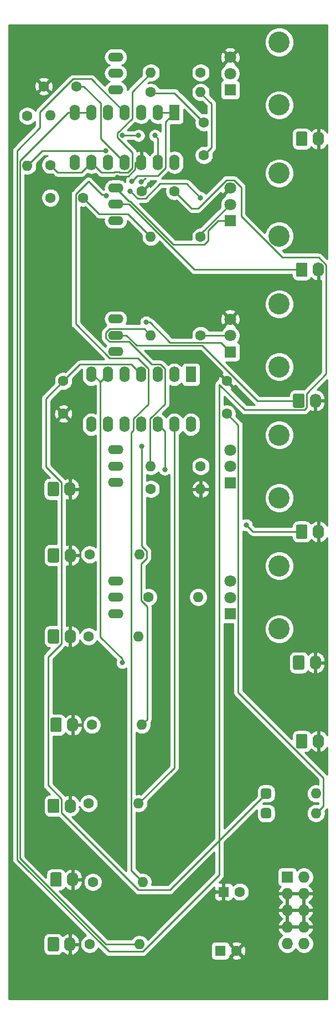
<source format=gbr>
%TF.GenerationSoftware,KiCad,Pcbnew,(5.1.9)-1*%
%TF.CreationDate,2021-07-02T20:28:58+01:00*%
%TF.ProjectId,MultMixer,4d756c74-4d69-4786-9572-2e6b69636164,rev?*%
%TF.SameCoordinates,Original*%
%TF.FileFunction,Copper,L2,Bot*%
%TF.FilePolarity,Positive*%
%FSLAX46Y46*%
G04 Gerber Fmt 4.6, Leading zero omitted, Abs format (unit mm)*
G04 Created by KiCad (PCBNEW (5.1.9)-1) date 2021-07-02 20:28:58*
%MOMM*%
%LPD*%
G01*
G04 APERTURE LIST*
%TA.AperFunction,ComponentPad*%
%ADD10O,1.740000X2.190000*%
%TD*%
%TA.AperFunction,ComponentPad*%
%ADD11O,2.362000X1.362000*%
%TD*%
%TA.AperFunction,ComponentPad*%
%ADD12O,1.600000X2.400000*%
%TD*%
%TA.AperFunction,ComponentPad*%
%ADD13R,1.600000X2.400000*%
%TD*%
%TA.AperFunction,ComponentPad*%
%ADD14C,3.240000*%
%TD*%
%TA.AperFunction,ComponentPad*%
%ADD15C,1.800000*%
%TD*%
%TA.AperFunction,ComponentPad*%
%ADD16R,1.800000X1.800000*%
%TD*%
%TA.AperFunction,ComponentPad*%
%ADD17O,1.600000X1.600000*%
%TD*%
%TA.AperFunction,ComponentPad*%
%ADD18C,1.600000*%
%TD*%
%TA.AperFunction,ComponentPad*%
%ADD19R,1.727200X1.727200*%
%TD*%
%TA.AperFunction,ComponentPad*%
%ADD20O,1.727200X1.727200*%
%TD*%
%TA.AperFunction,ComponentPad*%
%ADD21R,1.600000X1.600000*%
%TD*%
%TA.AperFunction,ViaPad*%
%ADD22C,0.800000*%
%TD*%
%TA.AperFunction,Conductor*%
%ADD23C,0.250000*%
%TD*%
%TA.AperFunction,Conductor*%
%ADD24C,0.254000*%
%TD*%
%TA.AperFunction,Conductor*%
%ADD25C,0.100000*%
%TD*%
G04 APERTURE END LIST*
D10*
%TO.P,LED,1*%
%TO.N,GND*%
X177000000Y-206000000D03*
%TO.P,LED,2*%
%TO.N,Net-(D3-Pad2)*%
%TA.AperFunction,ComponentPad*%
G36*
G01*
X173590000Y-206844441D02*
X173590000Y-205155559D01*
G75*
G02*
X173840559Y-204905000I250559J0D01*
G01*
X175079441Y-204905000D01*
G75*
G02*
X175330000Y-205155559I0J-250559D01*
G01*
X175330000Y-206844441D01*
G75*
G02*
X175079441Y-207095000I-250559J0D01*
G01*
X173840559Y-207095000D01*
G75*
G02*
X173590000Y-206844441I0J250559D01*
G01*
G37*
%TD.AperFunction*%
%TD*%
D11*
%TO.P,SW5,3*%
%TO.N,Net-(SW5-Pad3)*%
X184000000Y-155500000D03*
%TO.P,SW5,1*%
%TO.N,Net-(RV5-Pad1)*%
X184000000Y-150500000D03*
%TO.P,SW5,2*%
%TO.N,Net-(J12-Pad1)*%
X184000000Y-153000000D03*
%TD*%
%TO.P,SW4,3*%
%TO.N,Net-(SW4-Pad3)*%
X184000000Y-135500000D03*
%TO.P,SW4,1*%
%TO.N,Net-(RV4-Pad1)*%
X184000000Y-130500000D03*
%TO.P,SW4,2*%
%TO.N,Net-(J11-Pad1)*%
X184000000Y-133000000D03*
%TD*%
%TO.P,SW3,3*%
%TO.N,Net-(SW3-Pad3)*%
X184000000Y-115500000D03*
%TO.P,SW3,1*%
%TO.N,Net-(RV3-Pad1)*%
X184000000Y-110500000D03*
%TO.P,SW3,2*%
%TO.N,Net-(J10-Pad1)*%
X184000000Y-113000000D03*
%TD*%
%TO.P,SW2,3*%
%TO.N,Net-(SW2-Pad3)*%
X184000000Y-95500000D03*
%TO.P,SW2,1*%
%TO.N,Net-(RV2-Pad1)*%
X184000000Y-90500000D03*
%TO.P,SW2,2*%
%TO.N,Net-(J9-Pad1)*%
X184000000Y-93000000D03*
%TD*%
%TO.P,SW1,3*%
%TO.N,Net-(SW1-Pad3)*%
X184000000Y-75500000D03*
%TO.P,SW1,1*%
%TO.N,Net-(RV1-Pad1)*%
X184000000Y-70500000D03*
%TO.P,SW1,2*%
%TO.N,Net-(J8-Pad1)*%
X184000000Y-73000000D03*
%TD*%
D10*
%TO.P,MIX OUT,2*%
%TO.N,GND*%
X215000000Y-175000000D03*
%TO.P,MIX OUT,1*%
%TO.N,Net-(C8-Pad1)*%
%TA.AperFunction,ComponentPad*%
G36*
G01*
X211590000Y-175845001D02*
X211590000Y-174154999D01*
G75*
G02*
X211839999Y-173905000I249999J0D01*
G01*
X213080001Y-173905000D01*
G75*
G02*
X213330000Y-174154999I0J-249999D01*
G01*
X213330000Y-175845001D01*
G75*
G02*
X213080001Y-176095000I-249999J0D01*
G01*
X211839999Y-176095000D01*
G75*
G02*
X211590000Y-175845001I0J249999D01*
G01*
G37*
%TD.AperFunction*%
%TD*%
%TO.P,IN 5,2*%
%TO.N,GND*%
X214540000Y-163000000D03*
%TO.P,IN 5,1*%
%TO.N,Net-(J12-Pad1)*%
%TA.AperFunction,ComponentPad*%
G36*
G01*
X211130000Y-163845001D02*
X211130000Y-162154999D01*
G75*
G02*
X211379999Y-161905000I249999J0D01*
G01*
X212620001Y-161905000D01*
G75*
G02*
X212870000Y-162154999I0J-249999D01*
G01*
X212870000Y-163845001D01*
G75*
G02*
X212620001Y-164095000I-249999J0D01*
G01*
X211379999Y-164095000D01*
G75*
G02*
X211130000Y-163845001I0J249999D01*
G01*
G37*
%TD.AperFunction*%
%TD*%
%TO.P,IN 4,2*%
%TO.N,GND*%
X215000000Y-143000000D03*
%TO.P,IN 4,1*%
%TO.N,Net-(J11-Pad1)*%
%TA.AperFunction,ComponentPad*%
G36*
G01*
X211590000Y-143845001D02*
X211590000Y-142154999D01*
G75*
G02*
X211839999Y-141905000I249999J0D01*
G01*
X213080001Y-141905000D01*
G75*
G02*
X213330000Y-142154999I0J-249999D01*
G01*
X213330000Y-143845001D01*
G75*
G02*
X213080001Y-144095000I-249999J0D01*
G01*
X211839999Y-144095000D01*
G75*
G02*
X211590000Y-143845001I0J249999D01*
G01*
G37*
%TD.AperFunction*%
%TD*%
%TO.P,IN 3,2*%
%TO.N,GND*%
X214540000Y-123000000D03*
%TO.P,IN 3,1*%
%TO.N,Net-(J10-Pad1)*%
%TA.AperFunction,ComponentPad*%
G36*
G01*
X211130000Y-123845001D02*
X211130000Y-122154999D01*
G75*
G02*
X211379999Y-121905000I249999J0D01*
G01*
X212620001Y-121905000D01*
G75*
G02*
X212870000Y-122154999I0J-249999D01*
G01*
X212870000Y-123845001D01*
G75*
G02*
X212620001Y-124095000I-249999J0D01*
G01*
X211379999Y-124095000D01*
G75*
G02*
X211130000Y-123845001I0J249999D01*
G01*
G37*
%TD.AperFunction*%
%TD*%
%TO.P,IN 2,2*%
%TO.N,GND*%
X215000000Y-103000000D03*
%TO.P,IN 2,1*%
%TO.N,Net-(J9-Pad1)*%
%TA.AperFunction,ComponentPad*%
G36*
G01*
X211590000Y-103845001D02*
X211590000Y-102154999D01*
G75*
G02*
X211839999Y-101905000I249999J0D01*
G01*
X213080001Y-101905000D01*
G75*
G02*
X213330000Y-102154999I0J-249999D01*
G01*
X213330000Y-103845001D01*
G75*
G02*
X213080001Y-104095000I-249999J0D01*
G01*
X211839999Y-104095000D01*
G75*
G02*
X211590000Y-103845001I0J249999D01*
G01*
G37*
%TD.AperFunction*%
%TD*%
%TO.P,IN 1,2*%
%TO.N,GND*%
X215000000Y-83000000D03*
%TO.P,IN 1,1*%
%TO.N,Net-(J8-Pad1)*%
%TA.AperFunction,ComponentPad*%
G36*
G01*
X211590000Y-83845001D02*
X211590000Y-82154999D01*
G75*
G02*
X211839999Y-81905000I249999J0D01*
G01*
X213080001Y-81905000D01*
G75*
G02*
X213330000Y-82154999I0J-249999D01*
G01*
X213330000Y-83845001D01*
G75*
G02*
X213080001Y-84095000I-249999J0D01*
G01*
X211839999Y-84095000D01*
G75*
G02*
X211590000Y-83845001I0J249999D01*
G01*
G37*
%TD.AperFunction*%
%TD*%
%TO.P,OUT 5,2*%
%TO.N,GND*%
X177415000Y-196125000D03*
%TO.P,OUT 5,1*%
%TO.N,Net-(J7-Pad1)*%
%TA.AperFunction,ComponentPad*%
G36*
G01*
X174005000Y-196970001D02*
X174005000Y-195279999D01*
G75*
G02*
X174254999Y-195030000I249999J0D01*
G01*
X175495001Y-195030000D01*
G75*
G02*
X175745000Y-195279999I0J-249999D01*
G01*
X175745000Y-196970001D01*
G75*
G02*
X175495001Y-197220000I-249999J0D01*
G01*
X174254999Y-197220000D01*
G75*
G02*
X174005000Y-196970001I0J249999D01*
G01*
G37*
%TD.AperFunction*%
%TD*%
%TO.P,OUT 3,2*%
%TO.N,GND*%
X177415000Y-172500000D03*
%TO.P,OUT 3,1*%
%TO.N,Net-(J6-Pad1)*%
%TA.AperFunction,ComponentPad*%
G36*
G01*
X174005000Y-173345001D02*
X174005000Y-171654999D01*
G75*
G02*
X174254999Y-171405000I249999J0D01*
G01*
X175495001Y-171405000D01*
G75*
G02*
X175745000Y-171654999I0J-249999D01*
G01*
X175745000Y-173345001D01*
G75*
G02*
X175495001Y-173595000I-249999J0D01*
G01*
X174254999Y-173595000D01*
G75*
G02*
X174005000Y-173345001I0J249999D01*
G01*
G37*
%TD.AperFunction*%
%TD*%
%TO.P,OUT 4,2*%
%TO.N,GND*%
X177040000Y-184875000D03*
%TO.P,OUT 4,1*%
%TO.N,Net-(J5-Pad1)*%
%TA.AperFunction,ComponentPad*%
G36*
G01*
X173630000Y-185720001D02*
X173630000Y-184029999D01*
G75*
G02*
X173879999Y-183780000I249999J0D01*
G01*
X175120001Y-183780000D01*
G75*
G02*
X175370000Y-184029999I0J-249999D01*
G01*
X175370000Y-185720001D01*
G75*
G02*
X175120001Y-185970000I-249999J0D01*
G01*
X173879999Y-185970000D01*
G75*
G02*
X173630000Y-185720001I0J249999D01*
G01*
G37*
%TD.AperFunction*%
%TD*%
%TO.P,OUT 2,2*%
%TO.N,GND*%
X177040000Y-159000000D03*
%TO.P,OUT 2,1*%
%TO.N,Net-(J4-Pad1)*%
%TA.AperFunction,ComponentPad*%
G36*
G01*
X173630000Y-159845001D02*
X173630000Y-158154999D01*
G75*
G02*
X173879999Y-157905000I249999J0D01*
G01*
X175120001Y-157905000D01*
G75*
G02*
X175370000Y-158154999I0J-249999D01*
G01*
X175370000Y-159845001D01*
G75*
G02*
X175120001Y-160095000I-249999J0D01*
G01*
X173879999Y-160095000D01*
G75*
G02*
X173630000Y-159845001I0J249999D01*
G01*
G37*
%TD.AperFunction*%
%TD*%
%TO.P,OUT 1,2*%
%TO.N,GND*%
X177040000Y-146625000D03*
%TO.P,OUT 1,1*%
%TO.N,Net-(J3-Pad1)*%
%TA.AperFunction,ComponentPad*%
G36*
G01*
X173630000Y-147470001D02*
X173630000Y-145779999D01*
G75*
G02*
X173879999Y-145530000I249999J0D01*
G01*
X175120001Y-145530000D01*
G75*
G02*
X175370000Y-145779999I0J-249999D01*
G01*
X175370000Y-147470001D01*
G75*
G02*
X175120001Y-147720000I-249999J0D01*
G01*
X173879999Y-147720000D01*
G75*
G02*
X173630000Y-147470001I0J249999D01*
G01*
G37*
%TD.AperFunction*%
%TD*%
%TO.P,MULT IN,2*%
%TO.N,GND*%
X177000000Y-136500000D03*
%TO.P,MULT IN,1*%
%TO.N,Net-(J1-Pad1)*%
%TA.AperFunction,ComponentPad*%
G36*
G01*
X173590000Y-137345001D02*
X173590000Y-135654999D01*
G75*
G02*
X173839999Y-135405000I249999J0D01*
G01*
X175080001Y-135405000D01*
G75*
G02*
X175330000Y-135654999I0J-249999D01*
G01*
X175330000Y-137345001D01*
G75*
G02*
X175080001Y-137595000I-249999J0D01*
G01*
X173839999Y-137595000D01*
G75*
G02*
X173590000Y-137345001I0J249999D01*
G01*
G37*
%TD.AperFunction*%
%TD*%
D12*
%TO.P,U2,14*%
%TO.N,Net-(C8-Pad1)*%
X193000000Y-86620000D03*
%TO.P,U2,7*%
%TO.N,Net-(R7-Pad2)*%
X177760000Y-79000000D03*
%TO.P,U2,13*%
%TO.N,Net-(C8-Pad2)*%
X190460000Y-86620000D03*
%TO.P,U2,6*%
%TO.N,Net-(R7-Pad2)*%
X180300000Y-79000000D03*
%TO.P,U2,12*%
%TO.N,GND*%
X187920000Y-86620000D03*
%TO.P,U2,5*%
%TO.N,Net-(J1-Pad1)*%
X182840000Y-79000000D03*
%TO.P,U2,11*%
%TO.N,-12V*%
X185380000Y-86620000D03*
%TO.P,U2,4*%
%TO.N,+12V*%
X185380000Y-79000000D03*
%TO.P,U2,10*%
%TO.N,GND*%
X182840000Y-86620000D03*
%TO.P,U2,3*%
%TO.N,Net-(J1-Pad1)*%
X187920000Y-79000000D03*
%TO.P,U2,9*%
%TO.N,Net-(C7-Pad2)*%
X180300000Y-86620000D03*
%TO.P,U2,2*%
%TO.N,Net-(R6-Pad2)*%
X190460000Y-79000000D03*
%TO.P,U2,8*%
%TO.N,Net-(C7-Pad1)*%
X177760000Y-86620000D03*
D13*
%TO.P,U2,1*%
%TO.N,Net-(R6-Pad2)*%
X193000000Y-79000000D03*
%TD*%
D12*
%TO.P,U1,14*%
%TO.N,Net-(R4-Pad2)*%
X195500000Y-126620000D03*
%TO.P,U1,7*%
%TO.N,Net-(R3-Pad2)*%
X180260000Y-119000000D03*
%TO.P,U1,13*%
%TO.N,Net-(R4-Pad2)*%
X192960000Y-126620000D03*
%TO.P,U1,6*%
%TO.N,Net-(R3-Pad2)*%
X182800000Y-119000000D03*
%TO.P,U1,12*%
%TO.N,Net-(J1-Pad1)*%
X190420000Y-126620000D03*
%TO.P,U1,5*%
X185340000Y-119000000D03*
%TO.P,U1,11*%
%TO.N,-12V*%
X187880000Y-126620000D03*
%TO.P,U1,4*%
%TO.N,+12V*%
X187880000Y-119000000D03*
%TO.P,U1,10*%
%TO.N,Net-(J1-Pad1)*%
X185340000Y-126620000D03*
%TO.P,U1,3*%
X190420000Y-119000000D03*
%TO.P,U1,9*%
%TO.N,Net-(R5-Pad2)*%
X182800000Y-126620000D03*
%TO.P,U1,2*%
%TO.N,Net-(R2-Pad2)*%
X192960000Y-119000000D03*
%TO.P,U1,8*%
%TO.N,Net-(R5-Pad2)*%
X180260000Y-126620000D03*
D13*
%TO.P,U1,1*%
%TO.N,Net-(R2-Pad2)*%
X195500000Y-119000000D03*
%TD*%
D14*
%TO.P,RV5,*%
%TO.N,*%
X209007000Y-157840000D03*
X209007000Y-148240000D03*
D15*
%TO.P,RV5,3*%
%TO.N,GND*%
X201507000Y-150540000D03*
%TO.P,RV5,2*%
%TO.N,Net-(R12-Pad1)*%
X201507000Y-153040000D03*
D16*
%TO.P,RV5,1*%
%TO.N,Net-(RV5-Pad1)*%
X201507000Y-155540000D03*
%TD*%
D14*
%TO.P,RV4,*%
%TO.N,*%
X209007000Y-137840000D03*
X209007000Y-128240000D03*
D15*
%TO.P,RV4,3*%
%TO.N,GND*%
X201507000Y-130540000D03*
%TO.P,RV4,2*%
%TO.N,Net-(R11-Pad1)*%
X201507000Y-133040000D03*
D16*
%TO.P,RV4,1*%
%TO.N,Net-(RV4-Pad1)*%
X201507000Y-135540000D03*
%TD*%
D14*
%TO.P,RV3,*%
%TO.N,*%
X209007000Y-117840000D03*
X209007000Y-108240000D03*
D15*
%TO.P,RV3,3*%
%TO.N,GND*%
X201507000Y-110540000D03*
%TO.P,RV3,2*%
%TO.N,Net-(R10-Pad1)*%
X201507000Y-113040000D03*
D16*
%TO.P,RV3,1*%
%TO.N,Net-(RV3-Pad1)*%
X201507000Y-115540000D03*
%TD*%
D14*
%TO.P,RV2,*%
%TO.N,*%
X209007000Y-97840000D03*
X209007000Y-88240000D03*
D15*
%TO.P,RV2,3*%
%TO.N,GND*%
X201507000Y-90540000D03*
%TO.P,RV2,2*%
%TO.N,Net-(R9-Pad1)*%
X201507000Y-93040000D03*
D16*
%TO.P,RV2,1*%
%TO.N,Net-(RV2-Pad1)*%
X201507000Y-95540000D03*
%TD*%
D14*
%TO.P,RV1,*%
%TO.N,*%
X209007000Y-77840000D03*
X209007000Y-68240000D03*
D15*
%TO.P,RV1,3*%
%TO.N,GND*%
X201507000Y-70540000D03*
%TO.P,RV1,2*%
%TO.N,Net-(R8-Pad1)*%
X201507000Y-73040000D03*
D16*
%TO.P,RV1,1*%
%TO.N,Net-(RV1-Pad1)*%
X201507000Y-75540000D03*
%TD*%
D17*
%TO.P,R15,2*%
%TO.N,Net-(C8-Pad1)*%
X197000000Y-75900000D03*
D18*
%TO.P,R15,1*%
%TO.N,Net-(C8-Pad2)*%
X189380000Y-75900000D03*
%TD*%
D17*
%TO.P,R14,2*%
%TO.N,Net-(C8-Pad2)*%
X170500000Y-87120000D03*
D18*
%TO.P,R14,1*%
%TO.N,Net-(C7-Pad1)*%
X170500000Y-79500000D03*
%TD*%
D17*
%TO.P,R13,2*%
%TO.N,Net-(C7-Pad1)*%
X174000000Y-79380000D03*
D18*
%TO.P,R13,1*%
%TO.N,Net-(C7-Pad2)*%
X174000000Y-87000000D03*
%TD*%
D17*
%TO.P,R12,2*%
%TO.N,Net-(C7-Pad2)*%
X196620000Y-153000000D03*
D18*
%TO.P,R12,1*%
%TO.N,Net-(R12-Pad1)*%
X189000000Y-153000000D03*
%TD*%
D17*
%TO.P,R11,2*%
%TO.N,Net-(C7-Pad2)*%
X189380000Y-133000000D03*
D18*
%TO.P,R11,1*%
%TO.N,Net-(R11-Pad1)*%
X197000000Y-133000000D03*
%TD*%
D17*
%TO.P,R10,2*%
%TO.N,Net-(C7-Pad2)*%
X189380000Y-113000000D03*
D18*
%TO.P,R10,1*%
%TO.N,Net-(R10-Pad1)*%
X197000000Y-113000000D03*
%TD*%
D17*
%TO.P,R9,2*%
%TO.N,Net-(C7-Pad2)*%
X189380000Y-98000000D03*
D18*
%TO.P,R9,1*%
%TO.N,Net-(R9-Pad1)*%
X197000000Y-98000000D03*
%TD*%
D17*
%TO.P,R8,2*%
%TO.N,Net-(C7-Pad2)*%
X189380000Y-72900000D03*
D18*
%TO.P,R8,1*%
%TO.N,Net-(R8-Pad1)*%
X197000000Y-72900000D03*
%TD*%
D17*
%TO.P,R7,2*%
%TO.N,Net-(R7-Pad2)*%
X187620000Y-206000000D03*
D18*
%TO.P,R7,1*%
%TO.N,Net-(D3-Pad2)*%
X180000000Y-206000000D03*
%TD*%
D17*
%TO.P,R6,2*%
%TO.N,Net-(R6-Pad2)*%
X188120000Y-196500000D03*
D18*
%TO.P,R6,1*%
%TO.N,Net-(J7-Pad1)*%
X180500000Y-196500000D03*
%TD*%
D17*
%TO.P,R5,2*%
%TO.N,Net-(R5-Pad2)*%
X188000000Y-172500000D03*
D18*
%TO.P,R5,1*%
%TO.N,Net-(J6-Pad1)*%
X180380000Y-172500000D03*
%TD*%
D17*
%TO.P,R4,2*%
%TO.N,Net-(R4-Pad2)*%
X187500000Y-184500000D03*
D18*
%TO.P,R4,1*%
%TO.N,Net-(J5-Pad1)*%
X179880000Y-184500000D03*
%TD*%
D17*
%TO.P,R3,2*%
%TO.N,Net-(R3-Pad2)*%
X187500000Y-159000000D03*
D18*
%TO.P,R3,1*%
%TO.N,Net-(J4-Pad1)*%
X179880000Y-159000000D03*
%TD*%
D17*
%TO.P,R2,2*%
%TO.N,Net-(R2-Pad2)*%
X187620000Y-146500000D03*
D18*
%TO.P,R2,1*%
%TO.N,Net-(J3-Pad1)*%
X180000000Y-146500000D03*
%TD*%
D17*
%TO.P,R1,2*%
%TO.N,GND*%
X197000000Y-136500000D03*
D18*
%TO.P,R1,1*%
%TO.N,Net-(J1-Pad1)*%
X189380000Y-136500000D03*
%TD*%
D19*
%TO.P,J2,1*%
%TO.N,Net-(D1-Pad1)*%
X210250000Y-195750000D03*
D20*
%TO.P,J2,2*%
X212790000Y-195750000D03*
%TO.P,J2,3*%
%TO.N,GND*%
X210250000Y-198290000D03*
%TO.P,J2,4*%
X212790000Y-198290000D03*
%TO.P,J2,5*%
X210250000Y-200830000D03*
%TO.P,J2,6*%
X212790000Y-200830000D03*
%TO.P,J2,7*%
X210250000Y-203370000D03*
%TO.P,J2,8*%
X212790000Y-203370000D03*
%TO.P,J2,9*%
%TO.N,Net-(D2-Pad2)*%
X210250000Y-205910000D03*
%TO.P,J2,10*%
X212790000Y-205910000D03*
%TD*%
D17*
%TO.P,D2,2*%
%TO.N,Net-(D2-Pad2)*%
X214620000Y-183000000D03*
%TO.P,D2,1*%
%TO.N,+12V*%
%TA.AperFunction,ComponentPad*%
G36*
G01*
X206200000Y-183400000D02*
X206200000Y-182600000D01*
G75*
G02*
X206600000Y-182200000I400000J0D01*
G01*
X207400000Y-182200000D01*
G75*
G02*
X207800000Y-182600000I0J-400000D01*
G01*
X207800000Y-183400000D01*
G75*
G02*
X207400000Y-183800000I-400000J0D01*
G01*
X206600000Y-183800000D01*
G75*
G02*
X206200000Y-183400000I0J400000D01*
G01*
G37*
%TD.AperFunction*%
%TD*%
%TO.P,D1,2*%
%TO.N,-12V*%
X214620000Y-186000000D03*
%TO.P,D1,1*%
%TO.N,Net-(D1-Pad1)*%
%TA.AperFunction,ComponentPad*%
G36*
G01*
X206200000Y-186400000D02*
X206200000Y-185600000D01*
G75*
G02*
X206600000Y-185200000I400000J0D01*
G01*
X207400000Y-185200000D01*
G75*
G02*
X207800000Y-185600000I0J-400000D01*
G01*
X207800000Y-186400000D01*
G75*
G02*
X207400000Y-186800000I-400000J0D01*
G01*
X206600000Y-186800000D01*
G75*
G02*
X206200000Y-186400000I0J400000D01*
G01*
G37*
%TD.AperFunction*%
%TD*%
D18*
%TO.P,C8,2*%
%TO.N,Net-(C8-Pad2)*%
X197500000Y-80500000D03*
%TO.P,C8,1*%
%TO.N,Net-(C8-Pad1)*%
X197500000Y-85500000D03*
%TD*%
%TO.P,C7,2*%
%TO.N,Net-(C7-Pad2)*%
X179000000Y-92000000D03*
%TO.P,C7,1*%
%TO.N,Net-(C7-Pad1)*%
X174000000Y-92000000D03*
%TD*%
%TO.P,C6,2*%
%TO.N,-12V*%
X201000000Y-125000000D03*
%TO.P,C6,1*%
%TO.N,GND*%
X201000000Y-120000000D03*
%TD*%
%TO.P,C5,2*%
%TO.N,+12V*%
X176000000Y-120000000D03*
%TO.P,C5,1*%
%TO.N,GND*%
X176000000Y-125000000D03*
%TD*%
%TO.P,C4,2*%
%TO.N,-12V*%
X178000000Y-75000000D03*
%TO.P,C4,1*%
%TO.N,GND*%
X173000000Y-75000000D03*
%TD*%
%TO.P,C3,2*%
%TO.N,+12V*%
X193000000Y-91000000D03*
%TO.P,C3,1*%
%TO.N,GND*%
X188000000Y-91000000D03*
%TD*%
%TO.P,C2,2*%
%TO.N,GND*%
X202500000Y-207000000D03*
D21*
%TO.P,C2,1*%
%TO.N,+12V*%
X200000000Y-207000000D03*
%TD*%
D18*
%TO.P,C1,2*%
%TO.N,-12V*%
X203000000Y-198000000D03*
D21*
%TO.P,C1,1*%
%TO.N,GND*%
X200500000Y-198000000D03*
%TD*%
D22*
%TO.N,*%
X187906532Y-89603112D03*
%TO.N,-12V*%
X197000000Y-92000000D03*
X186241398Y-90999155D03*
%TO.N,GND*%
X191000000Y-175500000D03*
X190500000Y-150000000D03*
X208500000Y-152500000D03*
X187500000Y-84000000D03*
X198100000Y-90100000D03*
X199200000Y-104100000D03*
%TO.N,Net-(C8-Pad2)*%
X190000000Y-82500000D03*
X187500000Y-82500000D03*
X185000000Y-82500000D03*
X182464159Y-84871391D03*
%TO.N,Net-(J1-Pad1)*%
X191500000Y-133500000D03*
%TO.N,Net-(J11-Pad1)*%
X204000000Y-142000000D03*
%TO.N,GND*%
X184300000Y-88900000D03*
X190000000Y-92400000D03*
X183100000Y-99100000D03*
%TO.N,Net-(R3-Pad2)*%
X185000000Y-163000000D03*
%TO.N,Net-(R5-Pad2)*%
X188000000Y-130000000D03*
%TO.N,Net-(R6-Pad2)*%
X182600000Y-91700000D03*
X186456521Y-89493990D03*
%TO.N,Net-(RV3-Pad1)*%
X188654990Y-111012660D03*
%TD*%
D23*
%TO.N,*%
X188600000Y-89100000D02*
X188409644Y-89100000D01*
X188409644Y-89100000D02*
X188306531Y-89203113D01*
X188306531Y-89203113D02*
X187906532Y-89603112D01*
%TO.N,-12V*%
X202732001Y-126732001D02*
X201000000Y-125000000D01*
X202732001Y-167550191D02*
X202732001Y-126732001D01*
X215745001Y-180563191D02*
X202732001Y-167550191D01*
X215745001Y-184874999D02*
X215745001Y-180563191D01*
X214620000Y-186000000D02*
X215745001Y-184874999D01*
X181714990Y-77583620D02*
X181714990Y-82954990D01*
X179131370Y-75000000D02*
X181714990Y-77583620D01*
X178000000Y-75000000D02*
X179131370Y-75000000D01*
X181714990Y-82954990D02*
X185380000Y-86620000D01*
X197000000Y-92000000D02*
X194874999Y-89874999D01*
X188540001Y-92125001D02*
X187367244Y-92125001D01*
X194874999Y-89874999D02*
X190790003Y-89874999D01*
X187367244Y-92125001D02*
X186241398Y-90999155D01*
X190790003Y-89874999D02*
X188540001Y-92125001D01*
%TO.N,GND*%
X183900000Y-88900000D02*
X181100000Y-88900000D01*
X184100000Y-88700000D02*
X183900000Y-88900000D01*
X181100000Y-88900000D02*
X180900000Y-88700000D01*
X185927414Y-88700000D02*
X184100000Y-88700000D01*
X186955019Y-87672395D02*
X185927414Y-88700000D01*
X186955020Y-86620000D02*
X186955019Y-87672395D01*
X187920000Y-86620000D02*
X186955020Y-86620000D01*
%TO.N,+12V*%
X173325010Y-122674990D02*
X176000000Y-120000000D01*
X173325010Y-133086820D02*
X173325010Y-122674990D01*
X175695010Y-135456820D02*
X173325010Y-133086820D01*
X207000000Y-183000000D02*
X192263630Y-197736370D01*
X175695010Y-160083180D02*
X175695010Y-135456820D01*
X173641820Y-162136370D02*
X175695010Y-160083180D01*
X187473200Y-197736370D02*
X175695010Y-185958180D01*
X175695010Y-183791820D02*
X173641820Y-181738630D01*
X173641820Y-181738630D02*
X173641820Y-162136370D01*
X192263630Y-197736370D02*
X187473200Y-197736370D01*
X176000000Y-120000000D02*
X178525010Y-117474990D01*
X178525010Y-117474990D02*
X186354990Y-117474990D01*
X186354990Y-117474990D02*
X187880000Y-119000000D01*
X175695010Y-183791820D02*
X175695010Y-185958180D01*
%TO.N,Net-(C7-Pad2)*%
X178774990Y-88145010D02*
X180300000Y-86620000D01*
X175145010Y-88145010D02*
X178774990Y-88145010D01*
X174000000Y-87000000D02*
X175145010Y-88145010D01*
X189380000Y-98000000D02*
X185873990Y-94493990D01*
X185873990Y-94493990D02*
X181493990Y-94493990D01*
X181493990Y-94493990D02*
X179000000Y-92000000D01*
X189380000Y-73000000D02*
X186505010Y-75874990D01*
X186505010Y-75874990D02*
X186505010Y-79921986D01*
X186505010Y-85078014D02*
X186505010Y-87485994D01*
X186505010Y-79921986D02*
X184274998Y-82151998D01*
X184274998Y-82151998D02*
X184274998Y-82848002D01*
X184274998Y-82848002D02*
X186505010Y-85078014D01*
X181825010Y-88145010D02*
X180300000Y-86620000D01*
X189294990Y-125754006D02*
X189294990Y-132914990D01*
X189380000Y-113000000D02*
X188373990Y-111993990D01*
X189474990Y-117474990D02*
X190885994Y-117474990D01*
X183083298Y-111993990D02*
X182493990Y-112583298D01*
X191545010Y-123503986D02*
X189294990Y-125754006D01*
X189294990Y-132914990D02*
X189380000Y-133000000D01*
X188373990Y-111993990D02*
X183083298Y-111993990D01*
X191545010Y-118134006D02*
X191545010Y-123503986D01*
X190885994Y-117474990D02*
X191545010Y-118134006D01*
X182493990Y-113416702D02*
X183083298Y-114006010D01*
X186006010Y-114006010D02*
X189474990Y-117474990D01*
X183083298Y-114006010D02*
X186006010Y-114006010D01*
X182493990Y-112583298D02*
X182493990Y-113416702D01*
%TO.N,Net-(C8-Pad2)*%
X197500000Y-80500000D02*
X193000000Y-76000000D01*
X193000000Y-76000000D02*
X189380000Y-76000000D01*
X190460000Y-86620000D02*
X190460000Y-82960000D01*
X190460000Y-82960000D02*
X190000000Y-82500000D01*
X187500000Y-82500000D02*
X185000000Y-82500000D01*
X172748609Y-84871391D02*
X170500000Y-87120000D01*
X182464159Y-84871391D02*
X172748609Y-84871391D01*
%TO.N,Net-(C8-Pad1)*%
X198625001Y-77625001D02*
X197000000Y-76000000D01*
X198625001Y-84374999D02*
X198625001Y-77625001D01*
X197500000Y-85500000D02*
X198625001Y-84374999D01*
%TO.N,Net-(J1-Pad1)*%
X191500000Y-127700000D02*
X190420000Y-126620000D01*
X191500000Y-133500000D02*
X191500000Y-127700000D01*
%TO.N,Net-(J9-Pad1)*%
X186045002Y-93000000D02*
X184000000Y-93000000D01*
X196045002Y-103000000D02*
X186045002Y-93000000D01*
X212460000Y-103000000D02*
X196045002Y-103000000D01*
%TO.N,Net-(J10-Pad1)*%
X212000000Y-123000000D02*
X205665002Y-123000000D01*
X185636410Y-113000000D02*
X184000000Y-113000000D01*
X187211422Y-114575012D02*
X185636410Y-113000000D01*
X205665002Y-123000000D02*
X197240014Y-114575012D01*
X197240014Y-114575012D02*
X187211422Y-114575012D01*
%TO.N,Net-(J11-Pad1)*%
X205000000Y-143000000D02*
X204000000Y-142000000D01*
X212460000Y-143000000D02*
X205000000Y-143000000D01*
%TO.N,+12V*%
X215044978Y-101129979D02*
X216195010Y-102280011D01*
X203755008Y-124420010D02*
X199874999Y-120540001D01*
X193000000Y-91000000D02*
X195628001Y-93628001D01*
X216195010Y-102280011D02*
X216195010Y-118916820D01*
X168924988Y-84802191D02*
X172424989Y-81302190D01*
X202095001Y-89314999D02*
X203182012Y-90402010D01*
X212858180Y-124420010D02*
X203755008Y-124420010D01*
X177459999Y-73874999D02*
X180254999Y-73874999D01*
X180254999Y-73874999D02*
X185380000Y-79000000D01*
X203182012Y-90402010D02*
X203182012Y-94830010D01*
X200918999Y-89314999D02*
X202095001Y-89314999D01*
X199874999Y-195410003D02*
X188160001Y-207125001D01*
X195628001Y-93628001D02*
X196605997Y-93628001D01*
X188160001Y-207125001D02*
X182960401Y-207125001D01*
X209481981Y-101129979D02*
X215044978Y-101129979D01*
X196605997Y-93628001D02*
X200918999Y-89314999D01*
X203182012Y-94830010D02*
X209481981Y-101129979D01*
X216195010Y-118916820D02*
X213195010Y-121916820D01*
X213195010Y-121916820D02*
X213195010Y-124083180D01*
X213195010Y-124083180D02*
X212858180Y-124420010D01*
X199874999Y-120540001D02*
X199874999Y-195410003D01*
X168924988Y-193089588D02*
X168924988Y-84802191D01*
X172424989Y-81302190D02*
X172424989Y-78910009D01*
X182960401Y-207125001D02*
X168924988Y-193089588D01*
X172424989Y-78910009D02*
X177459999Y-73874999D01*
%TO.N,Net-(C7-Pad2)*%
X183781988Y-88145010D02*
X183851999Y-88074999D01*
X185845994Y-88145010D02*
X186505010Y-87485994D01*
X183851999Y-88074999D02*
X184548001Y-88074999D01*
X181825010Y-88145010D02*
X183781988Y-88145010D01*
X184548001Y-88074999D02*
X184618012Y-88145010D01*
X184618012Y-88145010D02*
X185845994Y-88145010D01*
%TO.N,Net-(R3-Pad2)*%
X181674990Y-120125010D02*
X182800000Y-119000000D01*
X185000000Y-162434315D02*
X181674990Y-159109305D01*
X185000000Y-163000000D02*
X185000000Y-162434315D01*
X181674990Y-159109305D02*
X181674990Y-120125010D01*
X180549980Y-119000000D02*
X181674990Y-120125010D01*
X180260000Y-119000000D02*
X180549980Y-119000000D01*
%TO.N,Net-(R4-Pad2)*%
X192960000Y-179040000D02*
X187500000Y-184500000D01*
X192960000Y-126620000D02*
X192960000Y-179040000D01*
%TO.N,Net-(R5-Pad2)*%
X188799999Y-171700001D02*
X188799999Y-154465001D01*
X188000000Y-172500000D02*
X188799999Y-171700001D01*
X187874999Y-147910003D02*
X188745001Y-147040001D01*
X187874999Y-153540001D02*
X187874999Y-147910003D01*
X188745001Y-147040001D02*
X188745001Y-145959999D01*
X188000000Y-145214998D02*
X188000000Y-130000000D01*
X188799999Y-154465001D02*
X187874999Y-153540001D01*
X188745001Y-145959999D02*
X188000000Y-145214998D01*
%TO.N,Net-(R6-Pad2)*%
X190460000Y-79000000D02*
X193000000Y-79000000D01*
X177874999Y-111297711D02*
X177874999Y-91459999D01*
X188120000Y-196500000D02*
X186374999Y-194754999D01*
X186374999Y-194754999D02*
X186374999Y-127865985D01*
X177874999Y-91459999D02*
X179841008Y-89493990D01*
X186374999Y-127865985D02*
X186754990Y-127485994D01*
X183083298Y-116506010D02*
X177874999Y-111297711D01*
X189005010Y-118094318D02*
X187416702Y-116506010D01*
X186754990Y-125754006D02*
X189005010Y-123503986D01*
X189005010Y-123503986D02*
X189005010Y-118094318D01*
X187416702Y-116506010D02*
X183083298Y-116506010D01*
X186754990Y-127485994D02*
X186754990Y-125754006D01*
X191585010Y-80414990D02*
X193000000Y-79000000D01*
X186456521Y-89493990D02*
X187300522Y-88649989D01*
X187300522Y-88649989D02*
X190421015Y-88649989D01*
X190421015Y-88649989D02*
X191585010Y-87485994D01*
X191585010Y-87485994D02*
X191585010Y-80414990D01*
X182406010Y-91506010D02*
X182600000Y-91700000D01*
X181853028Y-91506010D02*
X182406010Y-91506010D01*
X179841008Y-89493990D02*
X181853028Y-91506010D01*
%TO.N,Net-(R7-Pad2)*%
X177760000Y-79000000D02*
X180300000Y-79000000D01*
X169374999Y-192903189D02*
X182471810Y-206000000D01*
X182471810Y-206000000D02*
X187620000Y-206000000D01*
X169374999Y-86335001D02*
X169374999Y-192903189D01*
X177760000Y-79000000D02*
X176710000Y-79000000D01*
X176710000Y-79000000D02*
X169374999Y-86335001D01*
%TO.N,Net-(R9-Pad1)*%
X197000000Y-97547000D02*
X197000000Y-98000000D01*
X201507000Y-93040000D02*
X197000000Y-97547000D01*
%TO.N,Net-(R10-Pad1)*%
X197040000Y-113040000D02*
X197000000Y-113000000D01*
X201507000Y-113040000D02*
X197040000Y-113040000D01*
%TO.N,Net-(RV2-Pad1)*%
X186049991Y-92549991D02*
X184000000Y-90500000D01*
X186231403Y-92549991D02*
X186049991Y-92549991D01*
X197540001Y-99125001D02*
X192806413Y-99125001D01*
X199643410Y-95540000D02*
X198125001Y-97058409D01*
X201507000Y-95540000D02*
X199643410Y-95540000D01*
X198125001Y-97058409D02*
X198125001Y-98540001D01*
X198125001Y-98540001D02*
X197540001Y-99125001D01*
X192806413Y-99125001D02*
X186231403Y-92549991D01*
%TO.N,Net-(RV3-Pad1)*%
X201507000Y-115540000D02*
X200092001Y-114125001D01*
X189220675Y-111012660D02*
X188654990Y-111012660D01*
X200092001Y-114125001D02*
X192333016Y-114125001D01*
X192333016Y-114125001D02*
X189220675Y-111012660D01*
%TD*%
D24*
%TO.N,GND*%
X216340000Y-82075083D02*
X216337947Y-82070042D01*
X216174708Y-81822567D01*
X215966326Y-81611694D01*
X215720809Y-81445526D01*
X215447591Y-81330449D01*
X215360031Y-81313698D01*
X215127000Y-81434754D01*
X215127000Y-82873000D01*
X215147000Y-82873000D01*
X215147000Y-83127000D01*
X215127000Y-83127000D01*
X215127000Y-84565246D01*
X215360031Y-84686302D01*
X215447591Y-84669551D01*
X215720809Y-84554474D01*
X215966326Y-84388306D01*
X216174708Y-84177433D01*
X216337947Y-83929958D01*
X216340000Y-83924917D01*
X216340000Y-101350200D01*
X215608782Y-100618982D01*
X215584979Y-100589978D01*
X215469254Y-100495005D01*
X215337225Y-100424433D01*
X215193964Y-100380976D01*
X215082311Y-100369979D01*
X215082300Y-100369979D01*
X215044978Y-100366303D01*
X215007656Y-100369979D01*
X209796783Y-100369979D01*
X209473241Y-100046437D01*
X209664759Y-100008342D01*
X210075143Y-99838355D01*
X210444479Y-99591573D01*
X210758573Y-99277479D01*
X211005355Y-98908143D01*
X211175342Y-98497759D01*
X211262000Y-98062098D01*
X211262000Y-97617902D01*
X211175342Y-97182241D01*
X211005355Y-96771857D01*
X210758573Y-96402521D01*
X210444479Y-96088427D01*
X210075143Y-95841645D01*
X209664759Y-95671658D01*
X209229098Y-95585000D01*
X208784902Y-95585000D01*
X208349241Y-95671658D01*
X207938857Y-95841645D01*
X207569521Y-96088427D01*
X207255427Y-96402521D01*
X207008645Y-96771857D01*
X206838658Y-97182241D01*
X206800563Y-97373759D01*
X203942012Y-94515209D01*
X203942012Y-90439335D01*
X203945688Y-90402010D01*
X203942012Y-90364685D01*
X203942012Y-90364677D01*
X203931015Y-90253024D01*
X203887558Y-90109763D01*
X203816986Y-89977734D01*
X203722013Y-89862009D01*
X203693016Y-89838212D01*
X202658805Y-88804001D01*
X202635002Y-88774998D01*
X202519277Y-88680025D01*
X202387248Y-88609453D01*
X202243987Y-88565996D01*
X202132334Y-88554999D01*
X202132323Y-88554999D01*
X202095001Y-88551323D01*
X202057679Y-88554999D01*
X200956322Y-88554999D01*
X200918999Y-88551323D01*
X200881676Y-88554999D01*
X200881666Y-88554999D01*
X200770013Y-88565996D01*
X200631918Y-88607886D01*
X200626752Y-88609453D01*
X200494722Y-88680025D01*
X200415565Y-88744988D01*
X200378998Y-88774998D01*
X200355200Y-88803996D01*
X197809959Y-91349238D01*
X197803937Y-91340226D01*
X197659774Y-91196063D01*
X197490256Y-91082795D01*
X197301898Y-91004774D01*
X197101939Y-90965000D01*
X197039802Y-90965000D01*
X195438803Y-89364002D01*
X195415000Y-89334998D01*
X195299275Y-89240025D01*
X195167246Y-89169453D01*
X195023985Y-89125996D01*
X194912332Y-89114999D01*
X194912321Y-89114999D01*
X194874999Y-89111323D01*
X194837677Y-89114999D01*
X191030806Y-89114999D01*
X192049491Y-88096315D01*
X192198899Y-88218932D01*
X192448192Y-88352182D01*
X192718691Y-88434236D01*
X193000000Y-88461943D01*
X193281308Y-88434236D01*
X193551807Y-88352182D01*
X193801100Y-88218932D01*
X194019607Y-88039608D01*
X194037420Y-88017902D01*
X206752000Y-88017902D01*
X206752000Y-88462098D01*
X206838658Y-88897759D01*
X207008645Y-89308143D01*
X207255427Y-89677479D01*
X207569521Y-89991573D01*
X207938857Y-90238355D01*
X208349241Y-90408342D01*
X208784902Y-90495000D01*
X209229098Y-90495000D01*
X209664759Y-90408342D01*
X210075143Y-90238355D01*
X210444479Y-89991573D01*
X210758573Y-89677479D01*
X211005355Y-89308143D01*
X211175342Y-88897759D01*
X211262000Y-88462098D01*
X211262000Y-88017902D01*
X211175342Y-87582241D01*
X211005355Y-87171857D01*
X210758573Y-86802521D01*
X210444479Y-86488427D01*
X210075143Y-86241645D01*
X209664759Y-86071658D01*
X209229098Y-85985000D01*
X208784902Y-85985000D01*
X208349241Y-86071658D01*
X207938857Y-86241645D01*
X207569521Y-86488427D01*
X207255427Y-86802521D01*
X207008645Y-87171857D01*
X206838658Y-87582241D01*
X206752000Y-88017902D01*
X194037420Y-88017902D01*
X194198932Y-87821101D01*
X194332182Y-87571808D01*
X194414236Y-87301309D01*
X194435000Y-87090492D01*
X194435000Y-86149509D01*
X194414236Y-85938691D01*
X194332182Y-85668192D01*
X194198932Y-85418899D01*
X194019608Y-85200392D01*
X193801101Y-85021068D01*
X193551808Y-84887818D01*
X193281309Y-84805764D01*
X193000000Y-84778057D01*
X192718692Y-84805764D01*
X192448193Y-84887818D01*
X192345010Y-84942971D01*
X192345010Y-80838072D01*
X193800000Y-80838072D01*
X193924482Y-80825812D01*
X194044180Y-80789502D01*
X194154494Y-80730537D01*
X194251185Y-80651185D01*
X194330537Y-80554494D01*
X194389502Y-80444180D01*
X194425812Y-80324482D01*
X194438072Y-80200000D01*
X194438072Y-78512873D01*
X196101312Y-80176114D01*
X196065000Y-80358665D01*
X196065000Y-80641335D01*
X196120147Y-80918574D01*
X196228320Y-81179727D01*
X196385363Y-81414759D01*
X196585241Y-81614637D01*
X196820273Y-81771680D01*
X197081426Y-81879853D01*
X197358665Y-81935000D01*
X197641335Y-81935000D01*
X197865001Y-81890509D01*
X197865001Y-84060197D01*
X197823886Y-84101312D01*
X197641335Y-84065000D01*
X197358665Y-84065000D01*
X197081426Y-84120147D01*
X196820273Y-84228320D01*
X196585241Y-84385363D01*
X196385363Y-84585241D01*
X196228320Y-84820273D01*
X196120147Y-85081426D01*
X196065000Y-85358665D01*
X196065000Y-85641335D01*
X196120147Y-85918574D01*
X196228320Y-86179727D01*
X196385363Y-86414759D01*
X196585241Y-86614637D01*
X196820273Y-86771680D01*
X197081426Y-86879853D01*
X197358665Y-86935000D01*
X197641335Y-86935000D01*
X197918574Y-86879853D01*
X198179727Y-86771680D01*
X198414759Y-86614637D01*
X198614637Y-86414759D01*
X198771680Y-86179727D01*
X198879853Y-85918574D01*
X198935000Y-85641335D01*
X198935000Y-85358665D01*
X198898688Y-85176114D01*
X199136005Y-84938797D01*
X199165002Y-84915000D01*
X199259975Y-84799275D01*
X199330547Y-84667246D01*
X199374004Y-84523985D01*
X199385001Y-84412332D01*
X199385001Y-84412324D01*
X199388677Y-84374999D01*
X199385001Y-84337674D01*
X199385001Y-82154999D01*
X210951928Y-82154999D01*
X210951928Y-83845001D01*
X210968992Y-84018255D01*
X211019528Y-84184851D01*
X211101595Y-84338387D01*
X211212038Y-84472962D01*
X211346613Y-84583405D01*
X211500149Y-84665472D01*
X211666745Y-84716008D01*
X211839999Y-84733072D01*
X213080001Y-84733072D01*
X213253255Y-84716008D01*
X213419851Y-84665472D01*
X213573387Y-84583405D01*
X213707962Y-84472962D01*
X213818405Y-84338387D01*
X213876655Y-84229410D01*
X214033674Y-84388306D01*
X214279191Y-84554474D01*
X214552409Y-84669551D01*
X214639969Y-84686302D01*
X214873000Y-84565246D01*
X214873000Y-83127000D01*
X214853000Y-83127000D01*
X214853000Y-82873000D01*
X214873000Y-82873000D01*
X214873000Y-81434754D01*
X214639969Y-81313698D01*
X214552409Y-81330449D01*
X214279191Y-81445526D01*
X214033674Y-81611694D01*
X213876655Y-81770590D01*
X213818405Y-81661613D01*
X213707962Y-81527038D01*
X213573387Y-81416595D01*
X213419851Y-81334528D01*
X213253255Y-81283992D01*
X213080001Y-81266928D01*
X211839999Y-81266928D01*
X211666745Y-81283992D01*
X211500149Y-81334528D01*
X211346613Y-81416595D01*
X211212038Y-81527038D01*
X211101595Y-81661613D01*
X211019528Y-81815149D01*
X210968992Y-81981745D01*
X210951928Y-82154999D01*
X199385001Y-82154999D01*
X199385001Y-77662323D01*
X199388677Y-77625000D01*
X199387978Y-77617902D01*
X206752000Y-77617902D01*
X206752000Y-78062098D01*
X206838658Y-78497759D01*
X207008645Y-78908143D01*
X207255427Y-79277479D01*
X207569521Y-79591573D01*
X207938857Y-79838355D01*
X208349241Y-80008342D01*
X208784902Y-80095000D01*
X209229098Y-80095000D01*
X209664759Y-80008342D01*
X210075143Y-79838355D01*
X210444479Y-79591573D01*
X210758573Y-79277479D01*
X211005355Y-78908143D01*
X211175342Y-78497759D01*
X211262000Y-78062098D01*
X211262000Y-77617902D01*
X211175342Y-77182241D01*
X211005355Y-76771857D01*
X210758573Y-76402521D01*
X210444479Y-76088427D01*
X210075143Y-75841645D01*
X209664759Y-75671658D01*
X209229098Y-75585000D01*
X208784902Y-75585000D01*
X208349241Y-75671658D01*
X207938857Y-75841645D01*
X207569521Y-76088427D01*
X207255427Y-76402521D01*
X207008645Y-76771857D01*
X206838658Y-77182241D01*
X206752000Y-77617902D01*
X199387978Y-77617902D01*
X199385001Y-77587677D01*
X199385001Y-77587668D01*
X199374004Y-77476015D01*
X199330547Y-77332754D01*
X199259975Y-77200725D01*
X199238197Y-77174188D01*
X199188800Y-77113997D01*
X199188796Y-77113993D01*
X199165002Y-77085000D01*
X199136009Y-77061206D01*
X198382097Y-76307295D01*
X198435000Y-76041335D01*
X198435000Y-75758665D01*
X198379853Y-75481426D01*
X198271680Y-75220273D01*
X198114637Y-74985241D01*
X197914759Y-74785363D01*
X197697208Y-74640000D01*
X199968928Y-74640000D01*
X199968928Y-76440000D01*
X199981188Y-76564482D01*
X200017498Y-76684180D01*
X200076463Y-76794494D01*
X200155815Y-76891185D01*
X200252506Y-76970537D01*
X200362820Y-77029502D01*
X200482518Y-77065812D01*
X200607000Y-77078072D01*
X202407000Y-77078072D01*
X202531482Y-77065812D01*
X202651180Y-77029502D01*
X202761494Y-76970537D01*
X202858185Y-76891185D01*
X202937537Y-76794494D01*
X202996502Y-76684180D01*
X203032812Y-76564482D01*
X203045072Y-76440000D01*
X203045072Y-74640000D01*
X203032812Y-74515518D01*
X202996502Y-74395820D01*
X202937537Y-74285506D01*
X202858185Y-74188815D01*
X202761494Y-74109463D01*
X202661697Y-74056120D01*
X202699312Y-74018505D01*
X202867299Y-73767095D01*
X202983011Y-73487743D01*
X203042000Y-73191184D01*
X203042000Y-72888816D01*
X202983011Y-72592257D01*
X202867299Y-72312905D01*
X202699312Y-72061495D01*
X202485505Y-71847688D01*
X202342690Y-71752262D01*
X202391475Y-71604080D01*
X201507000Y-70719605D01*
X200622525Y-71604080D01*
X200671310Y-71752262D01*
X200528495Y-71847688D01*
X200314688Y-72061495D01*
X200146701Y-72312905D01*
X200030989Y-72592257D01*
X199972000Y-72888816D01*
X199972000Y-73191184D01*
X200030989Y-73487743D01*
X200146701Y-73767095D01*
X200314688Y-74018505D01*
X200352303Y-74056120D01*
X200252506Y-74109463D01*
X200155815Y-74188815D01*
X200076463Y-74285506D01*
X200017498Y-74395820D01*
X199981188Y-74515518D01*
X199968928Y-74640000D01*
X197697208Y-74640000D01*
X197679727Y-74628320D01*
X197418574Y-74520147D01*
X197141335Y-74465000D01*
X196858665Y-74465000D01*
X196581426Y-74520147D01*
X196320273Y-74628320D01*
X196085241Y-74785363D01*
X195885363Y-74985241D01*
X195728320Y-75220273D01*
X195620147Y-75481426D01*
X195565000Y-75758665D01*
X195565000Y-76041335D01*
X195620147Y-76318574D01*
X195728320Y-76579727D01*
X195885363Y-76814759D01*
X196085241Y-77014637D01*
X196320273Y-77171680D01*
X196581426Y-77279853D01*
X196858665Y-77335000D01*
X197141335Y-77335000D01*
X197240477Y-77315279D01*
X197865002Y-77939805D01*
X197865002Y-79109491D01*
X197641335Y-79065000D01*
X197358665Y-79065000D01*
X197176114Y-79101312D01*
X193563804Y-75489003D01*
X193540001Y-75459999D01*
X193424276Y-75365026D01*
X193292247Y-75294454D01*
X193148986Y-75250997D01*
X193037333Y-75240000D01*
X193037322Y-75240000D01*
X193000000Y-75236324D01*
X192962678Y-75240000D01*
X190659851Y-75240000D01*
X190651680Y-75220273D01*
X190494637Y-74985241D01*
X190294759Y-74785363D01*
X190059727Y-74628320D01*
X189798574Y-74520147D01*
X189521335Y-74465000D01*
X189238665Y-74465000D01*
X188961426Y-74520147D01*
X188915724Y-74539077D01*
X189139523Y-74315279D01*
X189238665Y-74335000D01*
X189521335Y-74335000D01*
X189798574Y-74279853D01*
X190059727Y-74171680D01*
X190294759Y-74014637D01*
X190494637Y-73814759D01*
X190651680Y-73579727D01*
X190759853Y-73318574D01*
X190815000Y-73041335D01*
X190815000Y-72758665D01*
X195565000Y-72758665D01*
X195565000Y-73041335D01*
X195620147Y-73318574D01*
X195728320Y-73579727D01*
X195885363Y-73814759D01*
X196085241Y-74014637D01*
X196320273Y-74171680D01*
X196581426Y-74279853D01*
X196858665Y-74335000D01*
X197141335Y-74335000D01*
X197418574Y-74279853D01*
X197679727Y-74171680D01*
X197914759Y-74014637D01*
X198114637Y-73814759D01*
X198271680Y-73579727D01*
X198379853Y-73318574D01*
X198435000Y-73041335D01*
X198435000Y-72758665D01*
X198379853Y-72481426D01*
X198271680Y-72220273D01*
X198114637Y-71985241D01*
X197914759Y-71785363D01*
X197679727Y-71628320D01*
X197418574Y-71520147D01*
X197141335Y-71465000D01*
X196858665Y-71465000D01*
X196581426Y-71520147D01*
X196320273Y-71628320D01*
X196085241Y-71785363D01*
X195885363Y-71985241D01*
X195728320Y-72220273D01*
X195620147Y-72481426D01*
X195565000Y-72758665D01*
X190815000Y-72758665D01*
X190759853Y-72481426D01*
X190651680Y-72220273D01*
X190494637Y-71985241D01*
X190294759Y-71785363D01*
X190059727Y-71628320D01*
X189798574Y-71520147D01*
X189521335Y-71465000D01*
X189238665Y-71465000D01*
X188961426Y-71520147D01*
X188700273Y-71628320D01*
X188465241Y-71785363D01*
X188265363Y-71985241D01*
X188108320Y-72220273D01*
X188000147Y-72481426D01*
X187945000Y-72758665D01*
X187945000Y-73041335D01*
X187997903Y-73307295D01*
X185994013Y-75311186D01*
X185965009Y-75334989D01*
X185909881Y-75402164D01*
X185870036Y-75450714D01*
X185853620Y-75481426D01*
X185817550Y-75548908D01*
X185822367Y-75500000D01*
X185796958Y-75242019D01*
X185721708Y-74993952D01*
X185599508Y-74765332D01*
X185435055Y-74564945D01*
X185234668Y-74400492D01*
X185006048Y-74278292D01*
X184912781Y-74250000D01*
X185006048Y-74221708D01*
X185234668Y-74099508D01*
X185435055Y-73935055D01*
X185599508Y-73734668D01*
X185721708Y-73506048D01*
X185796958Y-73257981D01*
X185822367Y-73000000D01*
X185796958Y-72742019D01*
X185721708Y-72493952D01*
X185599508Y-72265332D01*
X185435055Y-72064945D01*
X185234668Y-71900492D01*
X185006048Y-71778292D01*
X184912781Y-71750000D01*
X185006048Y-71721708D01*
X185234668Y-71599508D01*
X185435055Y-71435055D01*
X185599508Y-71234668D01*
X185721708Y-71006048D01*
X185796958Y-70757981D01*
X185811872Y-70606553D01*
X199966009Y-70606553D01*
X200008603Y-70905907D01*
X200108778Y-71191199D01*
X200188739Y-71340792D01*
X200442920Y-71424475D01*
X201327395Y-70540000D01*
X201686605Y-70540000D01*
X202571080Y-71424475D01*
X202825261Y-71340792D01*
X202956158Y-71068225D01*
X203031365Y-70775358D01*
X203047991Y-70473447D01*
X203005397Y-70174093D01*
X202905222Y-69888801D01*
X202825261Y-69739208D01*
X202571080Y-69655525D01*
X201686605Y-70540000D01*
X201327395Y-70540000D01*
X200442920Y-69655525D01*
X200188739Y-69739208D01*
X200057842Y-70011775D01*
X199982635Y-70304642D01*
X199966009Y-70606553D01*
X185811872Y-70606553D01*
X185822367Y-70500000D01*
X185796958Y-70242019D01*
X185721708Y-69993952D01*
X185599508Y-69765332D01*
X185435055Y-69564945D01*
X185326578Y-69475920D01*
X200622525Y-69475920D01*
X201507000Y-70360395D01*
X202391475Y-69475920D01*
X202307792Y-69221739D01*
X202035225Y-69090842D01*
X201742358Y-69015635D01*
X201440447Y-68999009D01*
X201141093Y-69041603D01*
X200855801Y-69141778D01*
X200706208Y-69221739D01*
X200622525Y-69475920D01*
X185326578Y-69475920D01*
X185234668Y-69400492D01*
X185006048Y-69278292D01*
X184757981Y-69203042D01*
X184564645Y-69184000D01*
X183435355Y-69184000D01*
X183242019Y-69203042D01*
X182993952Y-69278292D01*
X182765332Y-69400492D01*
X182564945Y-69564945D01*
X182400492Y-69765332D01*
X182278292Y-69993952D01*
X182203042Y-70242019D01*
X182177633Y-70500000D01*
X182203042Y-70757981D01*
X182278292Y-71006048D01*
X182400492Y-71234668D01*
X182564945Y-71435055D01*
X182765332Y-71599508D01*
X182993952Y-71721708D01*
X183087219Y-71750000D01*
X182993952Y-71778292D01*
X182765332Y-71900492D01*
X182564945Y-72064945D01*
X182400492Y-72265332D01*
X182278292Y-72493952D01*
X182203042Y-72742019D01*
X182177633Y-73000000D01*
X182203042Y-73257981D01*
X182278292Y-73506048D01*
X182400492Y-73734668D01*
X182564945Y-73935055D01*
X182765332Y-74099508D01*
X182993952Y-74221708D01*
X183087219Y-74250000D01*
X182993952Y-74278292D01*
X182765332Y-74400492D01*
X182564945Y-74564945D01*
X182400492Y-74765332D01*
X182337668Y-74882867D01*
X180818803Y-73364002D01*
X180795000Y-73334998D01*
X180679275Y-73240025D01*
X180547246Y-73169453D01*
X180403985Y-73125996D01*
X180292332Y-73114999D01*
X180292321Y-73114999D01*
X180254999Y-73111323D01*
X180217677Y-73114999D01*
X177497321Y-73114999D01*
X177459998Y-73111323D01*
X177422675Y-73114999D01*
X177422666Y-73114999D01*
X177311013Y-73125996D01*
X177167752Y-73169453D01*
X177035723Y-73240025D01*
X177035721Y-73240026D01*
X177035722Y-73240026D01*
X176948995Y-73311200D01*
X176948991Y-73311204D01*
X176919998Y-73334998D01*
X176896204Y-73363991D01*
X171913987Y-78346210D01*
X171884989Y-78370008D01*
X171861191Y-78399006D01*
X171861190Y-78399007D01*
X171790015Y-78485733D01*
X171719443Y-78617763D01*
X171694415Y-78700273D01*
X171693504Y-78703275D01*
X171614637Y-78585241D01*
X171414759Y-78385363D01*
X171179727Y-78228320D01*
X170918574Y-78120147D01*
X170641335Y-78065000D01*
X170358665Y-78065000D01*
X170081426Y-78120147D01*
X169820273Y-78228320D01*
X169585241Y-78385363D01*
X169385363Y-78585241D01*
X169228320Y-78820273D01*
X169120147Y-79081426D01*
X169065000Y-79358665D01*
X169065000Y-79641335D01*
X169120147Y-79918574D01*
X169228320Y-80179727D01*
X169385363Y-80414759D01*
X169585241Y-80614637D01*
X169820273Y-80771680D01*
X170081426Y-80879853D01*
X170358665Y-80935000D01*
X170641335Y-80935000D01*
X170918574Y-80879853D01*
X171179727Y-80771680D01*
X171414759Y-80614637D01*
X171614637Y-80414759D01*
X171664989Y-80339401D01*
X171664989Y-80987388D01*
X168413986Y-84238392D01*
X168384988Y-84262190D01*
X168361190Y-84291188D01*
X168361189Y-84291189D01*
X168290014Y-84377915D01*
X168219442Y-84509945D01*
X168202132Y-84567011D01*
X168175986Y-84653205D01*
X168174778Y-84665472D01*
X168161312Y-84802191D01*
X168164989Y-84839524D01*
X168164988Y-193052266D01*
X168161312Y-193089588D01*
X168164988Y-193126910D01*
X168164988Y-193126920D01*
X168175985Y-193238573D01*
X168202950Y-193327465D01*
X168219442Y-193381834D01*
X168290014Y-193513864D01*
X168309956Y-193538163D01*
X168384987Y-193629589D01*
X168413991Y-193653392D01*
X179439523Y-204678925D01*
X179320273Y-204728320D01*
X179085241Y-204885363D01*
X178885363Y-205085241D01*
X178728320Y-205320273D01*
X178620147Y-205581426D01*
X178565000Y-205858665D01*
X178565000Y-206141335D01*
X178620147Y-206418574D01*
X178728320Y-206679727D01*
X178885363Y-206914759D01*
X179085241Y-207114637D01*
X179320273Y-207271680D01*
X179581426Y-207379853D01*
X179858665Y-207435000D01*
X180141335Y-207435000D01*
X180418574Y-207379853D01*
X180679727Y-207271680D01*
X180914759Y-207114637D01*
X181114637Y-206914759D01*
X181271680Y-206679727D01*
X181321075Y-206560478D01*
X182396606Y-207636009D01*
X182420400Y-207665002D01*
X182449393Y-207688796D01*
X182449397Y-207688800D01*
X182513630Y-207741514D01*
X182536125Y-207759975D01*
X182668154Y-207830547D01*
X182811415Y-207874004D01*
X182923068Y-207885001D01*
X182923077Y-207885001D01*
X182960400Y-207888677D01*
X182997723Y-207885001D01*
X188122679Y-207885001D01*
X188160001Y-207888677D01*
X188197323Y-207885001D01*
X188197334Y-207885001D01*
X188308987Y-207874004D01*
X188452248Y-207830547D01*
X188584277Y-207759975D01*
X188700002Y-207665002D01*
X188723805Y-207635998D01*
X190159803Y-206200000D01*
X198561928Y-206200000D01*
X198561928Y-207800000D01*
X198574188Y-207924482D01*
X198610498Y-208044180D01*
X198669463Y-208154494D01*
X198748815Y-208251185D01*
X198845506Y-208330537D01*
X198955820Y-208389502D01*
X199075518Y-208425812D01*
X199200000Y-208438072D01*
X200800000Y-208438072D01*
X200924482Y-208425812D01*
X201044180Y-208389502D01*
X201154494Y-208330537D01*
X201251185Y-208251185D01*
X201330537Y-208154494D01*
X201389502Y-208044180D01*
X201405117Y-207992702D01*
X201686903Y-207992702D01*
X201758486Y-208236671D01*
X202013996Y-208357571D01*
X202288184Y-208426300D01*
X202570512Y-208440217D01*
X202850130Y-208398787D01*
X203116292Y-208303603D01*
X203241514Y-208236671D01*
X203313097Y-207992702D01*
X202500000Y-207179605D01*
X201686903Y-207992702D01*
X201405117Y-207992702D01*
X201425812Y-207924482D01*
X201438072Y-207800000D01*
X201438072Y-207792785D01*
X201507298Y-207813097D01*
X202320395Y-207000000D01*
X202679605Y-207000000D01*
X203492702Y-207813097D01*
X203736671Y-207741514D01*
X203857571Y-207486004D01*
X203926300Y-207211816D01*
X203940217Y-206929488D01*
X203898787Y-206649870D01*
X203803603Y-206383708D01*
X203736671Y-206258486D01*
X203492702Y-206186903D01*
X202679605Y-207000000D01*
X202320395Y-207000000D01*
X201507298Y-206186903D01*
X201438072Y-206207215D01*
X201438072Y-206200000D01*
X201425812Y-206075518D01*
X201405118Y-206007298D01*
X201686903Y-206007298D01*
X202500000Y-206820395D01*
X203313097Y-206007298D01*
X203241514Y-205763329D01*
X203239553Y-205762401D01*
X208751400Y-205762401D01*
X208751400Y-206057599D01*
X208808990Y-206347125D01*
X208921958Y-206619853D01*
X209085961Y-206865302D01*
X209294698Y-207074039D01*
X209540147Y-207238042D01*
X209812875Y-207351010D01*
X210102401Y-207408600D01*
X210397599Y-207408600D01*
X210687125Y-207351010D01*
X210959853Y-207238042D01*
X211205302Y-207074039D01*
X211414039Y-206865302D01*
X211520000Y-206706719D01*
X211625961Y-206865302D01*
X211834698Y-207074039D01*
X212080147Y-207238042D01*
X212352875Y-207351010D01*
X212642401Y-207408600D01*
X212937599Y-207408600D01*
X213227125Y-207351010D01*
X213499853Y-207238042D01*
X213745302Y-207074039D01*
X213954039Y-206865302D01*
X214118042Y-206619853D01*
X214231010Y-206347125D01*
X214288600Y-206057599D01*
X214288600Y-205762401D01*
X214231010Y-205472875D01*
X214118042Y-205200147D01*
X213954039Y-204954698D01*
X213745302Y-204745961D01*
X213579897Y-204635441D01*
X213678488Y-204576817D01*
X213896854Y-204380293D01*
X214072684Y-204144944D01*
X214199222Y-203879814D01*
X214244958Y-203729026D01*
X214123817Y-203497000D01*
X212917000Y-203497000D01*
X212917000Y-203517000D01*
X212663000Y-203517000D01*
X212663000Y-203497000D01*
X210377000Y-203497000D01*
X210377000Y-203517000D01*
X210123000Y-203517000D01*
X210123000Y-203497000D01*
X208916183Y-203497000D01*
X208795042Y-203729026D01*
X208840778Y-203879814D01*
X208967316Y-204144944D01*
X209143146Y-204380293D01*
X209361512Y-204576817D01*
X209460103Y-204635441D01*
X209294698Y-204745961D01*
X209085961Y-204954698D01*
X208921958Y-205200147D01*
X208808990Y-205472875D01*
X208751400Y-205762401D01*
X203239553Y-205762401D01*
X202986004Y-205642429D01*
X202711816Y-205573700D01*
X202429488Y-205559783D01*
X202149870Y-205601213D01*
X201883708Y-205696397D01*
X201758486Y-205763329D01*
X201686903Y-206007298D01*
X201405118Y-206007298D01*
X201389502Y-205955820D01*
X201330537Y-205845506D01*
X201251185Y-205748815D01*
X201154494Y-205669463D01*
X201044180Y-205610498D01*
X200924482Y-205574188D01*
X200800000Y-205561928D01*
X199200000Y-205561928D01*
X199075518Y-205574188D01*
X198955820Y-205610498D01*
X198845506Y-205669463D01*
X198748815Y-205748815D01*
X198669463Y-205845506D01*
X198610498Y-205955820D01*
X198574188Y-206075518D01*
X198561928Y-206200000D01*
X190159803Y-206200000D01*
X195170777Y-201189026D01*
X208795042Y-201189026D01*
X208840778Y-201339814D01*
X208967316Y-201604944D01*
X209143146Y-201840293D01*
X209361512Y-202036817D01*
X209467770Y-202100000D01*
X209361512Y-202163183D01*
X209143146Y-202359707D01*
X208967316Y-202595056D01*
X208840778Y-202860186D01*
X208795042Y-203010974D01*
X208916183Y-203243000D01*
X210123000Y-203243000D01*
X210123000Y-200957000D01*
X210377000Y-200957000D01*
X210377000Y-203243000D01*
X212663000Y-203243000D01*
X212663000Y-200957000D01*
X212917000Y-200957000D01*
X212917000Y-203243000D01*
X214123817Y-203243000D01*
X214244958Y-203010974D01*
X214199222Y-202860186D01*
X214072684Y-202595056D01*
X213896854Y-202359707D01*
X213678488Y-202163183D01*
X213572230Y-202100000D01*
X213678488Y-202036817D01*
X213896854Y-201840293D01*
X214072684Y-201604944D01*
X214199222Y-201339814D01*
X214244958Y-201189026D01*
X214123817Y-200957000D01*
X212917000Y-200957000D01*
X212663000Y-200957000D01*
X210377000Y-200957000D01*
X210123000Y-200957000D01*
X208916183Y-200957000D01*
X208795042Y-201189026D01*
X195170777Y-201189026D01*
X197559803Y-198800000D01*
X199061928Y-198800000D01*
X199074188Y-198924482D01*
X199110498Y-199044180D01*
X199169463Y-199154494D01*
X199248815Y-199251185D01*
X199345506Y-199330537D01*
X199455820Y-199389502D01*
X199575518Y-199425812D01*
X199700000Y-199438072D01*
X200214250Y-199435000D01*
X200373000Y-199276250D01*
X200373000Y-198127000D01*
X199223750Y-198127000D01*
X199065000Y-198285750D01*
X199061928Y-198800000D01*
X197559803Y-198800000D01*
X199062509Y-197297295D01*
X199065000Y-197714250D01*
X199223750Y-197873000D01*
X200373000Y-197873000D01*
X200373000Y-196723750D01*
X200627000Y-196723750D01*
X200627000Y-197873000D01*
X200647000Y-197873000D01*
X200647000Y-198127000D01*
X200627000Y-198127000D01*
X200627000Y-199276250D01*
X200785750Y-199435000D01*
X201300000Y-199438072D01*
X201424482Y-199425812D01*
X201544180Y-199389502D01*
X201654494Y-199330537D01*
X201751185Y-199251185D01*
X201830537Y-199154494D01*
X201889502Y-199044180D01*
X201918661Y-198948057D01*
X202085241Y-199114637D01*
X202320273Y-199271680D01*
X202581426Y-199379853D01*
X202858665Y-199435000D01*
X203141335Y-199435000D01*
X203418574Y-199379853D01*
X203679727Y-199271680D01*
X203914759Y-199114637D01*
X204114637Y-198914759D01*
X204271680Y-198679727D01*
X204284396Y-198649026D01*
X208795042Y-198649026D01*
X208840778Y-198799814D01*
X208967316Y-199064944D01*
X209143146Y-199300293D01*
X209361512Y-199496817D01*
X209467770Y-199560000D01*
X209361512Y-199623183D01*
X209143146Y-199819707D01*
X208967316Y-200055056D01*
X208840778Y-200320186D01*
X208795042Y-200470974D01*
X208916183Y-200703000D01*
X210123000Y-200703000D01*
X210123000Y-198417000D01*
X210377000Y-198417000D01*
X210377000Y-200703000D01*
X212663000Y-200703000D01*
X212663000Y-198417000D01*
X212917000Y-198417000D01*
X212917000Y-200703000D01*
X214123817Y-200703000D01*
X214244958Y-200470974D01*
X214199222Y-200320186D01*
X214072684Y-200055056D01*
X213896854Y-199819707D01*
X213678488Y-199623183D01*
X213572230Y-199560000D01*
X213678488Y-199496817D01*
X213896854Y-199300293D01*
X214072684Y-199064944D01*
X214199222Y-198799814D01*
X214244958Y-198649026D01*
X214123817Y-198417000D01*
X212917000Y-198417000D01*
X212663000Y-198417000D01*
X210377000Y-198417000D01*
X210123000Y-198417000D01*
X208916183Y-198417000D01*
X208795042Y-198649026D01*
X204284396Y-198649026D01*
X204379853Y-198418574D01*
X204435000Y-198141335D01*
X204435000Y-197858665D01*
X204379853Y-197581426D01*
X204271680Y-197320273D01*
X204114637Y-197085241D01*
X203914759Y-196885363D01*
X203679727Y-196728320D01*
X203418574Y-196620147D01*
X203141335Y-196565000D01*
X202858665Y-196565000D01*
X202581426Y-196620147D01*
X202320273Y-196728320D01*
X202085241Y-196885363D01*
X201918661Y-197051943D01*
X201889502Y-196955820D01*
X201830537Y-196845506D01*
X201751185Y-196748815D01*
X201654494Y-196669463D01*
X201544180Y-196610498D01*
X201424482Y-196574188D01*
X201300000Y-196561928D01*
X200785750Y-196565000D01*
X200627000Y-196723750D01*
X200373000Y-196723750D01*
X200214250Y-196565000D01*
X199797295Y-196562509D01*
X200386002Y-195973802D01*
X200415000Y-195950004D01*
X200458008Y-195897599D01*
X200509973Y-195834280D01*
X200580545Y-195702250D01*
X200610833Y-195602401D01*
X200624002Y-195558989D01*
X200634999Y-195447336D01*
X200634999Y-195447327D01*
X200638675Y-195410004D01*
X200634999Y-195372681D01*
X200634999Y-194886400D01*
X208748328Y-194886400D01*
X208748328Y-196613600D01*
X208760588Y-196738082D01*
X208796898Y-196857780D01*
X208855863Y-196968094D01*
X208935215Y-197064785D01*
X209031906Y-197144137D01*
X209142220Y-197203102D01*
X209206574Y-197222624D01*
X209143146Y-197279707D01*
X208967316Y-197515056D01*
X208840778Y-197780186D01*
X208795042Y-197930974D01*
X208916183Y-198163000D01*
X210123000Y-198163000D01*
X210123000Y-198143000D01*
X210377000Y-198143000D01*
X210377000Y-198163000D01*
X212663000Y-198163000D01*
X212663000Y-198143000D01*
X212917000Y-198143000D01*
X212917000Y-198163000D01*
X214123817Y-198163000D01*
X214244958Y-197930974D01*
X214199222Y-197780186D01*
X214072684Y-197515056D01*
X213896854Y-197279707D01*
X213678488Y-197083183D01*
X213579897Y-197024559D01*
X213745302Y-196914039D01*
X213954039Y-196705302D01*
X214118042Y-196459853D01*
X214231010Y-196187125D01*
X214288600Y-195897599D01*
X214288600Y-195602401D01*
X214231010Y-195312875D01*
X214118042Y-195040147D01*
X213954039Y-194794698D01*
X213745302Y-194585961D01*
X213499853Y-194421958D01*
X213227125Y-194308990D01*
X212937599Y-194251400D01*
X212642401Y-194251400D01*
X212352875Y-194308990D01*
X212080147Y-194421958D01*
X211834698Y-194585961D01*
X211720636Y-194700023D01*
X211703102Y-194642220D01*
X211644137Y-194531906D01*
X211564785Y-194435215D01*
X211468094Y-194355863D01*
X211357780Y-194296898D01*
X211238082Y-194260588D01*
X211113600Y-194248328D01*
X209386400Y-194248328D01*
X209261918Y-194260588D01*
X209142220Y-194296898D01*
X209031906Y-194355863D01*
X208935215Y-194435215D01*
X208855863Y-194531906D01*
X208796898Y-194642220D01*
X208760588Y-194761918D01*
X208748328Y-194886400D01*
X200634999Y-194886400D01*
X200634999Y-190439803D01*
X205571447Y-185503355D01*
X205561928Y-185600000D01*
X205561928Y-186400000D01*
X205581874Y-186602518D01*
X205640947Y-186797253D01*
X205736875Y-186976722D01*
X205865972Y-187134028D01*
X206023278Y-187263125D01*
X206202747Y-187359053D01*
X206397482Y-187418126D01*
X206600000Y-187438072D01*
X207400000Y-187438072D01*
X207602518Y-187418126D01*
X207797253Y-187359053D01*
X207976722Y-187263125D01*
X208134028Y-187134028D01*
X208263125Y-186976722D01*
X208359053Y-186797253D01*
X208418126Y-186602518D01*
X208438072Y-186400000D01*
X208438072Y-185600000D01*
X208418126Y-185397482D01*
X208359053Y-185202747D01*
X208263125Y-185023278D01*
X208134028Y-184865972D01*
X207976722Y-184736875D01*
X207797253Y-184640947D01*
X207602518Y-184581874D01*
X207400000Y-184561928D01*
X206600000Y-184561928D01*
X206503355Y-184571447D01*
X206636730Y-184438072D01*
X207400000Y-184438072D01*
X207602518Y-184418126D01*
X207797253Y-184359053D01*
X207976722Y-184263125D01*
X208134028Y-184134028D01*
X208263125Y-183976722D01*
X208359053Y-183797253D01*
X208418126Y-183602518D01*
X208438072Y-183400000D01*
X208438072Y-182600000D01*
X208418126Y-182397482D01*
X208359053Y-182202747D01*
X208263125Y-182023278D01*
X208134028Y-181865972D01*
X207976722Y-181736875D01*
X207797253Y-181640947D01*
X207602518Y-181581874D01*
X207400000Y-181561928D01*
X206600000Y-181561928D01*
X206397482Y-181581874D01*
X206202747Y-181640947D01*
X206023278Y-181736875D01*
X205865972Y-181865972D01*
X205736875Y-182023278D01*
X205640947Y-182202747D01*
X205581874Y-182397482D01*
X205561928Y-182600000D01*
X205561928Y-183363270D01*
X200634999Y-188290199D01*
X200634999Y-157078072D01*
X201972001Y-157078072D01*
X201972001Y-167512869D01*
X201968325Y-167550191D01*
X201972001Y-167587513D01*
X201972001Y-167587523D01*
X201982998Y-167699176D01*
X202026455Y-167842437D01*
X202097027Y-167974467D01*
X202136872Y-168023017D01*
X202192000Y-168090192D01*
X202221004Y-168113995D01*
X214985002Y-180877994D01*
X214985002Y-181609491D01*
X214761335Y-181565000D01*
X214478665Y-181565000D01*
X214201426Y-181620147D01*
X213940273Y-181728320D01*
X213705241Y-181885363D01*
X213505363Y-182085241D01*
X213348320Y-182320273D01*
X213240147Y-182581426D01*
X213185000Y-182858665D01*
X213185000Y-183141335D01*
X213240147Y-183418574D01*
X213348320Y-183679727D01*
X213505363Y-183914759D01*
X213705241Y-184114637D01*
X213940273Y-184271680D01*
X214201426Y-184379853D01*
X214478665Y-184435000D01*
X214761335Y-184435000D01*
X214985001Y-184390509D01*
X214985001Y-184560197D01*
X214943886Y-184601312D01*
X214761335Y-184565000D01*
X214478665Y-184565000D01*
X214201426Y-184620147D01*
X213940273Y-184728320D01*
X213705241Y-184885363D01*
X213505363Y-185085241D01*
X213348320Y-185320273D01*
X213240147Y-185581426D01*
X213185000Y-185858665D01*
X213185000Y-186141335D01*
X213240147Y-186418574D01*
X213348320Y-186679727D01*
X213505363Y-186914759D01*
X213705241Y-187114637D01*
X213940273Y-187271680D01*
X214201426Y-187379853D01*
X214478665Y-187435000D01*
X214761335Y-187435000D01*
X215038574Y-187379853D01*
X215299727Y-187271680D01*
X215534759Y-187114637D01*
X215734637Y-186914759D01*
X215891680Y-186679727D01*
X215999853Y-186418574D01*
X216055000Y-186141335D01*
X216055000Y-185858665D01*
X216018688Y-185676114D01*
X216256005Y-185438797D01*
X216285002Y-185415000D01*
X216340001Y-185347984D01*
X216340001Y-214340000D01*
X167660000Y-214340000D01*
X167660000Y-205155560D01*
X172951928Y-205155560D01*
X172951928Y-206844440D01*
X172969003Y-207017804D01*
X173019571Y-207184505D01*
X173101689Y-207338137D01*
X173212202Y-207472798D01*
X173346863Y-207583311D01*
X173500495Y-207665429D01*
X173667196Y-207715997D01*
X173840560Y-207733072D01*
X175079440Y-207733072D01*
X175252804Y-207715997D01*
X175419505Y-207665429D01*
X175573137Y-207583311D01*
X175707798Y-207472798D01*
X175818311Y-207338137D01*
X175876507Y-207229260D01*
X176033674Y-207388306D01*
X176279191Y-207554474D01*
X176552409Y-207669551D01*
X176639969Y-207686302D01*
X176873000Y-207565246D01*
X176873000Y-206127000D01*
X177127000Y-206127000D01*
X177127000Y-207565246D01*
X177360031Y-207686302D01*
X177447591Y-207669551D01*
X177720809Y-207554474D01*
X177966326Y-207388306D01*
X178174708Y-207177433D01*
X178337947Y-206929958D01*
X178449769Y-206655392D01*
X178505877Y-206364286D01*
X178350376Y-206127000D01*
X177127000Y-206127000D01*
X176873000Y-206127000D01*
X176853000Y-206127000D01*
X176853000Y-205873000D01*
X176873000Y-205873000D01*
X176873000Y-204434754D01*
X177127000Y-204434754D01*
X177127000Y-205873000D01*
X178350376Y-205873000D01*
X178505877Y-205635714D01*
X178449769Y-205344608D01*
X178337947Y-205070042D01*
X178174708Y-204822567D01*
X177966326Y-204611694D01*
X177720809Y-204445526D01*
X177447591Y-204330449D01*
X177360031Y-204313698D01*
X177127000Y-204434754D01*
X176873000Y-204434754D01*
X176639969Y-204313698D01*
X176552409Y-204330449D01*
X176279191Y-204445526D01*
X176033674Y-204611694D01*
X175876507Y-204770740D01*
X175818311Y-204661863D01*
X175707798Y-204527202D01*
X175573137Y-204416689D01*
X175419505Y-204334571D01*
X175252804Y-204284003D01*
X175079440Y-204266928D01*
X173840560Y-204266928D01*
X173667196Y-204284003D01*
X173500495Y-204334571D01*
X173346863Y-204416689D01*
X173212202Y-204527202D01*
X173101689Y-204661863D01*
X173019571Y-204815495D01*
X172969003Y-204982196D01*
X172951928Y-205155560D01*
X167660000Y-205155560D01*
X167660000Y-75992702D01*
X172186903Y-75992702D01*
X172258486Y-76236671D01*
X172513996Y-76357571D01*
X172788184Y-76426300D01*
X173070512Y-76440217D01*
X173350130Y-76398787D01*
X173616292Y-76303603D01*
X173741514Y-76236671D01*
X173813097Y-75992702D01*
X173000000Y-75179605D01*
X172186903Y-75992702D01*
X167660000Y-75992702D01*
X167660000Y-75070512D01*
X171559783Y-75070512D01*
X171601213Y-75350130D01*
X171696397Y-75616292D01*
X171763329Y-75741514D01*
X172007298Y-75813097D01*
X172820395Y-75000000D01*
X173179605Y-75000000D01*
X173992702Y-75813097D01*
X174236671Y-75741514D01*
X174357571Y-75486004D01*
X174426300Y-75211816D01*
X174440217Y-74929488D01*
X174398787Y-74649870D01*
X174303603Y-74383708D01*
X174236671Y-74258486D01*
X173992702Y-74186903D01*
X173179605Y-75000000D01*
X172820395Y-75000000D01*
X172007298Y-74186903D01*
X171763329Y-74258486D01*
X171642429Y-74513996D01*
X171573700Y-74788184D01*
X171559783Y-75070512D01*
X167660000Y-75070512D01*
X167660000Y-74007298D01*
X172186903Y-74007298D01*
X173000000Y-74820395D01*
X173813097Y-74007298D01*
X173741514Y-73763329D01*
X173486004Y-73642429D01*
X173211816Y-73573700D01*
X172929488Y-73559783D01*
X172649870Y-73601213D01*
X172383708Y-73696397D01*
X172258486Y-73763329D01*
X172186903Y-74007298D01*
X167660000Y-74007298D01*
X167660000Y-68017902D01*
X206752000Y-68017902D01*
X206752000Y-68462098D01*
X206838658Y-68897759D01*
X207008645Y-69308143D01*
X207255427Y-69677479D01*
X207569521Y-69991573D01*
X207938857Y-70238355D01*
X208349241Y-70408342D01*
X208784902Y-70495000D01*
X209229098Y-70495000D01*
X209664759Y-70408342D01*
X210075143Y-70238355D01*
X210444479Y-69991573D01*
X210758573Y-69677479D01*
X211005355Y-69308143D01*
X211175342Y-68897759D01*
X211262000Y-68462098D01*
X211262000Y-68017902D01*
X211175342Y-67582241D01*
X211005355Y-67171857D01*
X210758573Y-66802521D01*
X210444479Y-66488427D01*
X210075143Y-66241645D01*
X209664759Y-66071658D01*
X209229098Y-65985000D01*
X208784902Y-65985000D01*
X208349241Y-66071658D01*
X207938857Y-66241645D01*
X207569521Y-66488427D01*
X207255427Y-66802521D01*
X207008645Y-67171857D01*
X206838658Y-67582241D01*
X206752000Y-68017902D01*
X167660000Y-68017902D01*
X167660000Y-65660000D01*
X216340000Y-65660000D01*
X216340000Y-82075083D01*
%TA.AperFunction,Conductor*%
D25*
G36*
X216340000Y-82075083D02*
G01*
X216337947Y-82070042D01*
X216174708Y-81822567D01*
X215966326Y-81611694D01*
X215720809Y-81445526D01*
X215447591Y-81330449D01*
X215360031Y-81313698D01*
X215127000Y-81434754D01*
X215127000Y-82873000D01*
X215147000Y-82873000D01*
X215147000Y-83127000D01*
X215127000Y-83127000D01*
X215127000Y-84565246D01*
X215360031Y-84686302D01*
X215447591Y-84669551D01*
X215720809Y-84554474D01*
X215966326Y-84388306D01*
X216174708Y-84177433D01*
X216337947Y-83929958D01*
X216340000Y-83924917D01*
X216340000Y-101350200D01*
X215608782Y-100618982D01*
X215584979Y-100589978D01*
X215469254Y-100495005D01*
X215337225Y-100424433D01*
X215193964Y-100380976D01*
X215082311Y-100369979D01*
X215082300Y-100369979D01*
X215044978Y-100366303D01*
X215007656Y-100369979D01*
X209796783Y-100369979D01*
X209473241Y-100046437D01*
X209664759Y-100008342D01*
X210075143Y-99838355D01*
X210444479Y-99591573D01*
X210758573Y-99277479D01*
X211005355Y-98908143D01*
X211175342Y-98497759D01*
X211262000Y-98062098D01*
X211262000Y-97617902D01*
X211175342Y-97182241D01*
X211005355Y-96771857D01*
X210758573Y-96402521D01*
X210444479Y-96088427D01*
X210075143Y-95841645D01*
X209664759Y-95671658D01*
X209229098Y-95585000D01*
X208784902Y-95585000D01*
X208349241Y-95671658D01*
X207938857Y-95841645D01*
X207569521Y-96088427D01*
X207255427Y-96402521D01*
X207008645Y-96771857D01*
X206838658Y-97182241D01*
X206800563Y-97373759D01*
X203942012Y-94515209D01*
X203942012Y-90439335D01*
X203945688Y-90402010D01*
X203942012Y-90364685D01*
X203942012Y-90364677D01*
X203931015Y-90253024D01*
X203887558Y-90109763D01*
X203816986Y-89977734D01*
X203722013Y-89862009D01*
X203693016Y-89838212D01*
X202658805Y-88804001D01*
X202635002Y-88774998D01*
X202519277Y-88680025D01*
X202387248Y-88609453D01*
X202243987Y-88565996D01*
X202132334Y-88554999D01*
X202132323Y-88554999D01*
X202095001Y-88551323D01*
X202057679Y-88554999D01*
X200956322Y-88554999D01*
X200918999Y-88551323D01*
X200881676Y-88554999D01*
X200881666Y-88554999D01*
X200770013Y-88565996D01*
X200631918Y-88607886D01*
X200626752Y-88609453D01*
X200494722Y-88680025D01*
X200415565Y-88744988D01*
X200378998Y-88774998D01*
X200355200Y-88803996D01*
X197809959Y-91349238D01*
X197803937Y-91340226D01*
X197659774Y-91196063D01*
X197490256Y-91082795D01*
X197301898Y-91004774D01*
X197101939Y-90965000D01*
X197039802Y-90965000D01*
X195438803Y-89364002D01*
X195415000Y-89334998D01*
X195299275Y-89240025D01*
X195167246Y-89169453D01*
X195023985Y-89125996D01*
X194912332Y-89114999D01*
X194912321Y-89114999D01*
X194874999Y-89111323D01*
X194837677Y-89114999D01*
X191030806Y-89114999D01*
X192049491Y-88096315D01*
X192198899Y-88218932D01*
X192448192Y-88352182D01*
X192718691Y-88434236D01*
X193000000Y-88461943D01*
X193281308Y-88434236D01*
X193551807Y-88352182D01*
X193801100Y-88218932D01*
X194019607Y-88039608D01*
X194037420Y-88017902D01*
X206752000Y-88017902D01*
X206752000Y-88462098D01*
X206838658Y-88897759D01*
X207008645Y-89308143D01*
X207255427Y-89677479D01*
X207569521Y-89991573D01*
X207938857Y-90238355D01*
X208349241Y-90408342D01*
X208784902Y-90495000D01*
X209229098Y-90495000D01*
X209664759Y-90408342D01*
X210075143Y-90238355D01*
X210444479Y-89991573D01*
X210758573Y-89677479D01*
X211005355Y-89308143D01*
X211175342Y-88897759D01*
X211262000Y-88462098D01*
X211262000Y-88017902D01*
X211175342Y-87582241D01*
X211005355Y-87171857D01*
X210758573Y-86802521D01*
X210444479Y-86488427D01*
X210075143Y-86241645D01*
X209664759Y-86071658D01*
X209229098Y-85985000D01*
X208784902Y-85985000D01*
X208349241Y-86071658D01*
X207938857Y-86241645D01*
X207569521Y-86488427D01*
X207255427Y-86802521D01*
X207008645Y-87171857D01*
X206838658Y-87582241D01*
X206752000Y-88017902D01*
X194037420Y-88017902D01*
X194198932Y-87821101D01*
X194332182Y-87571808D01*
X194414236Y-87301309D01*
X194435000Y-87090492D01*
X194435000Y-86149509D01*
X194414236Y-85938691D01*
X194332182Y-85668192D01*
X194198932Y-85418899D01*
X194019608Y-85200392D01*
X193801101Y-85021068D01*
X193551808Y-84887818D01*
X193281309Y-84805764D01*
X193000000Y-84778057D01*
X192718692Y-84805764D01*
X192448193Y-84887818D01*
X192345010Y-84942971D01*
X192345010Y-80838072D01*
X193800000Y-80838072D01*
X193924482Y-80825812D01*
X194044180Y-80789502D01*
X194154494Y-80730537D01*
X194251185Y-80651185D01*
X194330537Y-80554494D01*
X194389502Y-80444180D01*
X194425812Y-80324482D01*
X194438072Y-80200000D01*
X194438072Y-78512873D01*
X196101312Y-80176114D01*
X196065000Y-80358665D01*
X196065000Y-80641335D01*
X196120147Y-80918574D01*
X196228320Y-81179727D01*
X196385363Y-81414759D01*
X196585241Y-81614637D01*
X196820273Y-81771680D01*
X197081426Y-81879853D01*
X197358665Y-81935000D01*
X197641335Y-81935000D01*
X197865001Y-81890509D01*
X197865001Y-84060197D01*
X197823886Y-84101312D01*
X197641335Y-84065000D01*
X197358665Y-84065000D01*
X197081426Y-84120147D01*
X196820273Y-84228320D01*
X196585241Y-84385363D01*
X196385363Y-84585241D01*
X196228320Y-84820273D01*
X196120147Y-85081426D01*
X196065000Y-85358665D01*
X196065000Y-85641335D01*
X196120147Y-85918574D01*
X196228320Y-86179727D01*
X196385363Y-86414759D01*
X196585241Y-86614637D01*
X196820273Y-86771680D01*
X197081426Y-86879853D01*
X197358665Y-86935000D01*
X197641335Y-86935000D01*
X197918574Y-86879853D01*
X198179727Y-86771680D01*
X198414759Y-86614637D01*
X198614637Y-86414759D01*
X198771680Y-86179727D01*
X198879853Y-85918574D01*
X198935000Y-85641335D01*
X198935000Y-85358665D01*
X198898688Y-85176114D01*
X199136005Y-84938797D01*
X199165002Y-84915000D01*
X199259975Y-84799275D01*
X199330547Y-84667246D01*
X199374004Y-84523985D01*
X199385001Y-84412332D01*
X199385001Y-84412324D01*
X199388677Y-84374999D01*
X199385001Y-84337674D01*
X199385001Y-82154999D01*
X210951928Y-82154999D01*
X210951928Y-83845001D01*
X210968992Y-84018255D01*
X211019528Y-84184851D01*
X211101595Y-84338387D01*
X211212038Y-84472962D01*
X211346613Y-84583405D01*
X211500149Y-84665472D01*
X211666745Y-84716008D01*
X211839999Y-84733072D01*
X213080001Y-84733072D01*
X213253255Y-84716008D01*
X213419851Y-84665472D01*
X213573387Y-84583405D01*
X213707962Y-84472962D01*
X213818405Y-84338387D01*
X213876655Y-84229410D01*
X214033674Y-84388306D01*
X214279191Y-84554474D01*
X214552409Y-84669551D01*
X214639969Y-84686302D01*
X214873000Y-84565246D01*
X214873000Y-83127000D01*
X214853000Y-83127000D01*
X214853000Y-82873000D01*
X214873000Y-82873000D01*
X214873000Y-81434754D01*
X214639969Y-81313698D01*
X214552409Y-81330449D01*
X214279191Y-81445526D01*
X214033674Y-81611694D01*
X213876655Y-81770590D01*
X213818405Y-81661613D01*
X213707962Y-81527038D01*
X213573387Y-81416595D01*
X213419851Y-81334528D01*
X213253255Y-81283992D01*
X213080001Y-81266928D01*
X211839999Y-81266928D01*
X211666745Y-81283992D01*
X211500149Y-81334528D01*
X211346613Y-81416595D01*
X211212038Y-81527038D01*
X211101595Y-81661613D01*
X211019528Y-81815149D01*
X210968992Y-81981745D01*
X210951928Y-82154999D01*
X199385001Y-82154999D01*
X199385001Y-77662323D01*
X199388677Y-77625000D01*
X199387978Y-77617902D01*
X206752000Y-77617902D01*
X206752000Y-78062098D01*
X206838658Y-78497759D01*
X207008645Y-78908143D01*
X207255427Y-79277479D01*
X207569521Y-79591573D01*
X207938857Y-79838355D01*
X208349241Y-80008342D01*
X208784902Y-80095000D01*
X209229098Y-80095000D01*
X209664759Y-80008342D01*
X210075143Y-79838355D01*
X210444479Y-79591573D01*
X210758573Y-79277479D01*
X211005355Y-78908143D01*
X211175342Y-78497759D01*
X211262000Y-78062098D01*
X211262000Y-77617902D01*
X211175342Y-77182241D01*
X211005355Y-76771857D01*
X210758573Y-76402521D01*
X210444479Y-76088427D01*
X210075143Y-75841645D01*
X209664759Y-75671658D01*
X209229098Y-75585000D01*
X208784902Y-75585000D01*
X208349241Y-75671658D01*
X207938857Y-75841645D01*
X207569521Y-76088427D01*
X207255427Y-76402521D01*
X207008645Y-76771857D01*
X206838658Y-77182241D01*
X206752000Y-77617902D01*
X199387978Y-77617902D01*
X199385001Y-77587677D01*
X199385001Y-77587668D01*
X199374004Y-77476015D01*
X199330547Y-77332754D01*
X199259975Y-77200725D01*
X199238197Y-77174188D01*
X199188800Y-77113997D01*
X199188796Y-77113993D01*
X199165002Y-77085000D01*
X199136009Y-77061206D01*
X198382097Y-76307295D01*
X198435000Y-76041335D01*
X198435000Y-75758665D01*
X198379853Y-75481426D01*
X198271680Y-75220273D01*
X198114637Y-74985241D01*
X197914759Y-74785363D01*
X197697208Y-74640000D01*
X199968928Y-74640000D01*
X199968928Y-76440000D01*
X199981188Y-76564482D01*
X200017498Y-76684180D01*
X200076463Y-76794494D01*
X200155815Y-76891185D01*
X200252506Y-76970537D01*
X200362820Y-77029502D01*
X200482518Y-77065812D01*
X200607000Y-77078072D01*
X202407000Y-77078072D01*
X202531482Y-77065812D01*
X202651180Y-77029502D01*
X202761494Y-76970537D01*
X202858185Y-76891185D01*
X202937537Y-76794494D01*
X202996502Y-76684180D01*
X203032812Y-76564482D01*
X203045072Y-76440000D01*
X203045072Y-74640000D01*
X203032812Y-74515518D01*
X202996502Y-74395820D01*
X202937537Y-74285506D01*
X202858185Y-74188815D01*
X202761494Y-74109463D01*
X202661697Y-74056120D01*
X202699312Y-74018505D01*
X202867299Y-73767095D01*
X202983011Y-73487743D01*
X203042000Y-73191184D01*
X203042000Y-72888816D01*
X202983011Y-72592257D01*
X202867299Y-72312905D01*
X202699312Y-72061495D01*
X202485505Y-71847688D01*
X202342690Y-71752262D01*
X202391475Y-71604080D01*
X201507000Y-70719605D01*
X200622525Y-71604080D01*
X200671310Y-71752262D01*
X200528495Y-71847688D01*
X200314688Y-72061495D01*
X200146701Y-72312905D01*
X200030989Y-72592257D01*
X199972000Y-72888816D01*
X199972000Y-73191184D01*
X200030989Y-73487743D01*
X200146701Y-73767095D01*
X200314688Y-74018505D01*
X200352303Y-74056120D01*
X200252506Y-74109463D01*
X200155815Y-74188815D01*
X200076463Y-74285506D01*
X200017498Y-74395820D01*
X199981188Y-74515518D01*
X199968928Y-74640000D01*
X197697208Y-74640000D01*
X197679727Y-74628320D01*
X197418574Y-74520147D01*
X197141335Y-74465000D01*
X196858665Y-74465000D01*
X196581426Y-74520147D01*
X196320273Y-74628320D01*
X196085241Y-74785363D01*
X195885363Y-74985241D01*
X195728320Y-75220273D01*
X195620147Y-75481426D01*
X195565000Y-75758665D01*
X195565000Y-76041335D01*
X195620147Y-76318574D01*
X195728320Y-76579727D01*
X195885363Y-76814759D01*
X196085241Y-77014637D01*
X196320273Y-77171680D01*
X196581426Y-77279853D01*
X196858665Y-77335000D01*
X197141335Y-77335000D01*
X197240477Y-77315279D01*
X197865002Y-77939805D01*
X197865002Y-79109491D01*
X197641335Y-79065000D01*
X197358665Y-79065000D01*
X197176114Y-79101312D01*
X193563804Y-75489003D01*
X193540001Y-75459999D01*
X193424276Y-75365026D01*
X193292247Y-75294454D01*
X193148986Y-75250997D01*
X193037333Y-75240000D01*
X193037322Y-75240000D01*
X193000000Y-75236324D01*
X192962678Y-75240000D01*
X190659851Y-75240000D01*
X190651680Y-75220273D01*
X190494637Y-74985241D01*
X190294759Y-74785363D01*
X190059727Y-74628320D01*
X189798574Y-74520147D01*
X189521335Y-74465000D01*
X189238665Y-74465000D01*
X188961426Y-74520147D01*
X188915724Y-74539077D01*
X189139523Y-74315279D01*
X189238665Y-74335000D01*
X189521335Y-74335000D01*
X189798574Y-74279853D01*
X190059727Y-74171680D01*
X190294759Y-74014637D01*
X190494637Y-73814759D01*
X190651680Y-73579727D01*
X190759853Y-73318574D01*
X190815000Y-73041335D01*
X190815000Y-72758665D01*
X195565000Y-72758665D01*
X195565000Y-73041335D01*
X195620147Y-73318574D01*
X195728320Y-73579727D01*
X195885363Y-73814759D01*
X196085241Y-74014637D01*
X196320273Y-74171680D01*
X196581426Y-74279853D01*
X196858665Y-74335000D01*
X197141335Y-74335000D01*
X197418574Y-74279853D01*
X197679727Y-74171680D01*
X197914759Y-74014637D01*
X198114637Y-73814759D01*
X198271680Y-73579727D01*
X198379853Y-73318574D01*
X198435000Y-73041335D01*
X198435000Y-72758665D01*
X198379853Y-72481426D01*
X198271680Y-72220273D01*
X198114637Y-71985241D01*
X197914759Y-71785363D01*
X197679727Y-71628320D01*
X197418574Y-71520147D01*
X197141335Y-71465000D01*
X196858665Y-71465000D01*
X196581426Y-71520147D01*
X196320273Y-71628320D01*
X196085241Y-71785363D01*
X195885363Y-71985241D01*
X195728320Y-72220273D01*
X195620147Y-72481426D01*
X195565000Y-72758665D01*
X190815000Y-72758665D01*
X190759853Y-72481426D01*
X190651680Y-72220273D01*
X190494637Y-71985241D01*
X190294759Y-71785363D01*
X190059727Y-71628320D01*
X189798574Y-71520147D01*
X189521335Y-71465000D01*
X189238665Y-71465000D01*
X188961426Y-71520147D01*
X188700273Y-71628320D01*
X188465241Y-71785363D01*
X188265363Y-71985241D01*
X188108320Y-72220273D01*
X188000147Y-72481426D01*
X187945000Y-72758665D01*
X187945000Y-73041335D01*
X187997903Y-73307295D01*
X185994013Y-75311186D01*
X185965009Y-75334989D01*
X185909881Y-75402164D01*
X185870036Y-75450714D01*
X185853620Y-75481426D01*
X185817550Y-75548908D01*
X185822367Y-75500000D01*
X185796958Y-75242019D01*
X185721708Y-74993952D01*
X185599508Y-74765332D01*
X185435055Y-74564945D01*
X185234668Y-74400492D01*
X185006048Y-74278292D01*
X184912781Y-74250000D01*
X185006048Y-74221708D01*
X185234668Y-74099508D01*
X185435055Y-73935055D01*
X185599508Y-73734668D01*
X185721708Y-73506048D01*
X185796958Y-73257981D01*
X185822367Y-73000000D01*
X185796958Y-72742019D01*
X185721708Y-72493952D01*
X185599508Y-72265332D01*
X185435055Y-72064945D01*
X185234668Y-71900492D01*
X185006048Y-71778292D01*
X184912781Y-71750000D01*
X185006048Y-71721708D01*
X185234668Y-71599508D01*
X185435055Y-71435055D01*
X185599508Y-71234668D01*
X185721708Y-71006048D01*
X185796958Y-70757981D01*
X185811872Y-70606553D01*
X199966009Y-70606553D01*
X200008603Y-70905907D01*
X200108778Y-71191199D01*
X200188739Y-71340792D01*
X200442920Y-71424475D01*
X201327395Y-70540000D01*
X201686605Y-70540000D01*
X202571080Y-71424475D01*
X202825261Y-71340792D01*
X202956158Y-71068225D01*
X203031365Y-70775358D01*
X203047991Y-70473447D01*
X203005397Y-70174093D01*
X202905222Y-69888801D01*
X202825261Y-69739208D01*
X202571080Y-69655525D01*
X201686605Y-70540000D01*
X201327395Y-70540000D01*
X200442920Y-69655525D01*
X200188739Y-69739208D01*
X200057842Y-70011775D01*
X199982635Y-70304642D01*
X199966009Y-70606553D01*
X185811872Y-70606553D01*
X185822367Y-70500000D01*
X185796958Y-70242019D01*
X185721708Y-69993952D01*
X185599508Y-69765332D01*
X185435055Y-69564945D01*
X185326578Y-69475920D01*
X200622525Y-69475920D01*
X201507000Y-70360395D01*
X202391475Y-69475920D01*
X202307792Y-69221739D01*
X202035225Y-69090842D01*
X201742358Y-69015635D01*
X201440447Y-68999009D01*
X201141093Y-69041603D01*
X200855801Y-69141778D01*
X200706208Y-69221739D01*
X200622525Y-69475920D01*
X185326578Y-69475920D01*
X185234668Y-69400492D01*
X185006048Y-69278292D01*
X184757981Y-69203042D01*
X184564645Y-69184000D01*
X183435355Y-69184000D01*
X183242019Y-69203042D01*
X182993952Y-69278292D01*
X182765332Y-69400492D01*
X182564945Y-69564945D01*
X182400492Y-69765332D01*
X182278292Y-69993952D01*
X182203042Y-70242019D01*
X182177633Y-70500000D01*
X182203042Y-70757981D01*
X182278292Y-71006048D01*
X182400492Y-71234668D01*
X182564945Y-71435055D01*
X182765332Y-71599508D01*
X182993952Y-71721708D01*
X183087219Y-71750000D01*
X182993952Y-71778292D01*
X182765332Y-71900492D01*
X182564945Y-72064945D01*
X182400492Y-72265332D01*
X182278292Y-72493952D01*
X182203042Y-72742019D01*
X182177633Y-73000000D01*
X182203042Y-73257981D01*
X182278292Y-73506048D01*
X182400492Y-73734668D01*
X182564945Y-73935055D01*
X182765332Y-74099508D01*
X182993952Y-74221708D01*
X183087219Y-74250000D01*
X182993952Y-74278292D01*
X182765332Y-74400492D01*
X182564945Y-74564945D01*
X182400492Y-74765332D01*
X182337668Y-74882867D01*
X180818803Y-73364002D01*
X180795000Y-73334998D01*
X180679275Y-73240025D01*
X180547246Y-73169453D01*
X180403985Y-73125996D01*
X180292332Y-73114999D01*
X180292321Y-73114999D01*
X180254999Y-73111323D01*
X180217677Y-73114999D01*
X177497321Y-73114999D01*
X177459998Y-73111323D01*
X177422675Y-73114999D01*
X177422666Y-73114999D01*
X177311013Y-73125996D01*
X177167752Y-73169453D01*
X177035723Y-73240025D01*
X177035721Y-73240026D01*
X177035722Y-73240026D01*
X176948995Y-73311200D01*
X176948991Y-73311204D01*
X176919998Y-73334998D01*
X176896204Y-73363991D01*
X171913987Y-78346210D01*
X171884989Y-78370008D01*
X171861191Y-78399006D01*
X171861190Y-78399007D01*
X171790015Y-78485733D01*
X171719443Y-78617763D01*
X171694415Y-78700273D01*
X171693504Y-78703275D01*
X171614637Y-78585241D01*
X171414759Y-78385363D01*
X171179727Y-78228320D01*
X170918574Y-78120147D01*
X170641335Y-78065000D01*
X170358665Y-78065000D01*
X170081426Y-78120147D01*
X169820273Y-78228320D01*
X169585241Y-78385363D01*
X169385363Y-78585241D01*
X169228320Y-78820273D01*
X169120147Y-79081426D01*
X169065000Y-79358665D01*
X169065000Y-79641335D01*
X169120147Y-79918574D01*
X169228320Y-80179727D01*
X169385363Y-80414759D01*
X169585241Y-80614637D01*
X169820273Y-80771680D01*
X170081426Y-80879853D01*
X170358665Y-80935000D01*
X170641335Y-80935000D01*
X170918574Y-80879853D01*
X171179727Y-80771680D01*
X171414759Y-80614637D01*
X171614637Y-80414759D01*
X171664989Y-80339401D01*
X171664989Y-80987388D01*
X168413986Y-84238392D01*
X168384988Y-84262190D01*
X168361190Y-84291188D01*
X168361189Y-84291189D01*
X168290014Y-84377915D01*
X168219442Y-84509945D01*
X168202132Y-84567011D01*
X168175986Y-84653205D01*
X168174778Y-84665472D01*
X168161312Y-84802191D01*
X168164989Y-84839524D01*
X168164988Y-193052266D01*
X168161312Y-193089588D01*
X168164988Y-193126910D01*
X168164988Y-193126920D01*
X168175985Y-193238573D01*
X168202950Y-193327465D01*
X168219442Y-193381834D01*
X168290014Y-193513864D01*
X168309956Y-193538163D01*
X168384987Y-193629589D01*
X168413991Y-193653392D01*
X179439523Y-204678925D01*
X179320273Y-204728320D01*
X179085241Y-204885363D01*
X178885363Y-205085241D01*
X178728320Y-205320273D01*
X178620147Y-205581426D01*
X178565000Y-205858665D01*
X178565000Y-206141335D01*
X178620147Y-206418574D01*
X178728320Y-206679727D01*
X178885363Y-206914759D01*
X179085241Y-207114637D01*
X179320273Y-207271680D01*
X179581426Y-207379853D01*
X179858665Y-207435000D01*
X180141335Y-207435000D01*
X180418574Y-207379853D01*
X180679727Y-207271680D01*
X180914759Y-207114637D01*
X181114637Y-206914759D01*
X181271680Y-206679727D01*
X181321075Y-206560478D01*
X182396606Y-207636009D01*
X182420400Y-207665002D01*
X182449393Y-207688796D01*
X182449397Y-207688800D01*
X182513630Y-207741514D01*
X182536125Y-207759975D01*
X182668154Y-207830547D01*
X182811415Y-207874004D01*
X182923068Y-207885001D01*
X182923077Y-207885001D01*
X182960400Y-207888677D01*
X182997723Y-207885001D01*
X188122679Y-207885001D01*
X188160001Y-207888677D01*
X188197323Y-207885001D01*
X188197334Y-207885001D01*
X188308987Y-207874004D01*
X188452248Y-207830547D01*
X188584277Y-207759975D01*
X188700002Y-207665002D01*
X188723805Y-207635998D01*
X190159803Y-206200000D01*
X198561928Y-206200000D01*
X198561928Y-207800000D01*
X198574188Y-207924482D01*
X198610498Y-208044180D01*
X198669463Y-208154494D01*
X198748815Y-208251185D01*
X198845506Y-208330537D01*
X198955820Y-208389502D01*
X199075518Y-208425812D01*
X199200000Y-208438072D01*
X200800000Y-208438072D01*
X200924482Y-208425812D01*
X201044180Y-208389502D01*
X201154494Y-208330537D01*
X201251185Y-208251185D01*
X201330537Y-208154494D01*
X201389502Y-208044180D01*
X201405117Y-207992702D01*
X201686903Y-207992702D01*
X201758486Y-208236671D01*
X202013996Y-208357571D01*
X202288184Y-208426300D01*
X202570512Y-208440217D01*
X202850130Y-208398787D01*
X203116292Y-208303603D01*
X203241514Y-208236671D01*
X203313097Y-207992702D01*
X202500000Y-207179605D01*
X201686903Y-207992702D01*
X201405117Y-207992702D01*
X201425812Y-207924482D01*
X201438072Y-207800000D01*
X201438072Y-207792785D01*
X201507298Y-207813097D01*
X202320395Y-207000000D01*
X202679605Y-207000000D01*
X203492702Y-207813097D01*
X203736671Y-207741514D01*
X203857571Y-207486004D01*
X203926300Y-207211816D01*
X203940217Y-206929488D01*
X203898787Y-206649870D01*
X203803603Y-206383708D01*
X203736671Y-206258486D01*
X203492702Y-206186903D01*
X202679605Y-207000000D01*
X202320395Y-207000000D01*
X201507298Y-206186903D01*
X201438072Y-206207215D01*
X201438072Y-206200000D01*
X201425812Y-206075518D01*
X201405118Y-206007298D01*
X201686903Y-206007298D01*
X202500000Y-206820395D01*
X203313097Y-206007298D01*
X203241514Y-205763329D01*
X203239553Y-205762401D01*
X208751400Y-205762401D01*
X208751400Y-206057599D01*
X208808990Y-206347125D01*
X208921958Y-206619853D01*
X209085961Y-206865302D01*
X209294698Y-207074039D01*
X209540147Y-207238042D01*
X209812875Y-207351010D01*
X210102401Y-207408600D01*
X210397599Y-207408600D01*
X210687125Y-207351010D01*
X210959853Y-207238042D01*
X211205302Y-207074039D01*
X211414039Y-206865302D01*
X211520000Y-206706719D01*
X211625961Y-206865302D01*
X211834698Y-207074039D01*
X212080147Y-207238042D01*
X212352875Y-207351010D01*
X212642401Y-207408600D01*
X212937599Y-207408600D01*
X213227125Y-207351010D01*
X213499853Y-207238042D01*
X213745302Y-207074039D01*
X213954039Y-206865302D01*
X214118042Y-206619853D01*
X214231010Y-206347125D01*
X214288600Y-206057599D01*
X214288600Y-205762401D01*
X214231010Y-205472875D01*
X214118042Y-205200147D01*
X213954039Y-204954698D01*
X213745302Y-204745961D01*
X213579897Y-204635441D01*
X213678488Y-204576817D01*
X213896854Y-204380293D01*
X214072684Y-204144944D01*
X214199222Y-203879814D01*
X214244958Y-203729026D01*
X214123817Y-203497000D01*
X212917000Y-203497000D01*
X212917000Y-203517000D01*
X212663000Y-203517000D01*
X212663000Y-203497000D01*
X210377000Y-203497000D01*
X210377000Y-203517000D01*
X210123000Y-203517000D01*
X210123000Y-203497000D01*
X208916183Y-203497000D01*
X208795042Y-203729026D01*
X208840778Y-203879814D01*
X208967316Y-204144944D01*
X209143146Y-204380293D01*
X209361512Y-204576817D01*
X209460103Y-204635441D01*
X209294698Y-204745961D01*
X209085961Y-204954698D01*
X208921958Y-205200147D01*
X208808990Y-205472875D01*
X208751400Y-205762401D01*
X203239553Y-205762401D01*
X202986004Y-205642429D01*
X202711816Y-205573700D01*
X202429488Y-205559783D01*
X202149870Y-205601213D01*
X201883708Y-205696397D01*
X201758486Y-205763329D01*
X201686903Y-206007298D01*
X201405118Y-206007298D01*
X201389502Y-205955820D01*
X201330537Y-205845506D01*
X201251185Y-205748815D01*
X201154494Y-205669463D01*
X201044180Y-205610498D01*
X200924482Y-205574188D01*
X200800000Y-205561928D01*
X199200000Y-205561928D01*
X199075518Y-205574188D01*
X198955820Y-205610498D01*
X198845506Y-205669463D01*
X198748815Y-205748815D01*
X198669463Y-205845506D01*
X198610498Y-205955820D01*
X198574188Y-206075518D01*
X198561928Y-206200000D01*
X190159803Y-206200000D01*
X195170777Y-201189026D01*
X208795042Y-201189026D01*
X208840778Y-201339814D01*
X208967316Y-201604944D01*
X209143146Y-201840293D01*
X209361512Y-202036817D01*
X209467770Y-202100000D01*
X209361512Y-202163183D01*
X209143146Y-202359707D01*
X208967316Y-202595056D01*
X208840778Y-202860186D01*
X208795042Y-203010974D01*
X208916183Y-203243000D01*
X210123000Y-203243000D01*
X210123000Y-200957000D01*
X210377000Y-200957000D01*
X210377000Y-203243000D01*
X212663000Y-203243000D01*
X212663000Y-200957000D01*
X212917000Y-200957000D01*
X212917000Y-203243000D01*
X214123817Y-203243000D01*
X214244958Y-203010974D01*
X214199222Y-202860186D01*
X214072684Y-202595056D01*
X213896854Y-202359707D01*
X213678488Y-202163183D01*
X213572230Y-202100000D01*
X213678488Y-202036817D01*
X213896854Y-201840293D01*
X214072684Y-201604944D01*
X214199222Y-201339814D01*
X214244958Y-201189026D01*
X214123817Y-200957000D01*
X212917000Y-200957000D01*
X212663000Y-200957000D01*
X210377000Y-200957000D01*
X210123000Y-200957000D01*
X208916183Y-200957000D01*
X208795042Y-201189026D01*
X195170777Y-201189026D01*
X197559803Y-198800000D01*
X199061928Y-198800000D01*
X199074188Y-198924482D01*
X199110498Y-199044180D01*
X199169463Y-199154494D01*
X199248815Y-199251185D01*
X199345506Y-199330537D01*
X199455820Y-199389502D01*
X199575518Y-199425812D01*
X199700000Y-199438072D01*
X200214250Y-199435000D01*
X200373000Y-199276250D01*
X200373000Y-198127000D01*
X199223750Y-198127000D01*
X199065000Y-198285750D01*
X199061928Y-198800000D01*
X197559803Y-198800000D01*
X199062509Y-197297295D01*
X199065000Y-197714250D01*
X199223750Y-197873000D01*
X200373000Y-197873000D01*
X200373000Y-196723750D01*
X200627000Y-196723750D01*
X200627000Y-197873000D01*
X200647000Y-197873000D01*
X200647000Y-198127000D01*
X200627000Y-198127000D01*
X200627000Y-199276250D01*
X200785750Y-199435000D01*
X201300000Y-199438072D01*
X201424482Y-199425812D01*
X201544180Y-199389502D01*
X201654494Y-199330537D01*
X201751185Y-199251185D01*
X201830537Y-199154494D01*
X201889502Y-199044180D01*
X201918661Y-198948057D01*
X202085241Y-199114637D01*
X202320273Y-199271680D01*
X202581426Y-199379853D01*
X202858665Y-199435000D01*
X203141335Y-199435000D01*
X203418574Y-199379853D01*
X203679727Y-199271680D01*
X203914759Y-199114637D01*
X204114637Y-198914759D01*
X204271680Y-198679727D01*
X204284396Y-198649026D01*
X208795042Y-198649026D01*
X208840778Y-198799814D01*
X208967316Y-199064944D01*
X209143146Y-199300293D01*
X209361512Y-199496817D01*
X209467770Y-199560000D01*
X209361512Y-199623183D01*
X209143146Y-199819707D01*
X208967316Y-200055056D01*
X208840778Y-200320186D01*
X208795042Y-200470974D01*
X208916183Y-200703000D01*
X210123000Y-200703000D01*
X210123000Y-198417000D01*
X210377000Y-198417000D01*
X210377000Y-200703000D01*
X212663000Y-200703000D01*
X212663000Y-198417000D01*
X212917000Y-198417000D01*
X212917000Y-200703000D01*
X214123817Y-200703000D01*
X214244958Y-200470974D01*
X214199222Y-200320186D01*
X214072684Y-200055056D01*
X213896854Y-199819707D01*
X213678488Y-199623183D01*
X213572230Y-199560000D01*
X213678488Y-199496817D01*
X213896854Y-199300293D01*
X214072684Y-199064944D01*
X214199222Y-198799814D01*
X214244958Y-198649026D01*
X214123817Y-198417000D01*
X212917000Y-198417000D01*
X212663000Y-198417000D01*
X210377000Y-198417000D01*
X210123000Y-198417000D01*
X208916183Y-198417000D01*
X208795042Y-198649026D01*
X204284396Y-198649026D01*
X204379853Y-198418574D01*
X204435000Y-198141335D01*
X204435000Y-197858665D01*
X204379853Y-197581426D01*
X204271680Y-197320273D01*
X204114637Y-197085241D01*
X203914759Y-196885363D01*
X203679727Y-196728320D01*
X203418574Y-196620147D01*
X203141335Y-196565000D01*
X202858665Y-196565000D01*
X202581426Y-196620147D01*
X202320273Y-196728320D01*
X202085241Y-196885363D01*
X201918661Y-197051943D01*
X201889502Y-196955820D01*
X201830537Y-196845506D01*
X201751185Y-196748815D01*
X201654494Y-196669463D01*
X201544180Y-196610498D01*
X201424482Y-196574188D01*
X201300000Y-196561928D01*
X200785750Y-196565000D01*
X200627000Y-196723750D01*
X200373000Y-196723750D01*
X200214250Y-196565000D01*
X199797295Y-196562509D01*
X200386002Y-195973802D01*
X200415000Y-195950004D01*
X200458008Y-195897599D01*
X200509973Y-195834280D01*
X200580545Y-195702250D01*
X200610833Y-195602401D01*
X200624002Y-195558989D01*
X200634999Y-195447336D01*
X200634999Y-195447327D01*
X200638675Y-195410004D01*
X200634999Y-195372681D01*
X200634999Y-194886400D01*
X208748328Y-194886400D01*
X208748328Y-196613600D01*
X208760588Y-196738082D01*
X208796898Y-196857780D01*
X208855863Y-196968094D01*
X208935215Y-197064785D01*
X209031906Y-197144137D01*
X209142220Y-197203102D01*
X209206574Y-197222624D01*
X209143146Y-197279707D01*
X208967316Y-197515056D01*
X208840778Y-197780186D01*
X208795042Y-197930974D01*
X208916183Y-198163000D01*
X210123000Y-198163000D01*
X210123000Y-198143000D01*
X210377000Y-198143000D01*
X210377000Y-198163000D01*
X212663000Y-198163000D01*
X212663000Y-198143000D01*
X212917000Y-198143000D01*
X212917000Y-198163000D01*
X214123817Y-198163000D01*
X214244958Y-197930974D01*
X214199222Y-197780186D01*
X214072684Y-197515056D01*
X213896854Y-197279707D01*
X213678488Y-197083183D01*
X213579897Y-197024559D01*
X213745302Y-196914039D01*
X213954039Y-196705302D01*
X214118042Y-196459853D01*
X214231010Y-196187125D01*
X214288600Y-195897599D01*
X214288600Y-195602401D01*
X214231010Y-195312875D01*
X214118042Y-195040147D01*
X213954039Y-194794698D01*
X213745302Y-194585961D01*
X213499853Y-194421958D01*
X213227125Y-194308990D01*
X212937599Y-194251400D01*
X212642401Y-194251400D01*
X212352875Y-194308990D01*
X212080147Y-194421958D01*
X211834698Y-194585961D01*
X211720636Y-194700023D01*
X211703102Y-194642220D01*
X211644137Y-194531906D01*
X211564785Y-194435215D01*
X211468094Y-194355863D01*
X211357780Y-194296898D01*
X211238082Y-194260588D01*
X211113600Y-194248328D01*
X209386400Y-194248328D01*
X209261918Y-194260588D01*
X209142220Y-194296898D01*
X209031906Y-194355863D01*
X208935215Y-194435215D01*
X208855863Y-194531906D01*
X208796898Y-194642220D01*
X208760588Y-194761918D01*
X208748328Y-194886400D01*
X200634999Y-194886400D01*
X200634999Y-190439803D01*
X205571447Y-185503355D01*
X205561928Y-185600000D01*
X205561928Y-186400000D01*
X205581874Y-186602518D01*
X205640947Y-186797253D01*
X205736875Y-186976722D01*
X205865972Y-187134028D01*
X206023278Y-187263125D01*
X206202747Y-187359053D01*
X206397482Y-187418126D01*
X206600000Y-187438072D01*
X207400000Y-187438072D01*
X207602518Y-187418126D01*
X207797253Y-187359053D01*
X207976722Y-187263125D01*
X208134028Y-187134028D01*
X208263125Y-186976722D01*
X208359053Y-186797253D01*
X208418126Y-186602518D01*
X208438072Y-186400000D01*
X208438072Y-185600000D01*
X208418126Y-185397482D01*
X208359053Y-185202747D01*
X208263125Y-185023278D01*
X208134028Y-184865972D01*
X207976722Y-184736875D01*
X207797253Y-184640947D01*
X207602518Y-184581874D01*
X207400000Y-184561928D01*
X206600000Y-184561928D01*
X206503355Y-184571447D01*
X206636730Y-184438072D01*
X207400000Y-184438072D01*
X207602518Y-184418126D01*
X207797253Y-184359053D01*
X207976722Y-184263125D01*
X208134028Y-184134028D01*
X208263125Y-183976722D01*
X208359053Y-183797253D01*
X208418126Y-183602518D01*
X208438072Y-183400000D01*
X208438072Y-182600000D01*
X208418126Y-182397482D01*
X208359053Y-182202747D01*
X208263125Y-182023278D01*
X208134028Y-181865972D01*
X207976722Y-181736875D01*
X207797253Y-181640947D01*
X207602518Y-181581874D01*
X207400000Y-181561928D01*
X206600000Y-181561928D01*
X206397482Y-181581874D01*
X206202747Y-181640947D01*
X206023278Y-181736875D01*
X205865972Y-181865972D01*
X205736875Y-182023278D01*
X205640947Y-182202747D01*
X205581874Y-182397482D01*
X205561928Y-182600000D01*
X205561928Y-183363270D01*
X200634999Y-188290199D01*
X200634999Y-157078072D01*
X201972001Y-157078072D01*
X201972001Y-167512869D01*
X201968325Y-167550191D01*
X201972001Y-167587513D01*
X201972001Y-167587523D01*
X201982998Y-167699176D01*
X202026455Y-167842437D01*
X202097027Y-167974467D01*
X202136872Y-168023017D01*
X202192000Y-168090192D01*
X202221004Y-168113995D01*
X214985002Y-180877994D01*
X214985002Y-181609491D01*
X214761335Y-181565000D01*
X214478665Y-181565000D01*
X214201426Y-181620147D01*
X213940273Y-181728320D01*
X213705241Y-181885363D01*
X213505363Y-182085241D01*
X213348320Y-182320273D01*
X213240147Y-182581426D01*
X213185000Y-182858665D01*
X213185000Y-183141335D01*
X213240147Y-183418574D01*
X213348320Y-183679727D01*
X213505363Y-183914759D01*
X213705241Y-184114637D01*
X213940273Y-184271680D01*
X214201426Y-184379853D01*
X214478665Y-184435000D01*
X214761335Y-184435000D01*
X214985001Y-184390509D01*
X214985001Y-184560197D01*
X214943886Y-184601312D01*
X214761335Y-184565000D01*
X214478665Y-184565000D01*
X214201426Y-184620147D01*
X213940273Y-184728320D01*
X213705241Y-184885363D01*
X213505363Y-185085241D01*
X213348320Y-185320273D01*
X213240147Y-185581426D01*
X213185000Y-185858665D01*
X213185000Y-186141335D01*
X213240147Y-186418574D01*
X213348320Y-186679727D01*
X213505363Y-186914759D01*
X213705241Y-187114637D01*
X213940273Y-187271680D01*
X214201426Y-187379853D01*
X214478665Y-187435000D01*
X214761335Y-187435000D01*
X215038574Y-187379853D01*
X215299727Y-187271680D01*
X215534759Y-187114637D01*
X215734637Y-186914759D01*
X215891680Y-186679727D01*
X215999853Y-186418574D01*
X216055000Y-186141335D01*
X216055000Y-185858665D01*
X216018688Y-185676114D01*
X216256005Y-185438797D01*
X216285002Y-185415000D01*
X216340001Y-185347984D01*
X216340001Y-214340000D01*
X167660000Y-214340000D01*
X167660000Y-205155560D01*
X172951928Y-205155560D01*
X172951928Y-206844440D01*
X172969003Y-207017804D01*
X173019571Y-207184505D01*
X173101689Y-207338137D01*
X173212202Y-207472798D01*
X173346863Y-207583311D01*
X173500495Y-207665429D01*
X173667196Y-207715997D01*
X173840560Y-207733072D01*
X175079440Y-207733072D01*
X175252804Y-207715997D01*
X175419505Y-207665429D01*
X175573137Y-207583311D01*
X175707798Y-207472798D01*
X175818311Y-207338137D01*
X175876507Y-207229260D01*
X176033674Y-207388306D01*
X176279191Y-207554474D01*
X176552409Y-207669551D01*
X176639969Y-207686302D01*
X176873000Y-207565246D01*
X176873000Y-206127000D01*
X177127000Y-206127000D01*
X177127000Y-207565246D01*
X177360031Y-207686302D01*
X177447591Y-207669551D01*
X177720809Y-207554474D01*
X177966326Y-207388306D01*
X178174708Y-207177433D01*
X178337947Y-206929958D01*
X178449769Y-206655392D01*
X178505877Y-206364286D01*
X178350376Y-206127000D01*
X177127000Y-206127000D01*
X176873000Y-206127000D01*
X176853000Y-206127000D01*
X176853000Y-205873000D01*
X176873000Y-205873000D01*
X176873000Y-204434754D01*
X177127000Y-204434754D01*
X177127000Y-205873000D01*
X178350376Y-205873000D01*
X178505877Y-205635714D01*
X178449769Y-205344608D01*
X178337947Y-205070042D01*
X178174708Y-204822567D01*
X177966326Y-204611694D01*
X177720809Y-204445526D01*
X177447591Y-204330449D01*
X177360031Y-204313698D01*
X177127000Y-204434754D01*
X176873000Y-204434754D01*
X176639969Y-204313698D01*
X176552409Y-204330449D01*
X176279191Y-204445526D01*
X176033674Y-204611694D01*
X175876507Y-204770740D01*
X175818311Y-204661863D01*
X175707798Y-204527202D01*
X175573137Y-204416689D01*
X175419505Y-204334571D01*
X175252804Y-204284003D01*
X175079440Y-204266928D01*
X173840560Y-204266928D01*
X173667196Y-204284003D01*
X173500495Y-204334571D01*
X173346863Y-204416689D01*
X173212202Y-204527202D01*
X173101689Y-204661863D01*
X173019571Y-204815495D01*
X172969003Y-204982196D01*
X172951928Y-205155560D01*
X167660000Y-205155560D01*
X167660000Y-75992702D01*
X172186903Y-75992702D01*
X172258486Y-76236671D01*
X172513996Y-76357571D01*
X172788184Y-76426300D01*
X173070512Y-76440217D01*
X173350130Y-76398787D01*
X173616292Y-76303603D01*
X173741514Y-76236671D01*
X173813097Y-75992702D01*
X173000000Y-75179605D01*
X172186903Y-75992702D01*
X167660000Y-75992702D01*
X167660000Y-75070512D01*
X171559783Y-75070512D01*
X171601213Y-75350130D01*
X171696397Y-75616292D01*
X171763329Y-75741514D01*
X172007298Y-75813097D01*
X172820395Y-75000000D01*
X173179605Y-75000000D01*
X173992702Y-75813097D01*
X174236671Y-75741514D01*
X174357571Y-75486004D01*
X174426300Y-75211816D01*
X174440217Y-74929488D01*
X174398787Y-74649870D01*
X174303603Y-74383708D01*
X174236671Y-74258486D01*
X173992702Y-74186903D01*
X173179605Y-75000000D01*
X172820395Y-75000000D01*
X172007298Y-74186903D01*
X171763329Y-74258486D01*
X171642429Y-74513996D01*
X171573700Y-74788184D01*
X171559783Y-75070512D01*
X167660000Y-75070512D01*
X167660000Y-74007298D01*
X172186903Y-74007298D01*
X173000000Y-74820395D01*
X173813097Y-74007298D01*
X173741514Y-73763329D01*
X173486004Y-73642429D01*
X173211816Y-73573700D01*
X172929488Y-73559783D01*
X172649870Y-73601213D01*
X172383708Y-73696397D01*
X172258486Y-73763329D01*
X172186903Y-74007298D01*
X167660000Y-74007298D01*
X167660000Y-68017902D01*
X206752000Y-68017902D01*
X206752000Y-68462098D01*
X206838658Y-68897759D01*
X207008645Y-69308143D01*
X207255427Y-69677479D01*
X207569521Y-69991573D01*
X207938857Y-70238355D01*
X208349241Y-70408342D01*
X208784902Y-70495000D01*
X209229098Y-70495000D01*
X209664759Y-70408342D01*
X210075143Y-70238355D01*
X210444479Y-69991573D01*
X210758573Y-69677479D01*
X211005355Y-69308143D01*
X211175342Y-68897759D01*
X211262000Y-68462098D01*
X211262000Y-68017902D01*
X211175342Y-67582241D01*
X211005355Y-67171857D01*
X210758573Y-66802521D01*
X210444479Y-66488427D01*
X210075143Y-66241645D01*
X209664759Y-66071658D01*
X209229098Y-65985000D01*
X208784902Y-65985000D01*
X208349241Y-66071658D01*
X207938857Y-66241645D01*
X207569521Y-66488427D01*
X207255427Y-66802521D01*
X207008645Y-67171857D01*
X206838658Y-67582241D01*
X206752000Y-68017902D01*
X167660000Y-68017902D01*
X167660000Y-65660000D01*
X216340000Y-65660000D01*
X216340000Y-82075083D01*
G37*
%TD.AperFunction*%
D24*
X173320273Y-85728320D02*
X173085241Y-85885363D01*
X172885363Y-86085241D01*
X172728320Y-86320273D01*
X172620147Y-86581426D01*
X172565000Y-86858665D01*
X172565000Y-87141335D01*
X172620147Y-87418574D01*
X172728320Y-87679727D01*
X172885363Y-87914759D01*
X173085241Y-88114637D01*
X173320273Y-88271680D01*
X173581426Y-88379853D01*
X173858665Y-88435000D01*
X174141335Y-88435000D01*
X174323886Y-88398688D01*
X174581211Y-88656013D01*
X174605009Y-88685011D01*
X174720734Y-88779984D01*
X174852763Y-88850556D01*
X174996024Y-88894013D01*
X175107677Y-88905010D01*
X175107685Y-88905010D01*
X175145010Y-88908686D01*
X175182335Y-88905010D01*
X178737668Y-88905010D01*
X178774990Y-88908686D01*
X178812312Y-88905010D01*
X178812323Y-88905010D01*
X178923976Y-88894013D01*
X179067237Y-88850556D01*
X179199266Y-88779984D01*
X179314991Y-88685011D01*
X179338794Y-88656007D01*
X179679393Y-88315408D01*
X179748192Y-88352182D01*
X180018691Y-88434236D01*
X180300000Y-88461943D01*
X180581308Y-88434236D01*
X180851807Y-88352182D01*
X180920606Y-88315408D01*
X181261211Y-88656013D01*
X181285009Y-88685011D01*
X181400734Y-88779984D01*
X181532763Y-88850556D01*
X181676024Y-88894013D01*
X181787677Y-88905010D01*
X181787687Y-88905010D01*
X181825010Y-88908686D01*
X181862333Y-88905010D01*
X183744666Y-88905010D01*
X183781988Y-88908686D01*
X183819310Y-88905010D01*
X183819321Y-88905010D01*
X183930974Y-88894013D01*
X184074235Y-88850556D01*
X184103340Y-88834999D01*
X184296660Y-88834999D01*
X184325765Y-88850556D01*
X184469026Y-88894013D01*
X184580679Y-88905010D01*
X184618012Y-88908687D01*
X184655345Y-88905010D01*
X185605281Y-88905010D01*
X185539316Y-89003734D01*
X185461295Y-89192092D01*
X185421521Y-89392051D01*
X185421521Y-89553838D01*
X185234668Y-89400492D01*
X185006048Y-89278292D01*
X184757981Y-89203042D01*
X184564645Y-89184000D01*
X183435355Y-89184000D01*
X183242019Y-89203042D01*
X182993952Y-89278292D01*
X182765332Y-89400492D01*
X182564945Y-89564945D01*
X182400492Y-89765332D01*
X182278292Y-89993952D01*
X182203042Y-90242019D01*
X182177633Y-90500000D01*
X182201733Y-90744692D01*
X182198550Y-90746010D01*
X182167830Y-90746010D01*
X180404812Y-88982993D01*
X180381009Y-88953989D01*
X180265284Y-88859016D01*
X180133254Y-88788444D01*
X179989994Y-88744987D01*
X179841008Y-88730313D01*
X179692022Y-88744987D01*
X179548761Y-88788444D01*
X179482238Y-88824002D01*
X179416732Y-88859016D01*
X179301007Y-88953989D01*
X179277209Y-88982987D01*
X177363997Y-90896200D01*
X177334999Y-90919998D01*
X177311201Y-90948996D01*
X177311200Y-90948997D01*
X177240025Y-91035723D01*
X177169453Y-91167753D01*
X177148653Y-91236324D01*
X177125997Y-91311013D01*
X177117419Y-91398102D01*
X177111323Y-91459999D01*
X177115000Y-91497332D01*
X177114999Y-111260389D01*
X177111323Y-111297711D01*
X177114999Y-111335033D01*
X177114999Y-111335043D01*
X177125996Y-111446696D01*
X177163313Y-111569715D01*
X177169453Y-111589957D01*
X177240025Y-111721987D01*
X177272587Y-111761663D01*
X177334998Y-111837712D01*
X177364002Y-111861515D01*
X182217476Y-116714990D01*
X178562332Y-116714990D01*
X178525009Y-116711314D01*
X178487686Y-116714990D01*
X178487677Y-116714990D01*
X178376024Y-116725987D01*
X178232763Y-116769444D01*
X178100734Y-116840016D01*
X178100732Y-116840017D01*
X178100733Y-116840017D01*
X178014006Y-116911191D01*
X178014002Y-116911195D01*
X177985009Y-116934989D01*
X177961215Y-116963982D01*
X176323886Y-118601312D01*
X176141335Y-118565000D01*
X175858665Y-118565000D01*
X175581426Y-118620147D01*
X175320273Y-118728320D01*
X175085241Y-118885363D01*
X174885363Y-119085241D01*
X174728320Y-119320273D01*
X174620147Y-119581426D01*
X174565000Y-119858665D01*
X174565000Y-120141335D01*
X174601312Y-120323886D01*
X172814008Y-122111191D01*
X172785010Y-122134989D01*
X172761212Y-122163987D01*
X172761211Y-122163988D01*
X172690036Y-122250714D01*
X172619464Y-122382744D01*
X172576008Y-122526005D01*
X172561334Y-122674990D01*
X172565011Y-122712322D01*
X172565010Y-133049498D01*
X172561334Y-133086820D01*
X172565010Y-133124142D01*
X172565010Y-133124152D01*
X172576007Y-133235805D01*
X172607391Y-133339266D01*
X172619464Y-133379066D01*
X172690036Y-133511096D01*
X172721935Y-133549964D01*
X172785009Y-133626821D01*
X172814013Y-133650624D01*
X173930317Y-134766928D01*
X173839999Y-134766928D01*
X173666745Y-134783992D01*
X173500149Y-134834528D01*
X173346613Y-134916595D01*
X173212038Y-135027038D01*
X173101595Y-135161613D01*
X173019528Y-135315149D01*
X172968992Y-135481745D01*
X172951928Y-135654999D01*
X172951928Y-137345001D01*
X172968992Y-137518255D01*
X173019528Y-137684851D01*
X173101595Y-137838387D01*
X173212038Y-137972962D01*
X173346613Y-138083405D01*
X173500149Y-138165472D01*
X173666745Y-138216008D01*
X173839999Y-138233072D01*
X174935011Y-138233072D01*
X174935011Y-144891928D01*
X173879999Y-144891928D01*
X173706745Y-144908992D01*
X173540149Y-144959528D01*
X173386613Y-145041595D01*
X173252038Y-145152038D01*
X173141595Y-145286613D01*
X173059528Y-145440149D01*
X173008992Y-145606745D01*
X172991928Y-145779999D01*
X172991928Y-147470001D01*
X173008992Y-147643255D01*
X173059528Y-147809851D01*
X173141595Y-147963387D01*
X173252038Y-148097962D01*
X173386613Y-148208405D01*
X173540149Y-148290472D01*
X173706745Y-148341008D01*
X173879999Y-148358072D01*
X174935010Y-148358072D01*
X174935010Y-157266928D01*
X173879999Y-157266928D01*
X173706745Y-157283992D01*
X173540149Y-157334528D01*
X173386613Y-157416595D01*
X173252038Y-157527038D01*
X173141595Y-157661613D01*
X173059528Y-157815149D01*
X173008992Y-157981745D01*
X172991928Y-158154999D01*
X172991928Y-159845001D01*
X173008992Y-160018255D01*
X173059528Y-160184851D01*
X173141595Y-160338387D01*
X173252038Y-160472962D01*
X173386613Y-160583405D01*
X173540149Y-160665472D01*
X173706745Y-160716008D01*
X173879999Y-160733072D01*
X173970317Y-160733072D01*
X173130818Y-161572571D01*
X173101820Y-161596369D01*
X173078022Y-161625367D01*
X173078021Y-161625368D01*
X173006846Y-161712094D01*
X172936274Y-161844124D01*
X172892818Y-161987385D01*
X172878144Y-162136370D01*
X172881821Y-162173703D01*
X172881820Y-181701308D01*
X172878144Y-181738630D01*
X172881820Y-181775952D01*
X172881820Y-181775962D01*
X172892817Y-181887615D01*
X172933969Y-182023278D01*
X172936274Y-182030876D01*
X173006846Y-182162906D01*
X173039543Y-182202747D01*
X173101819Y-182278631D01*
X173130823Y-182302434D01*
X173970317Y-183141928D01*
X173879999Y-183141928D01*
X173706745Y-183158992D01*
X173540149Y-183209528D01*
X173386613Y-183291595D01*
X173252038Y-183402038D01*
X173141595Y-183536613D01*
X173059528Y-183690149D01*
X173008992Y-183856745D01*
X172991928Y-184029999D01*
X172991928Y-185720001D01*
X173008992Y-185893255D01*
X173059528Y-186059851D01*
X173141595Y-186213387D01*
X173252038Y-186347962D01*
X173386613Y-186458405D01*
X173540149Y-186540472D01*
X173706745Y-186591008D01*
X173879999Y-186608072D01*
X175120001Y-186608072D01*
X175256643Y-186594614D01*
X186909401Y-198247373D01*
X186933199Y-198276371D01*
X186962197Y-198300169D01*
X187048923Y-198371344D01*
X187180953Y-198441916D01*
X187324214Y-198485373D01*
X187435867Y-198496370D01*
X187435876Y-198496370D01*
X187473199Y-198500046D01*
X187510522Y-198496370D01*
X192226308Y-198496370D01*
X192263630Y-198500046D01*
X192300952Y-198496370D01*
X192300963Y-198496370D01*
X192412616Y-198485373D01*
X192555877Y-198441916D01*
X192687906Y-198371344D01*
X192803631Y-198276371D01*
X192827434Y-198247367D01*
X199115000Y-191959801D01*
X199115000Y-195095200D01*
X188890978Y-205319223D01*
X188734637Y-205085241D01*
X188534759Y-204885363D01*
X188299727Y-204728320D01*
X188038574Y-204620147D01*
X187761335Y-204565000D01*
X187478665Y-204565000D01*
X187201426Y-204620147D01*
X186940273Y-204728320D01*
X186705241Y-204885363D01*
X186505363Y-205085241D01*
X186401957Y-205240000D01*
X182786612Y-205240000D01*
X175404683Y-197858072D01*
X175495001Y-197858072D01*
X175668255Y-197841008D01*
X175834851Y-197790472D01*
X175988387Y-197708405D01*
X176122962Y-197597962D01*
X176233405Y-197463387D01*
X176291655Y-197354410D01*
X176448674Y-197513306D01*
X176694191Y-197679474D01*
X176967409Y-197794551D01*
X177054969Y-197811302D01*
X177288000Y-197690246D01*
X177288000Y-196252000D01*
X177542000Y-196252000D01*
X177542000Y-197690246D01*
X177775031Y-197811302D01*
X177862591Y-197794551D01*
X178135809Y-197679474D01*
X178381326Y-197513306D01*
X178589708Y-197302433D01*
X178752947Y-197054958D01*
X178864769Y-196780392D01*
X178920877Y-196489286D01*
X178835277Y-196358665D01*
X179065000Y-196358665D01*
X179065000Y-196641335D01*
X179120147Y-196918574D01*
X179228320Y-197179727D01*
X179385363Y-197414759D01*
X179585241Y-197614637D01*
X179820273Y-197771680D01*
X180081426Y-197879853D01*
X180358665Y-197935000D01*
X180641335Y-197935000D01*
X180918574Y-197879853D01*
X181179727Y-197771680D01*
X181414759Y-197614637D01*
X181614637Y-197414759D01*
X181771680Y-197179727D01*
X181879853Y-196918574D01*
X181935000Y-196641335D01*
X181935000Y-196358665D01*
X181879853Y-196081426D01*
X181771680Y-195820273D01*
X181614637Y-195585241D01*
X181414759Y-195385363D01*
X181179727Y-195228320D01*
X180918574Y-195120147D01*
X180641335Y-195065000D01*
X180358665Y-195065000D01*
X180081426Y-195120147D01*
X179820273Y-195228320D01*
X179585241Y-195385363D01*
X179385363Y-195585241D01*
X179228320Y-195820273D01*
X179120147Y-196081426D01*
X179065000Y-196358665D01*
X178835277Y-196358665D01*
X178765376Y-196252000D01*
X177542000Y-196252000D01*
X177288000Y-196252000D01*
X177268000Y-196252000D01*
X177268000Y-195998000D01*
X177288000Y-195998000D01*
X177288000Y-194559754D01*
X177542000Y-194559754D01*
X177542000Y-195998000D01*
X178765376Y-195998000D01*
X178920877Y-195760714D01*
X178864769Y-195469608D01*
X178752947Y-195195042D01*
X178589708Y-194947567D01*
X178381326Y-194736694D01*
X178135809Y-194570526D01*
X177862591Y-194455449D01*
X177775031Y-194438698D01*
X177542000Y-194559754D01*
X177288000Y-194559754D01*
X177054969Y-194438698D01*
X176967409Y-194455449D01*
X176694191Y-194570526D01*
X176448674Y-194736694D01*
X176291655Y-194895590D01*
X176233405Y-194786613D01*
X176122962Y-194652038D01*
X175988387Y-194541595D01*
X175834851Y-194459528D01*
X175668255Y-194408992D01*
X175495001Y-194391928D01*
X174254999Y-194391928D01*
X174081745Y-194408992D01*
X173915149Y-194459528D01*
X173761613Y-194541595D01*
X173627038Y-194652038D01*
X173516595Y-194786613D01*
X173434528Y-194940149D01*
X173383992Y-195106745D01*
X173366928Y-195279999D01*
X173366928Y-195820317D01*
X170134999Y-192588388D01*
X170134999Y-91858665D01*
X172565000Y-91858665D01*
X172565000Y-92141335D01*
X172620147Y-92418574D01*
X172728320Y-92679727D01*
X172885363Y-92914759D01*
X173085241Y-93114637D01*
X173320273Y-93271680D01*
X173581426Y-93379853D01*
X173858665Y-93435000D01*
X174141335Y-93435000D01*
X174418574Y-93379853D01*
X174679727Y-93271680D01*
X174914759Y-93114637D01*
X175114637Y-92914759D01*
X175271680Y-92679727D01*
X175379853Y-92418574D01*
X175435000Y-92141335D01*
X175435000Y-91858665D01*
X175379853Y-91581426D01*
X175271680Y-91320273D01*
X175114637Y-91085241D01*
X174914759Y-90885363D01*
X174679727Y-90728320D01*
X174418574Y-90620147D01*
X174141335Y-90565000D01*
X173858665Y-90565000D01*
X173581426Y-90620147D01*
X173320273Y-90728320D01*
X173085241Y-90885363D01*
X172885363Y-91085241D01*
X172728320Y-91320273D01*
X172620147Y-91581426D01*
X172565000Y-91858665D01*
X170134999Y-91858665D01*
X170134999Y-88510509D01*
X170358665Y-88555000D01*
X170641335Y-88555000D01*
X170918574Y-88499853D01*
X171179727Y-88391680D01*
X171414759Y-88234637D01*
X171614637Y-88034759D01*
X171771680Y-87799727D01*
X171879853Y-87538574D01*
X171935000Y-87261335D01*
X171935000Y-86978665D01*
X171898688Y-86796114D01*
X173063411Y-85631391D01*
X173554281Y-85631391D01*
X173320273Y-85728320D01*
%TA.AperFunction,Conductor*%
D25*
G36*
X173320273Y-85728320D02*
G01*
X173085241Y-85885363D01*
X172885363Y-86085241D01*
X172728320Y-86320273D01*
X172620147Y-86581426D01*
X172565000Y-86858665D01*
X172565000Y-87141335D01*
X172620147Y-87418574D01*
X172728320Y-87679727D01*
X172885363Y-87914759D01*
X173085241Y-88114637D01*
X173320273Y-88271680D01*
X173581426Y-88379853D01*
X173858665Y-88435000D01*
X174141335Y-88435000D01*
X174323886Y-88398688D01*
X174581211Y-88656013D01*
X174605009Y-88685011D01*
X174720734Y-88779984D01*
X174852763Y-88850556D01*
X174996024Y-88894013D01*
X175107677Y-88905010D01*
X175107685Y-88905010D01*
X175145010Y-88908686D01*
X175182335Y-88905010D01*
X178737668Y-88905010D01*
X178774990Y-88908686D01*
X178812312Y-88905010D01*
X178812323Y-88905010D01*
X178923976Y-88894013D01*
X179067237Y-88850556D01*
X179199266Y-88779984D01*
X179314991Y-88685011D01*
X179338794Y-88656007D01*
X179679393Y-88315408D01*
X179748192Y-88352182D01*
X180018691Y-88434236D01*
X180300000Y-88461943D01*
X180581308Y-88434236D01*
X180851807Y-88352182D01*
X180920606Y-88315408D01*
X181261211Y-88656013D01*
X181285009Y-88685011D01*
X181400734Y-88779984D01*
X181532763Y-88850556D01*
X181676024Y-88894013D01*
X181787677Y-88905010D01*
X181787687Y-88905010D01*
X181825010Y-88908686D01*
X181862333Y-88905010D01*
X183744666Y-88905010D01*
X183781988Y-88908686D01*
X183819310Y-88905010D01*
X183819321Y-88905010D01*
X183930974Y-88894013D01*
X184074235Y-88850556D01*
X184103340Y-88834999D01*
X184296660Y-88834999D01*
X184325765Y-88850556D01*
X184469026Y-88894013D01*
X184580679Y-88905010D01*
X184618012Y-88908687D01*
X184655345Y-88905010D01*
X185605281Y-88905010D01*
X185539316Y-89003734D01*
X185461295Y-89192092D01*
X185421521Y-89392051D01*
X185421521Y-89553838D01*
X185234668Y-89400492D01*
X185006048Y-89278292D01*
X184757981Y-89203042D01*
X184564645Y-89184000D01*
X183435355Y-89184000D01*
X183242019Y-89203042D01*
X182993952Y-89278292D01*
X182765332Y-89400492D01*
X182564945Y-89564945D01*
X182400492Y-89765332D01*
X182278292Y-89993952D01*
X182203042Y-90242019D01*
X182177633Y-90500000D01*
X182201733Y-90744692D01*
X182198550Y-90746010D01*
X182167830Y-90746010D01*
X180404812Y-88982993D01*
X180381009Y-88953989D01*
X180265284Y-88859016D01*
X180133254Y-88788444D01*
X179989994Y-88744987D01*
X179841008Y-88730313D01*
X179692022Y-88744987D01*
X179548761Y-88788444D01*
X179482238Y-88824002D01*
X179416732Y-88859016D01*
X179301007Y-88953989D01*
X179277209Y-88982987D01*
X177363997Y-90896200D01*
X177334999Y-90919998D01*
X177311201Y-90948996D01*
X177311200Y-90948997D01*
X177240025Y-91035723D01*
X177169453Y-91167753D01*
X177148653Y-91236324D01*
X177125997Y-91311013D01*
X177117419Y-91398102D01*
X177111323Y-91459999D01*
X177115000Y-91497332D01*
X177114999Y-111260389D01*
X177111323Y-111297711D01*
X177114999Y-111335033D01*
X177114999Y-111335043D01*
X177125996Y-111446696D01*
X177163313Y-111569715D01*
X177169453Y-111589957D01*
X177240025Y-111721987D01*
X177272587Y-111761663D01*
X177334998Y-111837712D01*
X177364002Y-111861515D01*
X182217476Y-116714990D01*
X178562332Y-116714990D01*
X178525009Y-116711314D01*
X178487686Y-116714990D01*
X178487677Y-116714990D01*
X178376024Y-116725987D01*
X178232763Y-116769444D01*
X178100734Y-116840016D01*
X178100732Y-116840017D01*
X178100733Y-116840017D01*
X178014006Y-116911191D01*
X178014002Y-116911195D01*
X177985009Y-116934989D01*
X177961215Y-116963982D01*
X176323886Y-118601312D01*
X176141335Y-118565000D01*
X175858665Y-118565000D01*
X175581426Y-118620147D01*
X175320273Y-118728320D01*
X175085241Y-118885363D01*
X174885363Y-119085241D01*
X174728320Y-119320273D01*
X174620147Y-119581426D01*
X174565000Y-119858665D01*
X174565000Y-120141335D01*
X174601312Y-120323886D01*
X172814008Y-122111191D01*
X172785010Y-122134989D01*
X172761212Y-122163987D01*
X172761211Y-122163988D01*
X172690036Y-122250714D01*
X172619464Y-122382744D01*
X172576008Y-122526005D01*
X172561334Y-122674990D01*
X172565011Y-122712322D01*
X172565010Y-133049498D01*
X172561334Y-133086820D01*
X172565010Y-133124142D01*
X172565010Y-133124152D01*
X172576007Y-133235805D01*
X172607391Y-133339266D01*
X172619464Y-133379066D01*
X172690036Y-133511096D01*
X172721935Y-133549964D01*
X172785009Y-133626821D01*
X172814013Y-133650624D01*
X173930317Y-134766928D01*
X173839999Y-134766928D01*
X173666745Y-134783992D01*
X173500149Y-134834528D01*
X173346613Y-134916595D01*
X173212038Y-135027038D01*
X173101595Y-135161613D01*
X173019528Y-135315149D01*
X172968992Y-135481745D01*
X172951928Y-135654999D01*
X172951928Y-137345001D01*
X172968992Y-137518255D01*
X173019528Y-137684851D01*
X173101595Y-137838387D01*
X173212038Y-137972962D01*
X173346613Y-138083405D01*
X173500149Y-138165472D01*
X173666745Y-138216008D01*
X173839999Y-138233072D01*
X174935011Y-138233072D01*
X174935011Y-144891928D01*
X173879999Y-144891928D01*
X173706745Y-144908992D01*
X173540149Y-144959528D01*
X173386613Y-145041595D01*
X173252038Y-145152038D01*
X173141595Y-145286613D01*
X173059528Y-145440149D01*
X173008992Y-145606745D01*
X172991928Y-145779999D01*
X172991928Y-147470001D01*
X173008992Y-147643255D01*
X173059528Y-147809851D01*
X173141595Y-147963387D01*
X173252038Y-148097962D01*
X173386613Y-148208405D01*
X173540149Y-148290472D01*
X173706745Y-148341008D01*
X173879999Y-148358072D01*
X174935010Y-148358072D01*
X174935010Y-157266928D01*
X173879999Y-157266928D01*
X173706745Y-157283992D01*
X173540149Y-157334528D01*
X173386613Y-157416595D01*
X173252038Y-157527038D01*
X173141595Y-157661613D01*
X173059528Y-157815149D01*
X173008992Y-157981745D01*
X172991928Y-158154999D01*
X172991928Y-159845001D01*
X173008992Y-160018255D01*
X173059528Y-160184851D01*
X173141595Y-160338387D01*
X173252038Y-160472962D01*
X173386613Y-160583405D01*
X173540149Y-160665472D01*
X173706745Y-160716008D01*
X173879999Y-160733072D01*
X173970317Y-160733072D01*
X173130818Y-161572571D01*
X173101820Y-161596369D01*
X173078022Y-161625367D01*
X173078021Y-161625368D01*
X173006846Y-161712094D01*
X172936274Y-161844124D01*
X172892818Y-161987385D01*
X172878144Y-162136370D01*
X172881821Y-162173703D01*
X172881820Y-181701308D01*
X172878144Y-181738630D01*
X172881820Y-181775952D01*
X172881820Y-181775962D01*
X172892817Y-181887615D01*
X172933969Y-182023278D01*
X172936274Y-182030876D01*
X173006846Y-182162906D01*
X173039543Y-182202747D01*
X173101819Y-182278631D01*
X173130823Y-182302434D01*
X173970317Y-183141928D01*
X173879999Y-183141928D01*
X173706745Y-183158992D01*
X173540149Y-183209528D01*
X173386613Y-183291595D01*
X173252038Y-183402038D01*
X173141595Y-183536613D01*
X173059528Y-183690149D01*
X173008992Y-183856745D01*
X172991928Y-184029999D01*
X172991928Y-185720001D01*
X173008992Y-185893255D01*
X173059528Y-186059851D01*
X173141595Y-186213387D01*
X173252038Y-186347962D01*
X173386613Y-186458405D01*
X173540149Y-186540472D01*
X173706745Y-186591008D01*
X173879999Y-186608072D01*
X175120001Y-186608072D01*
X175256643Y-186594614D01*
X186909401Y-198247373D01*
X186933199Y-198276371D01*
X186962197Y-198300169D01*
X187048923Y-198371344D01*
X187180953Y-198441916D01*
X187324214Y-198485373D01*
X187435867Y-198496370D01*
X187435876Y-198496370D01*
X187473199Y-198500046D01*
X187510522Y-198496370D01*
X192226308Y-198496370D01*
X192263630Y-198500046D01*
X192300952Y-198496370D01*
X192300963Y-198496370D01*
X192412616Y-198485373D01*
X192555877Y-198441916D01*
X192687906Y-198371344D01*
X192803631Y-198276371D01*
X192827434Y-198247367D01*
X199115000Y-191959801D01*
X199115000Y-195095200D01*
X188890978Y-205319223D01*
X188734637Y-205085241D01*
X188534759Y-204885363D01*
X188299727Y-204728320D01*
X188038574Y-204620147D01*
X187761335Y-204565000D01*
X187478665Y-204565000D01*
X187201426Y-204620147D01*
X186940273Y-204728320D01*
X186705241Y-204885363D01*
X186505363Y-205085241D01*
X186401957Y-205240000D01*
X182786612Y-205240000D01*
X175404683Y-197858072D01*
X175495001Y-197858072D01*
X175668255Y-197841008D01*
X175834851Y-197790472D01*
X175988387Y-197708405D01*
X176122962Y-197597962D01*
X176233405Y-197463387D01*
X176291655Y-197354410D01*
X176448674Y-197513306D01*
X176694191Y-197679474D01*
X176967409Y-197794551D01*
X177054969Y-197811302D01*
X177288000Y-197690246D01*
X177288000Y-196252000D01*
X177542000Y-196252000D01*
X177542000Y-197690246D01*
X177775031Y-197811302D01*
X177862591Y-197794551D01*
X178135809Y-197679474D01*
X178381326Y-197513306D01*
X178589708Y-197302433D01*
X178752947Y-197054958D01*
X178864769Y-196780392D01*
X178920877Y-196489286D01*
X178835277Y-196358665D01*
X179065000Y-196358665D01*
X179065000Y-196641335D01*
X179120147Y-196918574D01*
X179228320Y-197179727D01*
X179385363Y-197414759D01*
X179585241Y-197614637D01*
X179820273Y-197771680D01*
X180081426Y-197879853D01*
X180358665Y-197935000D01*
X180641335Y-197935000D01*
X180918574Y-197879853D01*
X181179727Y-197771680D01*
X181414759Y-197614637D01*
X181614637Y-197414759D01*
X181771680Y-197179727D01*
X181879853Y-196918574D01*
X181935000Y-196641335D01*
X181935000Y-196358665D01*
X181879853Y-196081426D01*
X181771680Y-195820273D01*
X181614637Y-195585241D01*
X181414759Y-195385363D01*
X181179727Y-195228320D01*
X180918574Y-195120147D01*
X180641335Y-195065000D01*
X180358665Y-195065000D01*
X180081426Y-195120147D01*
X179820273Y-195228320D01*
X179585241Y-195385363D01*
X179385363Y-195585241D01*
X179228320Y-195820273D01*
X179120147Y-196081426D01*
X179065000Y-196358665D01*
X178835277Y-196358665D01*
X178765376Y-196252000D01*
X177542000Y-196252000D01*
X177288000Y-196252000D01*
X177268000Y-196252000D01*
X177268000Y-195998000D01*
X177288000Y-195998000D01*
X177288000Y-194559754D01*
X177542000Y-194559754D01*
X177542000Y-195998000D01*
X178765376Y-195998000D01*
X178920877Y-195760714D01*
X178864769Y-195469608D01*
X178752947Y-195195042D01*
X178589708Y-194947567D01*
X178381326Y-194736694D01*
X178135809Y-194570526D01*
X177862591Y-194455449D01*
X177775031Y-194438698D01*
X177542000Y-194559754D01*
X177288000Y-194559754D01*
X177054969Y-194438698D01*
X176967409Y-194455449D01*
X176694191Y-194570526D01*
X176448674Y-194736694D01*
X176291655Y-194895590D01*
X176233405Y-194786613D01*
X176122962Y-194652038D01*
X175988387Y-194541595D01*
X175834851Y-194459528D01*
X175668255Y-194408992D01*
X175495001Y-194391928D01*
X174254999Y-194391928D01*
X174081745Y-194408992D01*
X173915149Y-194459528D01*
X173761613Y-194541595D01*
X173627038Y-194652038D01*
X173516595Y-194786613D01*
X173434528Y-194940149D01*
X173383992Y-195106745D01*
X173366928Y-195279999D01*
X173366928Y-195820317D01*
X170134999Y-192588388D01*
X170134999Y-91858665D01*
X172565000Y-91858665D01*
X172565000Y-92141335D01*
X172620147Y-92418574D01*
X172728320Y-92679727D01*
X172885363Y-92914759D01*
X173085241Y-93114637D01*
X173320273Y-93271680D01*
X173581426Y-93379853D01*
X173858665Y-93435000D01*
X174141335Y-93435000D01*
X174418574Y-93379853D01*
X174679727Y-93271680D01*
X174914759Y-93114637D01*
X175114637Y-92914759D01*
X175271680Y-92679727D01*
X175379853Y-92418574D01*
X175435000Y-92141335D01*
X175435000Y-91858665D01*
X175379853Y-91581426D01*
X175271680Y-91320273D01*
X175114637Y-91085241D01*
X174914759Y-90885363D01*
X174679727Y-90728320D01*
X174418574Y-90620147D01*
X174141335Y-90565000D01*
X173858665Y-90565000D01*
X173581426Y-90620147D01*
X173320273Y-90728320D01*
X173085241Y-90885363D01*
X172885363Y-91085241D01*
X172728320Y-91320273D01*
X172620147Y-91581426D01*
X172565000Y-91858665D01*
X170134999Y-91858665D01*
X170134999Y-88510509D01*
X170358665Y-88555000D01*
X170641335Y-88555000D01*
X170918574Y-88499853D01*
X171179727Y-88391680D01*
X171414759Y-88234637D01*
X171614637Y-88034759D01*
X171771680Y-87799727D01*
X171879853Y-87538574D01*
X171935000Y-87261335D01*
X171935000Y-86978665D01*
X171898688Y-86796114D01*
X173063411Y-85631391D01*
X173554281Y-85631391D01*
X173320273Y-85728320D01*
G37*
%TD.AperFunction*%
D24*
X200320424Y-118730223D02*
X200258486Y-118763329D01*
X200186903Y-119007298D01*
X201000000Y-119820395D01*
X201014143Y-119806253D01*
X201193748Y-119985858D01*
X201179605Y-120000000D01*
X201992702Y-120813097D01*
X202236671Y-120741514D01*
X202267198Y-120676998D01*
X205101203Y-123511003D01*
X205125001Y-123540001D01*
X205240726Y-123634974D01*
X205287564Y-123660010D01*
X204069810Y-123660010D01*
X201679576Y-121269777D01*
X201741514Y-121236671D01*
X201813097Y-120992702D01*
X201000000Y-120179605D01*
X200985858Y-120193748D01*
X200806253Y-120014143D01*
X200820395Y-120000000D01*
X200007298Y-119186903D01*
X199763329Y-119258486D01*
X199642429Y-119513996D01*
X199573700Y-119788184D01*
X199571112Y-119840677D01*
X199450723Y-119905027D01*
X199334998Y-120000000D01*
X199240025Y-120115725D01*
X199222247Y-120148985D01*
X199169453Y-120247755D01*
X199125996Y-120391016D01*
X199114999Y-120502669D01*
X199114999Y-120502679D01*
X199111323Y-120540001D01*
X199114999Y-120577323D01*
X199115000Y-189810199D01*
X191948829Y-196976370D01*
X189475913Y-196976370D01*
X189499853Y-196918574D01*
X189555000Y-196641335D01*
X189555000Y-196358665D01*
X189499853Y-196081426D01*
X189391680Y-195820273D01*
X189234637Y-195585241D01*
X189034759Y-195385363D01*
X188799727Y-195228320D01*
X188538574Y-195120147D01*
X188261335Y-195065000D01*
X187978665Y-195065000D01*
X187796114Y-195101312D01*
X187134999Y-194440198D01*
X187134999Y-185890509D01*
X187358665Y-185935000D01*
X187641335Y-185935000D01*
X187918574Y-185879853D01*
X188179727Y-185771680D01*
X188414759Y-185614637D01*
X188614637Y-185414759D01*
X188771680Y-185179727D01*
X188879853Y-184918574D01*
X188935000Y-184641335D01*
X188935000Y-184358665D01*
X188898688Y-184176113D01*
X193471003Y-179603799D01*
X193500001Y-179580001D01*
X193526332Y-179547917D01*
X193594974Y-179464277D01*
X193665546Y-179332247D01*
X193709003Y-179188986D01*
X193720000Y-179077333D01*
X193720000Y-179077324D01*
X193723676Y-179040001D01*
X193720000Y-179002678D01*
X193720000Y-152858665D01*
X195185000Y-152858665D01*
X195185000Y-153141335D01*
X195240147Y-153418574D01*
X195348320Y-153679727D01*
X195505363Y-153914759D01*
X195705241Y-154114637D01*
X195940273Y-154271680D01*
X196201426Y-154379853D01*
X196478665Y-154435000D01*
X196761335Y-154435000D01*
X197038574Y-154379853D01*
X197299727Y-154271680D01*
X197534759Y-154114637D01*
X197734637Y-153914759D01*
X197891680Y-153679727D01*
X197999853Y-153418574D01*
X198055000Y-153141335D01*
X198055000Y-152858665D01*
X197999853Y-152581426D01*
X197891680Y-152320273D01*
X197734637Y-152085241D01*
X197534759Y-151885363D01*
X197299727Y-151728320D01*
X197038574Y-151620147D01*
X196761335Y-151565000D01*
X196478665Y-151565000D01*
X196201426Y-151620147D01*
X195940273Y-151728320D01*
X195705241Y-151885363D01*
X195505363Y-152085241D01*
X195348320Y-152320273D01*
X195240147Y-152581426D01*
X195185000Y-152858665D01*
X193720000Y-152858665D01*
X193720000Y-136849039D01*
X195608096Y-136849039D01*
X195648754Y-136983087D01*
X195768963Y-137237420D01*
X195936481Y-137463414D01*
X196144869Y-137652385D01*
X196386119Y-137797070D01*
X196650960Y-137891909D01*
X196873000Y-137770624D01*
X196873000Y-136627000D01*
X197127000Y-136627000D01*
X197127000Y-137770624D01*
X197349040Y-137891909D01*
X197613881Y-137797070D01*
X197855131Y-137652385D01*
X198063519Y-137463414D01*
X198231037Y-137237420D01*
X198351246Y-136983087D01*
X198391904Y-136849039D01*
X198269915Y-136627000D01*
X197127000Y-136627000D01*
X196873000Y-136627000D01*
X195730085Y-136627000D01*
X195608096Y-136849039D01*
X193720000Y-136849039D01*
X193720000Y-136150961D01*
X195608096Y-136150961D01*
X195730085Y-136373000D01*
X196873000Y-136373000D01*
X196873000Y-135229376D01*
X197127000Y-135229376D01*
X197127000Y-136373000D01*
X198269915Y-136373000D01*
X198391904Y-136150961D01*
X198351246Y-136016913D01*
X198231037Y-135762580D01*
X198063519Y-135536586D01*
X197855131Y-135347615D01*
X197613881Y-135202930D01*
X197349040Y-135108091D01*
X197127000Y-135229376D01*
X196873000Y-135229376D01*
X196650960Y-135108091D01*
X196386119Y-135202930D01*
X196144869Y-135347615D01*
X195936481Y-135536586D01*
X195768963Y-135762580D01*
X195648754Y-136016913D01*
X195608096Y-136150961D01*
X193720000Y-136150961D01*
X193720000Y-132858665D01*
X195565000Y-132858665D01*
X195565000Y-133141335D01*
X195620147Y-133418574D01*
X195728320Y-133679727D01*
X195885363Y-133914759D01*
X196085241Y-134114637D01*
X196320273Y-134271680D01*
X196581426Y-134379853D01*
X196858665Y-134435000D01*
X197141335Y-134435000D01*
X197418574Y-134379853D01*
X197679727Y-134271680D01*
X197914759Y-134114637D01*
X198114637Y-133914759D01*
X198271680Y-133679727D01*
X198379853Y-133418574D01*
X198435000Y-133141335D01*
X198435000Y-132858665D01*
X198379853Y-132581426D01*
X198271680Y-132320273D01*
X198114637Y-132085241D01*
X197914759Y-131885363D01*
X197679727Y-131728320D01*
X197418574Y-131620147D01*
X197141335Y-131565000D01*
X196858665Y-131565000D01*
X196581426Y-131620147D01*
X196320273Y-131728320D01*
X196085241Y-131885363D01*
X195885363Y-132085241D01*
X195728320Y-132320273D01*
X195620147Y-132581426D01*
X195565000Y-132858665D01*
X193720000Y-132858665D01*
X193720000Y-128240900D01*
X193761100Y-128218932D01*
X193979607Y-128039608D01*
X194158932Y-127821101D01*
X194230000Y-127688142D01*
X194301068Y-127821100D01*
X194480392Y-128039607D01*
X194698899Y-128218932D01*
X194948192Y-128352182D01*
X195218691Y-128434236D01*
X195500000Y-128461943D01*
X195781308Y-128434236D01*
X196051807Y-128352182D01*
X196301100Y-128218932D01*
X196519607Y-128039608D01*
X196698932Y-127821101D01*
X196832182Y-127571808D01*
X196914236Y-127301309D01*
X196935000Y-127090492D01*
X196935000Y-126149509D01*
X196914236Y-125938691D01*
X196832182Y-125668192D01*
X196698932Y-125418899D01*
X196519608Y-125200392D01*
X196301101Y-125021068D01*
X196051808Y-124887818D01*
X195781309Y-124805764D01*
X195500000Y-124778057D01*
X195218692Y-124805764D01*
X194948193Y-124887818D01*
X194698900Y-125021068D01*
X194480393Y-125200392D01*
X194301068Y-125418899D01*
X194230000Y-125551858D01*
X194158932Y-125418899D01*
X193979608Y-125200392D01*
X193761101Y-125021068D01*
X193511808Y-124887818D01*
X193241309Y-124805764D01*
X192960000Y-124778057D01*
X192678692Y-124805764D01*
X192408193Y-124887818D01*
X192158900Y-125021068D01*
X191940393Y-125200392D01*
X191761068Y-125418899D01*
X191690000Y-125551858D01*
X191618932Y-125418899D01*
X191439608Y-125200392D01*
X191221101Y-125021068D01*
X191143962Y-124979836D01*
X192056013Y-124067785D01*
X192085011Y-124043987D01*
X192179984Y-123928262D01*
X192250556Y-123796233D01*
X192294013Y-123652972D01*
X192305010Y-123541319D01*
X192305010Y-123541309D01*
X192308686Y-123503986D01*
X192305010Y-123466663D01*
X192305010Y-120677030D01*
X192408192Y-120732182D01*
X192678691Y-120814236D01*
X192960000Y-120841943D01*
X193241308Y-120814236D01*
X193511807Y-120732182D01*
X193761100Y-120598932D01*
X193979607Y-120419608D01*
X194072419Y-120306517D01*
X194074188Y-120324482D01*
X194110498Y-120444180D01*
X194169463Y-120554494D01*
X194248815Y-120651185D01*
X194345506Y-120730537D01*
X194455820Y-120789502D01*
X194575518Y-120825812D01*
X194700000Y-120838072D01*
X196300000Y-120838072D01*
X196424482Y-120825812D01*
X196544180Y-120789502D01*
X196654494Y-120730537D01*
X196751185Y-120651185D01*
X196830537Y-120554494D01*
X196889502Y-120444180D01*
X196925812Y-120324482D01*
X196938072Y-120200000D01*
X196938072Y-117800000D01*
X196925812Y-117675518D01*
X196889502Y-117555820D01*
X196830537Y-117445506D01*
X196751185Y-117348815D01*
X196654494Y-117269463D01*
X196544180Y-117210498D01*
X196424482Y-117174188D01*
X196300000Y-117161928D01*
X194700000Y-117161928D01*
X194575518Y-117174188D01*
X194455820Y-117210498D01*
X194345506Y-117269463D01*
X194248815Y-117348815D01*
X194169463Y-117445506D01*
X194110498Y-117555820D01*
X194074188Y-117675518D01*
X194072419Y-117693482D01*
X193979608Y-117580392D01*
X193761101Y-117401068D01*
X193511808Y-117267818D01*
X193241309Y-117185764D01*
X192960000Y-117158057D01*
X192678692Y-117185764D01*
X192408193Y-117267818D01*
X192158900Y-117401068D01*
X192009491Y-117523685D01*
X191449797Y-116963992D01*
X191425995Y-116934989D01*
X191310270Y-116840016D01*
X191178241Y-116769444D01*
X191034980Y-116725987D01*
X190923327Y-116714990D01*
X190923316Y-116714990D01*
X190885994Y-116711314D01*
X190848672Y-116714990D01*
X189789792Y-116714990D01*
X188409814Y-115335012D01*
X196925213Y-115335012D01*
X200320424Y-118730223D01*
%TA.AperFunction,Conductor*%
D25*
G36*
X200320424Y-118730223D02*
G01*
X200258486Y-118763329D01*
X200186903Y-119007298D01*
X201000000Y-119820395D01*
X201014143Y-119806253D01*
X201193748Y-119985858D01*
X201179605Y-120000000D01*
X201992702Y-120813097D01*
X202236671Y-120741514D01*
X202267198Y-120676998D01*
X205101203Y-123511003D01*
X205125001Y-123540001D01*
X205240726Y-123634974D01*
X205287564Y-123660010D01*
X204069810Y-123660010D01*
X201679576Y-121269777D01*
X201741514Y-121236671D01*
X201813097Y-120992702D01*
X201000000Y-120179605D01*
X200985858Y-120193748D01*
X200806253Y-120014143D01*
X200820395Y-120000000D01*
X200007298Y-119186903D01*
X199763329Y-119258486D01*
X199642429Y-119513996D01*
X199573700Y-119788184D01*
X199571112Y-119840677D01*
X199450723Y-119905027D01*
X199334998Y-120000000D01*
X199240025Y-120115725D01*
X199222247Y-120148985D01*
X199169453Y-120247755D01*
X199125996Y-120391016D01*
X199114999Y-120502669D01*
X199114999Y-120502679D01*
X199111323Y-120540001D01*
X199114999Y-120577323D01*
X199115000Y-189810199D01*
X191948829Y-196976370D01*
X189475913Y-196976370D01*
X189499853Y-196918574D01*
X189555000Y-196641335D01*
X189555000Y-196358665D01*
X189499853Y-196081426D01*
X189391680Y-195820273D01*
X189234637Y-195585241D01*
X189034759Y-195385363D01*
X188799727Y-195228320D01*
X188538574Y-195120147D01*
X188261335Y-195065000D01*
X187978665Y-195065000D01*
X187796114Y-195101312D01*
X187134999Y-194440198D01*
X187134999Y-185890509D01*
X187358665Y-185935000D01*
X187641335Y-185935000D01*
X187918574Y-185879853D01*
X188179727Y-185771680D01*
X188414759Y-185614637D01*
X188614637Y-185414759D01*
X188771680Y-185179727D01*
X188879853Y-184918574D01*
X188935000Y-184641335D01*
X188935000Y-184358665D01*
X188898688Y-184176113D01*
X193471003Y-179603799D01*
X193500001Y-179580001D01*
X193526332Y-179547917D01*
X193594974Y-179464277D01*
X193665546Y-179332247D01*
X193709003Y-179188986D01*
X193720000Y-179077333D01*
X193720000Y-179077324D01*
X193723676Y-179040001D01*
X193720000Y-179002678D01*
X193720000Y-152858665D01*
X195185000Y-152858665D01*
X195185000Y-153141335D01*
X195240147Y-153418574D01*
X195348320Y-153679727D01*
X195505363Y-153914759D01*
X195705241Y-154114637D01*
X195940273Y-154271680D01*
X196201426Y-154379853D01*
X196478665Y-154435000D01*
X196761335Y-154435000D01*
X197038574Y-154379853D01*
X197299727Y-154271680D01*
X197534759Y-154114637D01*
X197734637Y-153914759D01*
X197891680Y-153679727D01*
X197999853Y-153418574D01*
X198055000Y-153141335D01*
X198055000Y-152858665D01*
X197999853Y-152581426D01*
X197891680Y-152320273D01*
X197734637Y-152085241D01*
X197534759Y-151885363D01*
X197299727Y-151728320D01*
X197038574Y-151620147D01*
X196761335Y-151565000D01*
X196478665Y-151565000D01*
X196201426Y-151620147D01*
X195940273Y-151728320D01*
X195705241Y-151885363D01*
X195505363Y-152085241D01*
X195348320Y-152320273D01*
X195240147Y-152581426D01*
X195185000Y-152858665D01*
X193720000Y-152858665D01*
X193720000Y-136849039D01*
X195608096Y-136849039D01*
X195648754Y-136983087D01*
X195768963Y-137237420D01*
X195936481Y-137463414D01*
X196144869Y-137652385D01*
X196386119Y-137797070D01*
X196650960Y-137891909D01*
X196873000Y-137770624D01*
X196873000Y-136627000D01*
X197127000Y-136627000D01*
X197127000Y-137770624D01*
X197349040Y-137891909D01*
X197613881Y-137797070D01*
X197855131Y-137652385D01*
X198063519Y-137463414D01*
X198231037Y-137237420D01*
X198351246Y-136983087D01*
X198391904Y-136849039D01*
X198269915Y-136627000D01*
X197127000Y-136627000D01*
X196873000Y-136627000D01*
X195730085Y-136627000D01*
X195608096Y-136849039D01*
X193720000Y-136849039D01*
X193720000Y-136150961D01*
X195608096Y-136150961D01*
X195730085Y-136373000D01*
X196873000Y-136373000D01*
X196873000Y-135229376D01*
X197127000Y-135229376D01*
X197127000Y-136373000D01*
X198269915Y-136373000D01*
X198391904Y-136150961D01*
X198351246Y-136016913D01*
X198231037Y-135762580D01*
X198063519Y-135536586D01*
X197855131Y-135347615D01*
X197613881Y-135202930D01*
X197349040Y-135108091D01*
X197127000Y-135229376D01*
X196873000Y-135229376D01*
X196650960Y-135108091D01*
X196386119Y-135202930D01*
X196144869Y-135347615D01*
X195936481Y-135536586D01*
X195768963Y-135762580D01*
X195648754Y-136016913D01*
X195608096Y-136150961D01*
X193720000Y-136150961D01*
X193720000Y-132858665D01*
X195565000Y-132858665D01*
X195565000Y-133141335D01*
X195620147Y-133418574D01*
X195728320Y-133679727D01*
X195885363Y-133914759D01*
X196085241Y-134114637D01*
X196320273Y-134271680D01*
X196581426Y-134379853D01*
X196858665Y-134435000D01*
X197141335Y-134435000D01*
X197418574Y-134379853D01*
X197679727Y-134271680D01*
X197914759Y-134114637D01*
X198114637Y-133914759D01*
X198271680Y-133679727D01*
X198379853Y-133418574D01*
X198435000Y-133141335D01*
X198435000Y-132858665D01*
X198379853Y-132581426D01*
X198271680Y-132320273D01*
X198114637Y-132085241D01*
X197914759Y-131885363D01*
X197679727Y-131728320D01*
X197418574Y-131620147D01*
X197141335Y-131565000D01*
X196858665Y-131565000D01*
X196581426Y-131620147D01*
X196320273Y-131728320D01*
X196085241Y-131885363D01*
X195885363Y-132085241D01*
X195728320Y-132320273D01*
X195620147Y-132581426D01*
X195565000Y-132858665D01*
X193720000Y-132858665D01*
X193720000Y-128240900D01*
X193761100Y-128218932D01*
X193979607Y-128039608D01*
X194158932Y-127821101D01*
X194230000Y-127688142D01*
X194301068Y-127821100D01*
X194480392Y-128039607D01*
X194698899Y-128218932D01*
X194948192Y-128352182D01*
X195218691Y-128434236D01*
X195500000Y-128461943D01*
X195781308Y-128434236D01*
X196051807Y-128352182D01*
X196301100Y-128218932D01*
X196519607Y-128039608D01*
X196698932Y-127821101D01*
X196832182Y-127571808D01*
X196914236Y-127301309D01*
X196935000Y-127090492D01*
X196935000Y-126149509D01*
X196914236Y-125938691D01*
X196832182Y-125668192D01*
X196698932Y-125418899D01*
X196519608Y-125200392D01*
X196301101Y-125021068D01*
X196051808Y-124887818D01*
X195781309Y-124805764D01*
X195500000Y-124778057D01*
X195218692Y-124805764D01*
X194948193Y-124887818D01*
X194698900Y-125021068D01*
X194480393Y-125200392D01*
X194301068Y-125418899D01*
X194230000Y-125551858D01*
X194158932Y-125418899D01*
X193979608Y-125200392D01*
X193761101Y-125021068D01*
X193511808Y-124887818D01*
X193241309Y-124805764D01*
X192960000Y-124778057D01*
X192678692Y-124805764D01*
X192408193Y-124887818D01*
X192158900Y-125021068D01*
X191940393Y-125200392D01*
X191761068Y-125418899D01*
X191690000Y-125551858D01*
X191618932Y-125418899D01*
X191439608Y-125200392D01*
X191221101Y-125021068D01*
X191143962Y-124979836D01*
X192056013Y-124067785D01*
X192085011Y-124043987D01*
X192179984Y-123928262D01*
X192250556Y-123796233D01*
X192294013Y-123652972D01*
X192305010Y-123541319D01*
X192305010Y-123541309D01*
X192308686Y-123503986D01*
X192305010Y-123466663D01*
X192305010Y-120677030D01*
X192408192Y-120732182D01*
X192678691Y-120814236D01*
X192960000Y-120841943D01*
X193241308Y-120814236D01*
X193511807Y-120732182D01*
X193761100Y-120598932D01*
X193979607Y-120419608D01*
X194072419Y-120306517D01*
X194074188Y-120324482D01*
X194110498Y-120444180D01*
X194169463Y-120554494D01*
X194248815Y-120651185D01*
X194345506Y-120730537D01*
X194455820Y-120789502D01*
X194575518Y-120825812D01*
X194700000Y-120838072D01*
X196300000Y-120838072D01*
X196424482Y-120825812D01*
X196544180Y-120789502D01*
X196654494Y-120730537D01*
X196751185Y-120651185D01*
X196830537Y-120554494D01*
X196889502Y-120444180D01*
X196925812Y-120324482D01*
X196938072Y-120200000D01*
X196938072Y-117800000D01*
X196925812Y-117675518D01*
X196889502Y-117555820D01*
X196830537Y-117445506D01*
X196751185Y-117348815D01*
X196654494Y-117269463D01*
X196544180Y-117210498D01*
X196424482Y-117174188D01*
X196300000Y-117161928D01*
X194700000Y-117161928D01*
X194575518Y-117174188D01*
X194455820Y-117210498D01*
X194345506Y-117269463D01*
X194248815Y-117348815D01*
X194169463Y-117445506D01*
X194110498Y-117555820D01*
X194074188Y-117675518D01*
X194072419Y-117693482D01*
X193979608Y-117580392D01*
X193761101Y-117401068D01*
X193511808Y-117267818D01*
X193241309Y-117185764D01*
X192960000Y-117158057D01*
X192678692Y-117185764D01*
X192408193Y-117267818D01*
X192158900Y-117401068D01*
X192009491Y-117523685D01*
X191449797Y-116963992D01*
X191425995Y-116934989D01*
X191310270Y-116840016D01*
X191178241Y-116769444D01*
X191034980Y-116725987D01*
X190923327Y-116714990D01*
X190923316Y-116714990D01*
X190885994Y-116711314D01*
X190848672Y-116714990D01*
X189789792Y-116714990D01*
X188409814Y-115335012D01*
X196925213Y-115335012D01*
X200320424Y-118730223D01*
G37*
%TD.AperFunction*%
D24*
X178845764Y-118318691D02*
X178825000Y-118529508D01*
X178825000Y-119470491D01*
X178845764Y-119681308D01*
X178927818Y-119951807D01*
X179061068Y-120201100D01*
X179240392Y-120419607D01*
X179458899Y-120598932D01*
X179708192Y-120732182D01*
X179978691Y-120814236D01*
X180260000Y-120841943D01*
X180541308Y-120814236D01*
X180811807Y-120732182D01*
X180914991Y-120677029D01*
X180914991Y-124942970D01*
X180811808Y-124887818D01*
X180541309Y-124805764D01*
X180260000Y-124778057D01*
X179978692Y-124805764D01*
X179708193Y-124887818D01*
X179458900Y-125021068D01*
X179240393Y-125200392D01*
X179061068Y-125418899D01*
X178927818Y-125668192D01*
X178845764Y-125938691D01*
X178825000Y-126149508D01*
X178825000Y-127090491D01*
X178845764Y-127301308D01*
X178927818Y-127571807D01*
X179061068Y-127821100D01*
X179240392Y-128039607D01*
X179458899Y-128218932D01*
X179708192Y-128352182D01*
X179978691Y-128434236D01*
X180260000Y-128461943D01*
X180541308Y-128434236D01*
X180811807Y-128352182D01*
X180914991Y-128297029D01*
X180914990Y-145385594D01*
X180914759Y-145385363D01*
X180679727Y-145228320D01*
X180418574Y-145120147D01*
X180141335Y-145065000D01*
X179858665Y-145065000D01*
X179581426Y-145120147D01*
X179320273Y-145228320D01*
X179085241Y-145385363D01*
X178885363Y-145585241D01*
X178728320Y-145820273D01*
X178620147Y-146081426D01*
X178565000Y-146358665D01*
X178565000Y-146641335D01*
X178620147Y-146918574D01*
X178728320Y-147179727D01*
X178885363Y-147414759D01*
X179085241Y-147614637D01*
X179320273Y-147771680D01*
X179581426Y-147879853D01*
X179858665Y-147935000D01*
X180141335Y-147935000D01*
X180418574Y-147879853D01*
X180679727Y-147771680D01*
X180914759Y-147614637D01*
X180914990Y-147614406D01*
X180914990Y-158005594D01*
X180794759Y-157885363D01*
X180559727Y-157728320D01*
X180298574Y-157620147D01*
X180021335Y-157565000D01*
X179738665Y-157565000D01*
X179461426Y-157620147D01*
X179200273Y-157728320D01*
X178965241Y-157885363D01*
X178765363Y-158085241D01*
X178608320Y-158320273D01*
X178524214Y-158523322D01*
X178489769Y-158344608D01*
X178377947Y-158070042D01*
X178214708Y-157822567D01*
X178006326Y-157611694D01*
X177760809Y-157445526D01*
X177487591Y-157330449D01*
X177400031Y-157313698D01*
X177167000Y-157434754D01*
X177167000Y-158873000D01*
X177187000Y-158873000D01*
X177187000Y-159127000D01*
X177167000Y-159127000D01*
X177167000Y-160565246D01*
X177400031Y-160686302D01*
X177487591Y-160669551D01*
X177760809Y-160554474D01*
X178006326Y-160388306D01*
X178214708Y-160177433D01*
X178377947Y-159929958D01*
X178489769Y-159655392D01*
X178524214Y-159476678D01*
X178608320Y-159679727D01*
X178765363Y-159914759D01*
X178965241Y-160114637D01*
X179200273Y-160271680D01*
X179461426Y-160379853D01*
X179738665Y-160435000D01*
X180021335Y-160435000D01*
X180298574Y-160379853D01*
X180559727Y-160271680D01*
X180794759Y-160114637D01*
X180994637Y-159914759D01*
X181151680Y-159679727D01*
X181156850Y-159667247D01*
X181163993Y-159673109D01*
X184058728Y-162567845D01*
X184004774Y-162698102D01*
X183965000Y-162898061D01*
X183965000Y-163101939D01*
X184004774Y-163301898D01*
X184082795Y-163490256D01*
X184196063Y-163659774D01*
X184340226Y-163803937D01*
X184509744Y-163917205D01*
X184698102Y-163995226D01*
X184898061Y-164035000D01*
X185101939Y-164035000D01*
X185301898Y-163995226D01*
X185490256Y-163917205D01*
X185614999Y-163833854D01*
X185614999Y-194717677D01*
X185611323Y-194754999D01*
X185614999Y-194792321D01*
X185614999Y-194792331D01*
X185616205Y-194804573D01*
X177343638Y-186532006D01*
X177400031Y-186561302D01*
X177487591Y-186544551D01*
X177760809Y-186429474D01*
X178006326Y-186263306D01*
X178214708Y-186052433D01*
X178377947Y-185804958D01*
X178489769Y-185530392D01*
X178545877Y-185239286D01*
X178390377Y-185002002D01*
X178534704Y-185002002D01*
X178608320Y-185179727D01*
X178765363Y-185414759D01*
X178965241Y-185614637D01*
X179200273Y-185771680D01*
X179461426Y-185879853D01*
X179738665Y-185935000D01*
X180021335Y-185935000D01*
X180298574Y-185879853D01*
X180559727Y-185771680D01*
X180794759Y-185614637D01*
X180994637Y-185414759D01*
X181151680Y-185179727D01*
X181259853Y-184918574D01*
X181315000Y-184641335D01*
X181315000Y-184358665D01*
X181259853Y-184081426D01*
X181151680Y-183820273D01*
X180994637Y-183585241D01*
X180794759Y-183385363D01*
X180559727Y-183228320D01*
X180298574Y-183120147D01*
X180021335Y-183065000D01*
X179738665Y-183065000D01*
X179461426Y-183120147D01*
X179200273Y-183228320D01*
X178965241Y-183385363D01*
X178765363Y-183585241D01*
X178608320Y-183820273D01*
X178500147Y-184081426D01*
X178478275Y-184191385D01*
X178377947Y-183945042D01*
X178214708Y-183697567D01*
X178006326Y-183486694D01*
X177760809Y-183320526D01*
X177487591Y-183205449D01*
X177400031Y-183188698D01*
X177167000Y-183309754D01*
X177167000Y-184748000D01*
X177187000Y-184748000D01*
X177187000Y-185002000D01*
X177167000Y-185002000D01*
X177167000Y-185022000D01*
X176913000Y-185022000D01*
X176913000Y-185002000D01*
X176893000Y-185002000D01*
X176893000Y-184748000D01*
X176913000Y-184748000D01*
X176913000Y-183309754D01*
X176679969Y-183188698D01*
X176592409Y-183205449D01*
X176319191Y-183320526D01*
X176301323Y-183332619D01*
X176258809Y-183280817D01*
X176235011Y-183251819D01*
X176206014Y-183228022D01*
X174401820Y-181423829D01*
X174401820Y-174233072D01*
X175495001Y-174233072D01*
X175668255Y-174216008D01*
X175834851Y-174165472D01*
X175988387Y-174083405D01*
X176122962Y-173972962D01*
X176233405Y-173838387D01*
X176291655Y-173729410D01*
X176448674Y-173888306D01*
X176694191Y-174054474D01*
X176967409Y-174169551D01*
X177054969Y-174186302D01*
X177288000Y-174065246D01*
X177288000Y-172627000D01*
X177542000Y-172627000D01*
X177542000Y-174065246D01*
X177775031Y-174186302D01*
X177862591Y-174169551D01*
X178135809Y-174054474D01*
X178381326Y-173888306D01*
X178589708Y-173677433D01*
X178752947Y-173429958D01*
X178864769Y-173155392D01*
X178920877Y-172864286D01*
X178765376Y-172627000D01*
X177542000Y-172627000D01*
X177288000Y-172627000D01*
X177268000Y-172627000D01*
X177268000Y-172373000D01*
X177288000Y-172373000D01*
X177288000Y-170934754D01*
X177542000Y-170934754D01*
X177542000Y-172373000D01*
X178765376Y-172373000D01*
X178774770Y-172358665D01*
X178945000Y-172358665D01*
X178945000Y-172641335D01*
X179000147Y-172918574D01*
X179108320Y-173179727D01*
X179265363Y-173414759D01*
X179465241Y-173614637D01*
X179700273Y-173771680D01*
X179961426Y-173879853D01*
X180238665Y-173935000D01*
X180521335Y-173935000D01*
X180798574Y-173879853D01*
X181059727Y-173771680D01*
X181294759Y-173614637D01*
X181494637Y-173414759D01*
X181651680Y-173179727D01*
X181759853Y-172918574D01*
X181815000Y-172641335D01*
X181815000Y-172358665D01*
X181759853Y-172081426D01*
X181651680Y-171820273D01*
X181494637Y-171585241D01*
X181294759Y-171385363D01*
X181059727Y-171228320D01*
X180798574Y-171120147D01*
X180521335Y-171065000D01*
X180238665Y-171065000D01*
X179961426Y-171120147D01*
X179700273Y-171228320D01*
X179465241Y-171385363D01*
X179265363Y-171585241D01*
X179108320Y-171820273D01*
X179000147Y-172081426D01*
X178945000Y-172358665D01*
X178774770Y-172358665D01*
X178920877Y-172135714D01*
X178864769Y-171844608D01*
X178752947Y-171570042D01*
X178589708Y-171322567D01*
X178381326Y-171111694D01*
X178135809Y-170945526D01*
X177862591Y-170830449D01*
X177775031Y-170813698D01*
X177542000Y-170934754D01*
X177288000Y-170934754D01*
X177054969Y-170813698D01*
X176967409Y-170830449D01*
X176694191Y-170945526D01*
X176448674Y-171111694D01*
X176291655Y-171270590D01*
X176233405Y-171161613D01*
X176122962Y-171027038D01*
X175988387Y-170916595D01*
X175834851Y-170834528D01*
X175668255Y-170783992D01*
X175495001Y-170766928D01*
X174401820Y-170766928D01*
X174401820Y-162451171D01*
X176206014Y-160646978D01*
X176235011Y-160623181D01*
X176282557Y-160565246D01*
X176301323Y-160542381D01*
X176319191Y-160554474D01*
X176592409Y-160669551D01*
X176679969Y-160686302D01*
X176913000Y-160565246D01*
X176913000Y-159127000D01*
X176893000Y-159127000D01*
X176893000Y-158873000D01*
X176913000Y-158873000D01*
X176913000Y-157434754D01*
X176679969Y-157313698D01*
X176592409Y-157330449D01*
X176455010Y-157388320D01*
X176455010Y-148236680D01*
X176592409Y-148294551D01*
X176679969Y-148311302D01*
X176913000Y-148190246D01*
X176913000Y-146752000D01*
X177167000Y-146752000D01*
X177167000Y-148190246D01*
X177400031Y-148311302D01*
X177487591Y-148294551D01*
X177760809Y-148179474D01*
X178006326Y-148013306D01*
X178214708Y-147802433D01*
X178377947Y-147554958D01*
X178489769Y-147280392D01*
X178545877Y-146989286D01*
X178390376Y-146752000D01*
X177167000Y-146752000D01*
X176913000Y-146752000D01*
X176893000Y-146752000D01*
X176893000Y-146498000D01*
X176913000Y-146498000D01*
X176913000Y-145059754D01*
X177167000Y-145059754D01*
X177167000Y-146498000D01*
X178390376Y-146498000D01*
X178545877Y-146260714D01*
X178489769Y-145969608D01*
X178377947Y-145695042D01*
X178214708Y-145447567D01*
X178006326Y-145236694D01*
X177760809Y-145070526D01*
X177487591Y-144955449D01*
X177400031Y-144938698D01*
X177167000Y-145059754D01*
X176913000Y-145059754D01*
X176679969Y-144938698D01*
X176592409Y-144955449D01*
X176455010Y-145013320D01*
X176455010Y-138128527D01*
X176552409Y-138169551D01*
X176639969Y-138186302D01*
X176873000Y-138065246D01*
X176873000Y-136627000D01*
X177127000Y-136627000D01*
X177127000Y-138065246D01*
X177360031Y-138186302D01*
X177447591Y-138169551D01*
X177720809Y-138054474D01*
X177966326Y-137888306D01*
X178174708Y-137677433D01*
X178337947Y-137429958D01*
X178449769Y-137155392D01*
X178505877Y-136864286D01*
X178350376Y-136627000D01*
X177127000Y-136627000D01*
X176873000Y-136627000D01*
X176853000Y-136627000D01*
X176853000Y-136373000D01*
X176873000Y-136373000D01*
X176873000Y-134934754D01*
X177127000Y-134934754D01*
X177127000Y-136373000D01*
X178350376Y-136373000D01*
X178505877Y-136135714D01*
X178449769Y-135844608D01*
X178337947Y-135570042D01*
X178174708Y-135322567D01*
X177966326Y-135111694D01*
X177720809Y-134945526D01*
X177447591Y-134830449D01*
X177360031Y-134813698D01*
X177127000Y-134934754D01*
X176873000Y-134934754D01*
X176639969Y-134813698D01*
X176552409Y-134830449D01*
X176279191Y-134945526D01*
X176265934Y-134954499D01*
X176258809Y-134945817D01*
X176235011Y-134916819D01*
X176206013Y-134893021D01*
X174085010Y-132772019D01*
X174085010Y-125992702D01*
X175186903Y-125992702D01*
X175258486Y-126236671D01*
X175513996Y-126357571D01*
X175788184Y-126426300D01*
X176070512Y-126440217D01*
X176350130Y-126398787D01*
X176616292Y-126303603D01*
X176741514Y-126236671D01*
X176813097Y-125992702D01*
X176000000Y-125179605D01*
X175186903Y-125992702D01*
X174085010Y-125992702D01*
X174085010Y-125070512D01*
X174559783Y-125070512D01*
X174601213Y-125350130D01*
X174696397Y-125616292D01*
X174763329Y-125741514D01*
X175007298Y-125813097D01*
X175820395Y-125000000D01*
X176179605Y-125000000D01*
X176992702Y-125813097D01*
X177236671Y-125741514D01*
X177357571Y-125486004D01*
X177426300Y-125211816D01*
X177440217Y-124929488D01*
X177398787Y-124649870D01*
X177303603Y-124383708D01*
X177236671Y-124258486D01*
X176992702Y-124186903D01*
X176179605Y-125000000D01*
X175820395Y-125000000D01*
X175007298Y-124186903D01*
X174763329Y-124258486D01*
X174642429Y-124513996D01*
X174573700Y-124788184D01*
X174559783Y-125070512D01*
X174085010Y-125070512D01*
X174085010Y-124007298D01*
X175186903Y-124007298D01*
X176000000Y-124820395D01*
X176813097Y-124007298D01*
X176741514Y-123763329D01*
X176486004Y-123642429D01*
X176211816Y-123573700D01*
X175929488Y-123559783D01*
X175649870Y-123601213D01*
X175383708Y-123696397D01*
X175258486Y-123763329D01*
X175186903Y-124007298D01*
X174085010Y-124007298D01*
X174085010Y-122989791D01*
X175676114Y-121398688D01*
X175858665Y-121435000D01*
X176141335Y-121435000D01*
X176418574Y-121379853D01*
X176679727Y-121271680D01*
X176914759Y-121114637D01*
X177114637Y-120914759D01*
X177271680Y-120679727D01*
X177379853Y-120418574D01*
X177435000Y-120141335D01*
X177435000Y-119858665D01*
X177398688Y-119676114D01*
X178839813Y-118234990D01*
X178871154Y-118234990D01*
X178845764Y-118318691D01*
%TA.AperFunction,Conductor*%
D25*
G36*
X178845764Y-118318691D02*
G01*
X178825000Y-118529508D01*
X178825000Y-119470491D01*
X178845764Y-119681308D01*
X178927818Y-119951807D01*
X179061068Y-120201100D01*
X179240392Y-120419607D01*
X179458899Y-120598932D01*
X179708192Y-120732182D01*
X179978691Y-120814236D01*
X180260000Y-120841943D01*
X180541308Y-120814236D01*
X180811807Y-120732182D01*
X180914991Y-120677029D01*
X180914991Y-124942970D01*
X180811808Y-124887818D01*
X180541309Y-124805764D01*
X180260000Y-124778057D01*
X179978692Y-124805764D01*
X179708193Y-124887818D01*
X179458900Y-125021068D01*
X179240393Y-125200392D01*
X179061068Y-125418899D01*
X178927818Y-125668192D01*
X178845764Y-125938691D01*
X178825000Y-126149508D01*
X178825000Y-127090491D01*
X178845764Y-127301308D01*
X178927818Y-127571807D01*
X179061068Y-127821100D01*
X179240392Y-128039607D01*
X179458899Y-128218932D01*
X179708192Y-128352182D01*
X179978691Y-128434236D01*
X180260000Y-128461943D01*
X180541308Y-128434236D01*
X180811807Y-128352182D01*
X180914991Y-128297029D01*
X180914990Y-145385594D01*
X180914759Y-145385363D01*
X180679727Y-145228320D01*
X180418574Y-145120147D01*
X180141335Y-145065000D01*
X179858665Y-145065000D01*
X179581426Y-145120147D01*
X179320273Y-145228320D01*
X179085241Y-145385363D01*
X178885363Y-145585241D01*
X178728320Y-145820273D01*
X178620147Y-146081426D01*
X178565000Y-146358665D01*
X178565000Y-146641335D01*
X178620147Y-146918574D01*
X178728320Y-147179727D01*
X178885363Y-147414759D01*
X179085241Y-147614637D01*
X179320273Y-147771680D01*
X179581426Y-147879853D01*
X179858665Y-147935000D01*
X180141335Y-147935000D01*
X180418574Y-147879853D01*
X180679727Y-147771680D01*
X180914759Y-147614637D01*
X180914990Y-147614406D01*
X180914990Y-158005594D01*
X180794759Y-157885363D01*
X180559727Y-157728320D01*
X180298574Y-157620147D01*
X180021335Y-157565000D01*
X179738665Y-157565000D01*
X179461426Y-157620147D01*
X179200273Y-157728320D01*
X178965241Y-157885363D01*
X178765363Y-158085241D01*
X178608320Y-158320273D01*
X178524214Y-158523322D01*
X178489769Y-158344608D01*
X178377947Y-158070042D01*
X178214708Y-157822567D01*
X178006326Y-157611694D01*
X177760809Y-157445526D01*
X177487591Y-157330449D01*
X177400031Y-157313698D01*
X177167000Y-157434754D01*
X177167000Y-158873000D01*
X177187000Y-158873000D01*
X177187000Y-159127000D01*
X177167000Y-159127000D01*
X177167000Y-160565246D01*
X177400031Y-160686302D01*
X177487591Y-160669551D01*
X177760809Y-160554474D01*
X178006326Y-160388306D01*
X178214708Y-160177433D01*
X178377947Y-159929958D01*
X178489769Y-159655392D01*
X178524214Y-159476678D01*
X178608320Y-159679727D01*
X178765363Y-159914759D01*
X178965241Y-160114637D01*
X179200273Y-160271680D01*
X179461426Y-160379853D01*
X179738665Y-160435000D01*
X180021335Y-160435000D01*
X180298574Y-160379853D01*
X180559727Y-160271680D01*
X180794759Y-160114637D01*
X180994637Y-159914759D01*
X181151680Y-159679727D01*
X181156850Y-159667247D01*
X181163993Y-159673109D01*
X184058728Y-162567845D01*
X184004774Y-162698102D01*
X183965000Y-162898061D01*
X183965000Y-163101939D01*
X184004774Y-163301898D01*
X184082795Y-163490256D01*
X184196063Y-163659774D01*
X184340226Y-163803937D01*
X184509744Y-163917205D01*
X184698102Y-163995226D01*
X184898061Y-164035000D01*
X185101939Y-164035000D01*
X185301898Y-163995226D01*
X185490256Y-163917205D01*
X185614999Y-163833854D01*
X185614999Y-194717677D01*
X185611323Y-194754999D01*
X185614999Y-194792321D01*
X185614999Y-194792331D01*
X185616205Y-194804573D01*
X177343638Y-186532006D01*
X177400031Y-186561302D01*
X177487591Y-186544551D01*
X177760809Y-186429474D01*
X178006326Y-186263306D01*
X178214708Y-186052433D01*
X178377947Y-185804958D01*
X178489769Y-185530392D01*
X178545877Y-185239286D01*
X178390377Y-185002002D01*
X178534704Y-185002002D01*
X178608320Y-185179727D01*
X178765363Y-185414759D01*
X178965241Y-185614637D01*
X179200273Y-185771680D01*
X179461426Y-185879853D01*
X179738665Y-185935000D01*
X180021335Y-185935000D01*
X180298574Y-185879853D01*
X180559727Y-185771680D01*
X180794759Y-185614637D01*
X180994637Y-185414759D01*
X181151680Y-185179727D01*
X181259853Y-184918574D01*
X181315000Y-184641335D01*
X181315000Y-184358665D01*
X181259853Y-184081426D01*
X181151680Y-183820273D01*
X180994637Y-183585241D01*
X180794759Y-183385363D01*
X180559727Y-183228320D01*
X180298574Y-183120147D01*
X180021335Y-183065000D01*
X179738665Y-183065000D01*
X179461426Y-183120147D01*
X179200273Y-183228320D01*
X178965241Y-183385363D01*
X178765363Y-183585241D01*
X178608320Y-183820273D01*
X178500147Y-184081426D01*
X178478275Y-184191385D01*
X178377947Y-183945042D01*
X178214708Y-183697567D01*
X178006326Y-183486694D01*
X177760809Y-183320526D01*
X177487591Y-183205449D01*
X177400031Y-183188698D01*
X177167000Y-183309754D01*
X177167000Y-184748000D01*
X177187000Y-184748000D01*
X177187000Y-185002000D01*
X177167000Y-185002000D01*
X177167000Y-185022000D01*
X176913000Y-185022000D01*
X176913000Y-185002000D01*
X176893000Y-185002000D01*
X176893000Y-184748000D01*
X176913000Y-184748000D01*
X176913000Y-183309754D01*
X176679969Y-183188698D01*
X176592409Y-183205449D01*
X176319191Y-183320526D01*
X176301323Y-183332619D01*
X176258809Y-183280817D01*
X176235011Y-183251819D01*
X176206014Y-183228022D01*
X174401820Y-181423829D01*
X174401820Y-174233072D01*
X175495001Y-174233072D01*
X175668255Y-174216008D01*
X175834851Y-174165472D01*
X175988387Y-174083405D01*
X176122962Y-173972962D01*
X176233405Y-173838387D01*
X176291655Y-173729410D01*
X176448674Y-173888306D01*
X176694191Y-174054474D01*
X176967409Y-174169551D01*
X177054969Y-174186302D01*
X177288000Y-174065246D01*
X177288000Y-172627000D01*
X177542000Y-172627000D01*
X177542000Y-174065246D01*
X177775031Y-174186302D01*
X177862591Y-174169551D01*
X178135809Y-174054474D01*
X178381326Y-173888306D01*
X178589708Y-173677433D01*
X178752947Y-173429958D01*
X178864769Y-173155392D01*
X178920877Y-172864286D01*
X178765376Y-172627000D01*
X177542000Y-172627000D01*
X177288000Y-172627000D01*
X177268000Y-172627000D01*
X177268000Y-172373000D01*
X177288000Y-172373000D01*
X177288000Y-170934754D01*
X177542000Y-170934754D01*
X177542000Y-172373000D01*
X178765376Y-172373000D01*
X178774770Y-172358665D01*
X178945000Y-172358665D01*
X178945000Y-172641335D01*
X179000147Y-172918574D01*
X179108320Y-173179727D01*
X179265363Y-173414759D01*
X179465241Y-173614637D01*
X179700273Y-173771680D01*
X179961426Y-173879853D01*
X180238665Y-173935000D01*
X180521335Y-173935000D01*
X180798574Y-173879853D01*
X181059727Y-173771680D01*
X181294759Y-173614637D01*
X181494637Y-173414759D01*
X181651680Y-173179727D01*
X181759853Y-172918574D01*
X181815000Y-172641335D01*
X181815000Y-172358665D01*
X181759853Y-172081426D01*
X181651680Y-171820273D01*
X181494637Y-171585241D01*
X181294759Y-171385363D01*
X181059727Y-171228320D01*
X180798574Y-171120147D01*
X180521335Y-171065000D01*
X180238665Y-171065000D01*
X179961426Y-171120147D01*
X179700273Y-171228320D01*
X179465241Y-171385363D01*
X179265363Y-171585241D01*
X179108320Y-171820273D01*
X179000147Y-172081426D01*
X178945000Y-172358665D01*
X178774770Y-172358665D01*
X178920877Y-172135714D01*
X178864769Y-171844608D01*
X178752947Y-171570042D01*
X178589708Y-171322567D01*
X178381326Y-171111694D01*
X178135809Y-170945526D01*
X177862591Y-170830449D01*
X177775031Y-170813698D01*
X177542000Y-170934754D01*
X177288000Y-170934754D01*
X177054969Y-170813698D01*
X176967409Y-170830449D01*
X176694191Y-170945526D01*
X176448674Y-171111694D01*
X176291655Y-171270590D01*
X176233405Y-171161613D01*
X176122962Y-171027038D01*
X175988387Y-170916595D01*
X175834851Y-170834528D01*
X175668255Y-170783992D01*
X175495001Y-170766928D01*
X174401820Y-170766928D01*
X174401820Y-162451171D01*
X176206014Y-160646978D01*
X176235011Y-160623181D01*
X176282557Y-160565246D01*
X176301323Y-160542381D01*
X176319191Y-160554474D01*
X176592409Y-160669551D01*
X176679969Y-160686302D01*
X176913000Y-160565246D01*
X176913000Y-159127000D01*
X176893000Y-159127000D01*
X176893000Y-158873000D01*
X176913000Y-158873000D01*
X176913000Y-157434754D01*
X176679969Y-157313698D01*
X176592409Y-157330449D01*
X176455010Y-157388320D01*
X176455010Y-148236680D01*
X176592409Y-148294551D01*
X176679969Y-148311302D01*
X176913000Y-148190246D01*
X176913000Y-146752000D01*
X177167000Y-146752000D01*
X177167000Y-148190246D01*
X177400031Y-148311302D01*
X177487591Y-148294551D01*
X177760809Y-148179474D01*
X178006326Y-148013306D01*
X178214708Y-147802433D01*
X178377947Y-147554958D01*
X178489769Y-147280392D01*
X178545877Y-146989286D01*
X178390376Y-146752000D01*
X177167000Y-146752000D01*
X176913000Y-146752000D01*
X176893000Y-146752000D01*
X176893000Y-146498000D01*
X176913000Y-146498000D01*
X176913000Y-145059754D01*
X177167000Y-145059754D01*
X177167000Y-146498000D01*
X178390376Y-146498000D01*
X178545877Y-146260714D01*
X178489769Y-145969608D01*
X178377947Y-145695042D01*
X178214708Y-145447567D01*
X178006326Y-145236694D01*
X177760809Y-145070526D01*
X177487591Y-144955449D01*
X177400031Y-144938698D01*
X177167000Y-145059754D01*
X176913000Y-145059754D01*
X176679969Y-144938698D01*
X176592409Y-144955449D01*
X176455010Y-145013320D01*
X176455010Y-138128527D01*
X176552409Y-138169551D01*
X176639969Y-138186302D01*
X176873000Y-138065246D01*
X176873000Y-136627000D01*
X177127000Y-136627000D01*
X177127000Y-138065246D01*
X177360031Y-138186302D01*
X177447591Y-138169551D01*
X177720809Y-138054474D01*
X177966326Y-137888306D01*
X178174708Y-137677433D01*
X178337947Y-137429958D01*
X178449769Y-137155392D01*
X178505877Y-136864286D01*
X178350376Y-136627000D01*
X177127000Y-136627000D01*
X176873000Y-136627000D01*
X176853000Y-136627000D01*
X176853000Y-136373000D01*
X176873000Y-136373000D01*
X176873000Y-134934754D01*
X177127000Y-134934754D01*
X177127000Y-136373000D01*
X178350376Y-136373000D01*
X178505877Y-136135714D01*
X178449769Y-135844608D01*
X178337947Y-135570042D01*
X178174708Y-135322567D01*
X177966326Y-135111694D01*
X177720809Y-134945526D01*
X177447591Y-134830449D01*
X177360031Y-134813698D01*
X177127000Y-134934754D01*
X176873000Y-134934754D01*
X176639969Y-134813698D01*
X176552409Y-134830449D01*
X176279191Y-134945526D01*
X176265934Y-134954499D01*
X176258809Y-134945817D01*
X176235011Y-134916819D01*
X176206013Y-134893021D01*
X174085010Y-132772019D01*
X174085010Y-125992702D01*
X175186903Y-125992702D01*
X175258486Y-126236671D01*
X175513996Y-126357571D01*
X175788184Y-126426300D01*
X176070512Y-126440217D01*
X176350130Y-126398787D01*
X176616292Y-126303603D01*
X176741514Y-126236671D01*
X176813097Y-125992702D01*
X176000000Y-125179605D01*
X175186903Y-125992702D01*
X174085010Y-125992702D01*
X174085010Y-125070512D01*
X174559783Y-125070512D01*
X174601213Y-125350130D01*
X174696397Y-125616292D01*
X174763329Y-125741514D01*
X175007298Y-125813097D01*
X175820395Y-125000000D01*
X176179605Y-125000000D01*
X176992702Y-125813097D01*
X177236671Y-125741514D01*
X177357571Y-125486004D01*
X177426300Y-125211816D01*
X177440217Y-124929488D01*
X177398787Y-124649870D01*
X177303603Y-124383708D01*
X177236671Y-124258486D01*
X176992702Y-124186903D01*
X176179605Y-125000000D01*
X175820395Y-125000000D01*
X175007298Y-124186903D01*
X174763329Y-124258486D01*
X174642429Y-124513996D01*
X174573700Y-124788184D01*
X174559783Y-125070512D01*
X174085010Y-125070512D01*
X174085010Y-124007298D01*
X175186903Y-124007298D01*
X176000000Y-124820395D01*
X176813097Y-124007298D01*
X176741514Y-123763329D01*
X176486004Y-123642429D01*
X176211816Y-123573700D01*
X175929488Y-123559783D01*
X175649870Y-123601213D01*
X175383708Y-123696397D01*
X175258486Y-123763329D01*
X175186903Y-124007298D01*
X174085010Y-124007298D01*
X174085010Y-122989791D01*
X175676114Y-121398688D01*
X175858665Y-121435000D01*
X176141335Y-121435000D01*
X176418574Y-121379853D01*
X176679727Y-121271680D01*
X176914759Y-121114637D01*
X177114637Y-120914759D01*
X177271680Y-120679727D01*
X177379853Y-120418574D01*
X177435000Y-120141335D01*
X177435000Y-119858665D01*
X177398688Y-119676114D01*
X178839813Y-118234990D01*
X178871154Y-118234990D01*
X178845764Y-118318691D01*
G37*
%TD.AperFunction*%
D24*
X190582795Y-133990256D02*
X190696063Y-134159774D01*
X190840226Y-134303937D01*
X191009744Y-134417205D01*
X191198102Y-134495226D01*
X191398061Y-134535000D01*
X191601939Y-134535000D01*
X191801898Y-134495226D01*
X191990256Y-134417205D01*
X192159774Y-134303937D01*
X192200000Y-134263711D01*
X192200001Y-178725197D01*
X187823887Y-183101312D01*
X187641335Y-183065000D01*
X187358665Y-183065000D01*
X187134999Y-183109491D01*
X187134999Y-173647884D01*
X187320273Y-173771680D01*
X187581426Y-173879853D01*
X187858665Y-173935000D01*
X188141335Y-173935000D01*
X188418574Y-173879853D01*
X188679727Y-173771680D01*
X188914759Y-173614637D01*
X189114637Y-173414759D01*
X189271680Y-173179727D01*
X189379853Y-172918574D01*
X189435000Y-172641335D01*
X189435000Y-172358665D01*
X189397467Y-172169978D01*
X189434972Y-172124278D01*
X189434973Y-172124277D01*
X189505545Y-171992248D01*
X189549002Y-171848987D01*
X189559999Y-171737334D01*
X189559999Y-171737325D01*
X189563675Y-171700002D01*
X189559999Y-171662679D01*
X189559999Y-154502334D01*
X189563676Y-154465001D01*
X189549931Y-154325443D01*
X189679727Y-154271680D01*
X189914759Y-154114637D01*
X190114637Y-153914759D01*
X190271680Y-153679727D01*
X190379853Y-153418574D01*
X190435000Y-153141335D01*
X190435000Y-152858665D01*
X190379853Y-152581426D01*
X190271680Y-152320273D01*
X190114637Y-152085241D01*
X189914759Y-151885363D01*
X189679727Y-151728320D01*
X189418574Y-151620147D01*
X189141335Y-151565000D01*
X188858665Y-151565000D01*
X188634999Y-151609491D01*
X188634999Y-148224804D01*
X189256005Y-147603799D01*
X189285002Y-147580002D01*
X189379975Y-147464277D01*
X189450547Y-147332248D01*
X189494004Y-147188987D01*
X189505001Y-147077334D01*
X189505001Y-147077333D01*
X189508678Y-147040001D01*
X189505001Y-147002668D01*
X189505001Y-145997332D01*
X189508678Y-145959999D01*
X189494004Y-145811013D01*
X189450547Y-145667752D01*
X189379975Y-145535723D01*
X189308800Y-145448996D01*
X189285002Y-145419998D01*
X189256003Y-145396200D01*
X188760000Y-144900197D01*
X188760000Y-137796420D01*
X188961426Y-137879853D01*
X189238665Y-137935000D01*
X189521335Y-137935000D01*
X189798574Y-137879853D01*
X190059727Y-137771680D01*
X190294759Y-137614637D01*
X190494637Y-137414759D01*
X190651680Y-137179727D01*
X190759853Y-136918574D01*
X190815000Y-136641335D01*
X190815000Y-136358665D01*
X190759853Y-136081426D01*
X190651680Y-135820273D01*
X190494637Y-135585241D01*
X190294759Y-135385363D01*
X190059727Y-135228320D01*
X189798574Y-135120147D01*
X189521335Y-135065000D01*
X189238665Y-135065000D01*
X188961426Y-135120147D01*
X188760000Y-135203580D01*
X188760000Y-134296420D01*
X188961426Y-134379853D01*
X189238665Y-134435000D01*
X189521335Y-134435000D01*
X189798574Y-134379853D01*
X190059727Y-134271680D01*
X190294759Y-134114637D01*
X190494637Y-133914759D01*
X190529753Y-133862203D01*
X190582795Y-133990256D01*
%TA.AperFunction,Conductor*%
D25*
G36*
X190582795Y-133990256D02*
G01*
X190696063Y-134159774D01*
X190840226Y-134303937D01*
X191009744Y-134417205D01*
X191198102Y-134495226D01*
X191398061Y-134535000D01*
X191601939Y-134535000D01*
X191801898Y-134495226D01*
X191990256Y-134417205D01*
X192159774Y-134303937D01*
X192200000Y-134263711D01*
X192200001Y-178725197D01*
X187823887Y-183101312D01*
X187641335Y-183065000D01*
X187358665Y-183065000D01*
X187134999Y-183109491D01*
X187134999Y-173647884D01*
X187320273Y-173771680D01*
X187581426Y-173879853D01*
X187858665Y-173935000D01*
X188141335Y-173935000D01*
X188418574Y-173879853D01*
X188679727Y-173771680D01*
X188914759Y-173614637D01*
X189114637Y-173414759D01*
X189271680Y-173179727D01*
X189379853Y-172918574D01*
X189435000Y-172641335D01*
X189435000Y-172358665D01*
X189397467Y-172169978D01*
X189434972Y-172124278D01*
X189434973Y-172124277D01*
X189505545Y-171992248D01*
X189549002Y-171848987D01*
X189559999Y-171737334D01*
X189559999Y-171737325D01*
X189563675Y-171700002D01*
X189559999Y-171662679D01*
X189559999Y-154502334D01*
X189563676Y-154465001D01*
X189549931Y-154325443D01*
X189679727Y-154271680D01*
X189914759Y-154114637D01*
X190114637Y-153914759D01*
X190271680Y-153679727D01*
X190379853Y-153418574D01*
X190435000Y-153141335D01*
X190435000Y-152858665D01*
X190379853Y-152581426D01*
X190271680Y-152320273D01*
X190114637Y-152085241D01*
X189914759Y-151885363D01*
X189679727Y-151728320D01*
X189418574Y-151620147D01*
X189141335Y-151565000D01*
X188858665Y-151565000D01*
X188634999Y-151609491D01*
X188634999Y-148224804D01*
X189256005Y-147603799D01*
X189285002Y-147580002D01*
X189379975Y-147464277D01*
X189450547Y-147332248D01*
X189494004Y-147188987D01*
X189505001Y-147077334D01*
X189505001Y-147077333D01*
X189508678Y-147040001D01*
X189505001Y-147002668D01*
X189505001Y-145997332D01*
X189508678Y-145959999D01*
X189494004Y-145811013D01*
X189450547Y-145667752D01*
X189379975Y-145535723D01*
X189308800Y-145448996D01*
X189285002Y-145419998D01*
X189256003Y-145396200D01*
X188760000Y-144900197D01*
X188760000Y-137796420D01*
X188961426Y-137879853D01*
X189238665Y-137935000D01*
X189521335Y-137935000D01*
X189798574Y-137879853D01*
X190059727Y-137771680D01*
X190294759Y-137614637D01*
X190494637Y-137414759D01*
X190651680Y-137179727D01*
X190759853Y-136918574D01*
X190815000Y-136641335D01*
X190815000Y-136358665D01*
X190759853Y-136081426D01*
X190651680Y-135820273D01*
X190494637Y-135585241D01*
X190294759Y-135385363D01*
X190059727Y-135228320D01*
X189798574Y-135120147D01*
X189521335Y-135065000D01*
X189238665Y-135065000D01*
X188961426Y-135120147D01*
X188760000Y-135203580D01*
X188760000Y-134296420D01*
X188961426Y-134379853D01*
X189238665Y-134435000D01*
X189521335Y-134435000D01*
X189798574Y-134379853D01*
X190059727Y-134271680D01*
X190294759Y-134114637D01*
X190494637Y-133914759D01*
X190529753Y-133862203D01*
X190582795Y-133990256D01*
G37*
%TD.AperFunction*%
D24*
X216340001Y-142075084D02*
X216337947Y-142070042D01*
X216174708Y-141822567D01*
X215966326Y-141611694D01*
X215720809Y-141445526D01*
X215447591Y-141330449D01*
X215360031Y-141313698D01*
X215127000Y-141434754D01*
X215127000Y-142873000D01*
X215147000Y-142873000D01*
X215147000Y-143127000D01*
X215127000Y-143127000D01*
X215127000Y-144565246D01*
X215360031Y-144686302D01*
X215447591Y-144669551D01*
X215720809Y-144554474D01*
X215966326Y-144388306D01*
X216174708Y-144177433D01*
X216337947Y-143929958D01*
X216340001Y-143924916D01*
X216340001Y-174075085D01*
X216337947Y-174070042D01*
X216174708Y-173822567D01*
X215966326Y-173611694D01*
X215720809Y-173445526D01*
X215447591Y-173330449D01*
X215360031Y-173313698D01*
X215127000Y-173434754D01*
X215127000Y-174873000D01*
X215147000Y-174873000D01*
X215147000Y-175127000D01*
X215127000Y-175127000D01*
X215127000Y-176565246D01*
X215360031Y-176686302D01*
X215447591Y-176669551D01*
X215720809Y-176554474D01*
X215966326Y-176388306D01*
X216174708Y-176177433D01*
X216337947Y-175929958D01*
X216340001Y-175924915D01*
X216340001Y-180090206D01*
X216308800Y-180052188D01*
X216285002Y-180023190D01*
X216256004Y-179999392D01*
X212989684Y-176733072D01*
X213080001Y-176733072D01*
X213253255Y-176716008D01*
X213419851Y-176665472D01*
X213573387Y-176583405D01*
X213707962Y-176472962D01*
X213818405Y-176338387D01*
X213876655Y-176229410D01*
X214033674Y-176388306D01*
X214279191Y-176554474D01*
X214552409Y-176669551D01*
X214639969Y-176686302D01*
X214873000Y-176565246D01*
X214873000Y-175127000D01*
X214853000Y-175127000D01*
X214853000Y-174873000D01*
X214873000Y-174873000D01*
X214873000Y-173434754D01*
X214639969Y-173313698D01*
X214552409Y-173330449D01*
X214279191Y-173445526D01*
X214033674Y-173611694D01*
X213876655Y-173770590D01*
X213818405Y-173661613D01*
X213707962Y-173527038D01*
X213573387Y-173416595D01*
X213419851Y-173334528D01*
X213253255Y-173283992D01*
X213080001Y-173266928D01*
X211839999Y-173266928D01*
X211666745Y-173283992D01*
X211500149Y-173334528D01*
X211346613Y-173416595D01*
X211212038Y-173527038D01*
X211101595Y-173661613D01*
X211019528Y-173815149D01*
X210968992Y-173981745D01*
X210951928Y-174154999D01*
X210951928Y-174695316D01*
X203492001Y-167235390D01*
X203492001Y-162154999D01*
X210491928Y-162154999D01*
X210491928Y-163845001D01*
X210508992Y-164018255D01*
X210559528Y-164184851D01*
X210641595Y-164338387D01*
X210752038Y-164472962D01*
X210886613Y-164583405D01*
X211040149Y-164665472D01*
X211206745Y-164716008D01*
X211379999Y-164733072D01*
X212620001Y-164733072D01*
X212793255Y-164716008D01*
X212959851Y-164665472D01*
X213113387Y-164583405D01*
X213247962Y-164472962D01*
X213358405Y-164338387D01*
X213416655Y-164229410D01*
X213573674Y-164388306D01*
X213819191Y-164554474D01*
X214092409Y-164669551D01*
X214179969Y-164686302D01*
X214413000Y-164565246D01*
X214413000Y-163127000D01*
X214667000Y-163127000D01*
X214667000Y-164565246D01*
X214900031Y-164686302D01*
X214987591Y-164669551D01*
X215260809Y-164554474D01*
X215506326Y-164388306D01*
X215714708Y-164177433D01*
X215877947Y-163929958D01*
X215989769Y-163655392D01*
X216045877Y-163364286D01*
X215890376Y-163127000D01*
X214667000Y-163127000D01*
X214413000Y-163127000D01*
X214393000Y-163127000D01*
X214393000Y-162873000D01*
X214413000Y-162873000D01*
X214413000Y-161434754D01*
X214667000Y-161434754D01*
X214667000Y-162873000D01*
X215890376Y-162873000D01*
X216045877Y-162635714D01*
X215989769Y-162344608D01*
X215877947Y-162070042D01*
X215714708Y-161822567D01*
X215506326Y-161611694D01*
X215260809Y-161445526D01*
X214987591Y-161330449D01*
X214900031Y-161313698D01*
X214667000Y-161434754D01*
X214413000Y-161434754D01*
X214179969Y-161313698D01*
X214092409Y-161330449D01*
X213819191Y-161445526D01*
X213573674Y-161611694D01*
X213416655Y-161770590D01*
X213358405Y-161661613D01*
X213247962Y-161527038D01*
X213113387Y-161416595D01*
X212959851Y-161334528D01*
X212793255Y-161283992D01*
X212620001Y-161266928D01*
X211379999Y-161266928D01*
X211206745Y-161283992D01*
X211040149Y-161334528D01*
X210886613Y-161416595D01*
X210752038Y-161527038D01*
X210641595Y-161661613D01*
X210559528Y-161815149D01*
X210508992Y-161981745D01*
X210491928Y-162154999D01*
X203492001Y-162154999D01*
X203492001Y-157617902D01*
X206752000Y-157617902D01*
X206752000Y-158062098D01*
X206838658Y-158497759D01*
X207008645Y-158908143D01*
X207255427Y-159277479D01*
X207569521Y-159591573D01*
X207938857Y-159838355D01*
X208349241Y-160008342D01*
X208784902Y-160095000D01*
X209229098Y-160095000D01*
X209664759Y-160008342D01*
X210075143Y-159838355D01*
X210444479Y-159591573D01*
X210758573Y-159277479D01*
X211005355Y-158908143D01*
X211175342Y-158497759D01*
X211262000Y-158062098D01*
X211262000Y-157617902D01*
X211175342Y-157182241D01*
X211005355Y-156771857D01*
X210758573Y-156402521D01*
X210444479Y-156088427D01*
X210075143Y-155841645D01*
X209664759Y-155671658D01*
X209229098Y-155585000D01*
X208784902Y-155585000D01*
X208349241Y-155671658D01*
X207938857Y-155841645D01*
X207569521Y-156088427D01*
X207255427Y-156402521D01*
X207008645Y-156771857D01*
X206838658Y-157182241D01*
X206752000Y-157617902D01*
X203492001Y-157617902D01*
X203492001Y-148017902D01*
X206752000Y-148017902D01*
X206752000Y-148462098D01*
X206838658Y-148897759D01*
X207008645Y-149308143D01*
X207255427Y-149677479D01*
X207569521Y-149991573D01*
X207938857Y-150238355D01*
X208349241Y-150408342D01*
X208784902Y-150495000D01*
X209229098Y-150495000D01*
X209664759Y-150408342D01*
X210075143Y-150238355D01*
X210444479Y-149991573D01*
X210758573Y-149677479D01*
X211005355Y-149308143D01*
X211175342Y-148897759D01*
X211262000Y-148462098D01*
X211262000Y-148017902D01*
X211175342Y-147582241D01*
X211005355Y-147171857D01*
X210758573Y-146802521D01*
X210444479Y-146488427D01*
X210075143Y-146241645D01*
X209664759Y-146071658D01*
X209229098Y-145985000D01*
X208784902Y-145985000D01*
X208349241Y-146071658D01*
X207938857Y-146241645D01*
X207569521Y-146488427D01*
X207255427Y-146802521D01*
X207008645Y-147171857D01*
X206838658Y-147582241D01*
X206752000Y-148017902D01*
X203492001Y-148017902D01*
X203492001Y-142905350D01*
X203509744Y-142917205D01*
X203698102Y-142995226D01*
X203898061Y-143035000D01*
X203960199Y-143035000D01*
X204436201Y-143511003D01*
X204459999Y-143540001D01*
X204488997Y-143563799D01*
X204575724Y-143634974D01*
X204707753Y-143705546D01*
X204851014Y-143749003D01*
X205000000Y-143763677D01*
X205037333Y-143760000D01*
X210951928Y-143760000D01*
X210951928Y-143845001D01*
X210968992Y-144018255D01*
X211019528Y-144184851D01*
X211101595Y-144338387D01*
X211212038Y-144472962D01*
X211346613Y-144583405D01*
X211500149Y-144665472D01*
X211666745Y-144716008D01*
X211839999Y-144733072D01*
X213080001Y-144733072D01*
X213253255Y-144716008D01*
X213419851Y-144665472D01*
X213573387Y-144583405D01*
X213707962Y-144472962D01*
X213818405Y-144338387D01*
X213876655Y-144229410D01*
X214033674Y-144388306D01*
X214279191Y-144554474D01*
X214552409Y-144669551D01*
X214639969Y-144686302D01*
X214873000Y-144565246D01*
X214873000Y-143127000D01*
X214853000Y-143127000D01*
X214853000Y-142873000D01*
X214873000Y-142873000D01*
X214873000Y-141434754D01*
X214639969Y-141313698D01*
X214552409Y-141330449D01*
X214279191Y-141445526D01*
X214033674Y-141611694D01*
X213876655Y-141770590D01*
X213818405Y-141661613D01*
X213707962Y-141527038D01*
X213573387Y-141416595D01*
X213419851Y-141334528D01*
X213253255Y-141283992D01*
X213080001Y-141266928D01*
X211839999Y-141266928D01*
X211666745Y-141283992D01*
X211500149Y-141334528D01*
X211346613Y-141416595D01*
X211212038Y-141527038D01*
X211101595Y-141661613D01*
X211019528Y-141815149D01*
X210968992Y-141981745D01*
X210951928Y-142154999D01*
X210951928Y-142240000D01*
X205314802Y-142240000D01*
X205035000Y-141960199D01*
X205035000Y-141898061D01*
X204995226Y-141698102D01*
X204917205Y-141509744D01*
X204803937Y-141340226D01*
X204659774Y-141196063D01*
X204490256Y-141082795D01*
X204301898Y-141004774D01*
X204101939Y-140965000D01*
X203898061Y-140965000D01*
X203698102Y-141004774D01*
X203509744Y-141082795D01*
X203492001Y-141094650D01*
X203492001Y-137617902D01*
X206752000Y-137617902D01*
X206752000Y-138062098D01*
X206838658Y-138497759D01*
X207008645Y-138908143D01*
X207255427Y-139277479D01*
X207569521Y-139591573D01*
X207938857Y-139838355D01*
X208349241Y-140008342D01*
X208784902Y-140095000D01*
X209229098Y-140095000D01*
X209664759Y-140008342D01*
X210075143Y-139838355D01*
X210444479Y-139591573D01*
X210758573Y-139277479D01*
X211005355Y-138908143D01*
X211175342Y-138497759D01*
X211262000Y-138062098D01*
X211262000Y-137617902D01*
X211175342Y-137182241D01*
X211005355Y-136771857D01*
X210758573Y-136402521D01*
X210444479Y-136088427D01*
X210075143Y-135841645D01*
X209664759Y-135671658D01*
X209229098Y-135585000D01*
X208784902Y-135585000D01*
X208349241Y-135671658D01*
X207938857Y-135841645D01*
X207569521Y-136088427D01*
X207255427Y-136402521D01*
X207008645Y-136771857D01*
X206838658Y-137182241D01*
X206752000Y-137617902D01*
X203492001Y-137617902D01*
X203492001Y-128017902D01*
X206752000Y-128017902D01*
X206752000Y-128462098D01*
X206838658Y-128897759D01*
X207008645Y-129308143D01*
X207255427Y-129677479D01*
X207569521Y-129991573D01*
X207938857Y-130238355D01*
X208349241Y-130408342D01*
X208784902Y-130495000D01*
X209229098Y-130495000D01*
X209664759Y-130408342D01*
X210075143Y-130238355D01*
X210444479Y-129991573D01*
X210758573Y-129677479D01*
X211005355Y-129308143D01*
X211175342Y-128897759D01*
X211262000Y-128462098D01*
X211262000Y-128017902D01*
X211175342Y-127582241D01*
X211005355Y-127171857D01*
X210758573Y-126802521D01*
X210444479Y-126488427D01*
X210075143Y-126241645D01*
X209664759Y-126071658D01*
X209229098Y-125985000D01*
X208784902Y-125985000D01*
X208349241Y-126071658D01*
X207938857Y-126241645D01*
X207569521Y-126488427D01*
X207255427Y-126802521D01*
X207008645Y-127171857D01*
X206838658Y-127582241D01*
X206752000Y-128017902D01*
X203492001Y-128017902D01*
X203492001Y-126769323D01*
X203495677Y-126732000D01*
X203492001Y-126694677D01*
X203492001Y-126694668D01*
X203481004Y-126583015D01*
X203437547Y-126439754D01*
X203366975Y-126307725D01*
X203272002Y-126192000D01*
X203243004Y-126168202D01*
X202398688Y-125323886D01*
X202435000Y-125141335D01*
X202435000Y-124858665D01*
X202379853Y-124581426D01*
X202271680Y-124320273D01*
X202114637Y-124085241D01*
X201914759Y-123885363D01*
X201679727Y-123728320D01*
X201418574Y-123620147D01*
X201141335Y-123565000D01*
X200858665Y-123565000D01*
X200634999Y-123609491D01*
X200634999Y-122374802D01*
X203191209Y-124931013D01*
X203215007Y-124960011D01*
X203330732Y-125054984D01*
X203462761Y-125125556D01*
X203606022Y-125169013D01*
X203717675Y-125180010D01*
X203717684Y-125180010D01*
X203755007Y-125183686D01*
X203792330Y-125180010D01*
X212820858Y-125180010D01*
X212858180Y-125183686D01*
X212895502Y-125180010D01*
X212895513Y-125180010D01*
X213007166Y-125169013D01*
X213150427Y-125125556D01*
X213282456Y-125054984D01*
X213398181Y-124960011D01*
X213421984Y-124931007D01*
X213706007Y-124646984D01*
X213735011Y-124623181D01*
X213801322Y-124542380D01*
X213819191Y-124554474D01*
X214092409Y-124669551D01*
X214179969Y-124686302D01*
X214413000Y-124565246D01*
X214413000Y-123127000D01*
X214667000Y-123127000D01*
X214667000Y-124565246D01*
X214900031Y-124686302D01*
X214987591Y-124669551D01*
X215260809Y-124554474D01*
X215506326Y-124388306D01*
X215714708Y-124177433D01*
X215877947Y-123929958D01*
X215989769Y-123655392D01*
X216045877Y-123364286D01*
X215890376Y-123127000D01*
X214667000Y-123127000D01*
X214413000Y-123127000D01*
X214393000Y-123127000D01*
X214393000Y-122873000D01*
X214413000Y-122873000D01*
X214413000Y-122853000D01*
X214667000Y-122853000D01*
X214667000Y-122873000D01*
X215890376Y-122873000D01*
X216045877Y-122635714D01*
X215989769Y-122344608D01*
X215877947Y-122070042D01*
X215714708Y-121822567D01*
X215506326Y-121611694D01*
X215260809Y-121445526D01*
X214987591Y-121330449D01*
X214900031Y-121313698D01*
X214843638Y-121342993D01*
X216340000Y-119846631D01*
X216340001Y-142075084D01*
%TA.AperFunction,Conductor*%
D25*
G36*
X216340001Y-142075084D02*
G01*
X216337947Y-142070042D01*
X216174708Y-141822567D01*
X215966326Y-141611694D01*
X215720809Y-141445526D01*
X215447591Y-141330449D01*
X215360031Y-141313698D01*
X215127000Y-141434754D01*
X215127000Y-142873000D01*
X215147000Y-142873000D01*
X215147000Y-143127000D01*
X215127000Y-143127000D01*
X215127000Y-144565246D01*
X215360031Y-144686302D01*
X215447591Y-144669551D01*
X215720809Y-144554474D01*
X215966326Y-144388306D01*
X216174708Y-144177433D01*
X216337947Y-143929958D01*
X216340001Y-143924916D01*
X216340001Y-174075085D01*
X216337947Y-174070042D01*
X216174708Y-173822567D01*
X215966326Y-173611694D01*
X215720809Y-173445526D01*
X215447591Y-173330449D01*
X215360031Y-173313698D01*
X215127000Y-173434754D01*
X215127000Y-174873000D01*
X215147000Y-174873000D01*
X215147000Y-175127000D01*
X215127000Y-175127000D01*
X215127000Y-176565246D01*
X215360031Y-176686302D01*
X215447591Y-176669551D01*
X215720809Y-176554474D01*
X215966326Y-176388306D01*
X216174708Y-176177433D01*
X216337947Y-175929958D01*
X216340001Y-175924915D01*
X216340001Y-180090206D01*
X216308800Y-180052188D01*
X216285002Y-180023190D01*
X216256004Y-179999392D01*
X212989684Y-176733072D01*
X213080001Y-176733072D01*
X213253255Y-176716008D01*
X213419851Y-176665472D01*
X213573387Y-176583405D01*
X213707962Y-176472962D01*
X213818405Y-176338387D01*
X213876655Y-176229410D01*
X214033674Y-176388306D01*
X214279191Y-176554474D01*
X214552409Y-176669551D01*
X214639969Y-176686302D01*
X214873000Y-176565246D01*
X214873000Y-175127000D01*
X214853000Y-175127000D01*
X214853000Y-174873000D01*
X214873000Y-174873000D01*
X214873000Y-173434754D01*
X214639969Y-173313698D01*
X214552409Y-173330449D01*
X214279191Y-173445526D01*
X214033674Y-173611694D01*
X213876655Y-173770590D01*
X213818405Y-173661613D01*
X213707962Y-173527038D01*
X213573387Y-173416595D01*
X213419851Y-173334528D01*
X213253255Y-173283992D01*
X213080001Y-173266928D01*
X211839999Y-173266928D01*
X211666745Y-173283992D01*
X211500149Y-173334528D01*
X211346613Y-173416595D01*
X211212038Y-173527038D01*
X211101595Y-173661613D01*
X211019528Y-173815149D01*
X210968992Y-173981745D01*
X210951928Y-174154999D01*
X210951928Y-174695316D01*
X203492001Y-167235390D01*
X203492001Y-162154999D01*
X210491928Y-162154999D01*
X210491928Y-163845001D01*
X210508992Y-164018255D01*
X210559528Y-164184851D01*
X210641595Y-164338387D01*
X210752038Y-164472962D01*
X210886613Y-164583405D01*
X211040149Y-164665472D01*
X211206745Y-164716008D01*
X211379999Y-164733072D01*
X212620001Y-164733072D01*
X212793255Y-164716008D01*
X212959851Y-164665472D01*
X213113387Y-164583405D01*
X213247962Y-164472962D01*
X213358405Y-164338387D01*
X213416655Y-164229410D01*
X213573674Y-164388306D01*
X213819191Y-164554474D01*
X214092409Y-164669551D01*
X214179969Y-164686302D01*
X214413000Y-164565246D01*
X214413000Y-163127000D01*
X214667000Y-163127000D01*
X214667000Y-164565246D01*
X214900031Y-164686302D01*
X214987591Y-164669551D01*
X215260809Y-164554474D01*
X215506326Y-164388306D01*
X215714708Y-164177433D01*
X215877947Y-163929958D01*
X215989769Y-163655392D01*
X216045877Y-163364286D01*
X215890376Y-163127000D01*
X214667000Y-163127000D01*
X214413000Y-163127000D01*
X214393000Y-163127000D01*
X214393000Y-162873000D01*
X214413000Y-162873000D01*
X214413000Y-161434754D01*
X214667000Y-161434754D01*
X214667000Y-162873000D01*
X215890376Y-162873000D01*
X216045877Y-162635714D01*
X215989769Y-162344608D01*
X215877947Y-162070042D01*
X215714708Y-161822567D01*
X215506326Y-161611694D01*
X215260809Y-161445526D01*
X214987591Y-161330449D01*
X214900031Y-161313698D01*
X214667000Y-161434754D01*
X214413000Y-161434754D01*
X214179969Y-161313698D01*
X214092409Y-161330449D01*
X213819191Y-161445526D01*
X213573674Y-161611694D01*
X213416655Y-161770590D01*
X213358405Y-161661613D01*
X213247962Y-161527038D01*
X213113387Y-161416595D01*
X212959851Y-161334528D01*
X212793255Y-161283992D01*
X212620001Y-161266928D01*
X211379999Y-161266928D01*
X211206745Y-161283992D01*
X211040149Y-161334528D01*
X210886613Y-161416595D01*
X210752038Y-161527038D01*
X210641595Y-161661613D01*
X210559528Y-161815149D01*
X210508992Y-161981745D01*
X210491928Y-162154999D01*
X203492001Y-162154999D01*
X203492001Y-157617902D01*
X206752000Y-157617902D01*
X206752000Y-158062098D01*
X206838658Y-158497759D01*
X207008645Y-158908143D01*
X207255427Y-159277479D01*
X207569521Y-159591573D01*
X207938857Y-159838355D01*
X208349241Y-160008342D01*
X208784902Y-160095000D01*
X209229098Y-160095000D01*
X209664759Y-160008342D01*
X210075143Y-159838355D01*
X210444479Y-159591573D01*
X210758573Y-159277479D01*
X211005355Y-158908143D01*
X211175342Y-158497759D01*
X211262000Y-158062098D01*
X211262000Y-157617902D01*
X211175342Y-157182241D01*
X211005355Y-156771857D01*
X210758573Y-156402521D01*
X210444479Y-156088427D01*
X210075143Y-155841645D01*
X209664759Y-155671658D01*
X209229098Y-155585000D01*
X208784902Y-155585000D01*
X208349241Y-155671658D01*
X207938857Y-155841645D01*
X207569521Y-156088427D01*
X207255427Y-156402521D01*
X207008645Y-156771857D01*
X206838658Y-157182241D01*
X206752000Y-157617902D01*
X203492001Y-157617902D01*
X203492001Y-148017902D01*
X206752000Y-148017902D01*
X206752000Y-148462098D01*
X206838658Y-148897759D01*
X207008645Y-149308143D01*
X207255427Y-149677479D01*
X207569521Y-149991573D01*
X207938857Y-150238355D01*
X208349241Y-150408342D01*
X208784902Y-150495000D01*
X209229098Y-150495000D01*
X209664759Y-150408342D01*
X210075143Y-150238355D01*
X210444479Y-149991573D01*
X210758573Y-149677479D01*
X211005355Y-149308143D01*
X211175342Y-148897759D01*
X211262000Y-148462098D01*
X211262000Y-148017902D01*
X211175342Y-147582241D01*
X211005355Y-147171857D01*
X210758573Y-146802521D01*
X210444479Y-146488427D01*
X210075143Y-146241645D01*
X209664759Y-146071658D01*
X209229098Y-145985000D01*
X208784902Y-145985000D01*
X208349241Y-146071658D01*
X207938857Y-146241645D01*
X207569521Y-146488427D01*
X207255427Y-146802521D01*
X207008645Y-147171857D01*
X206838658Y-147582241D01*
X206752000Y-148017902D01*
X203492001Y-148017902D01*
X203492001Y-142905350D01*
X203509744Y-142917205D01*
X203698102Y-142995226D01*
X203898061Y-143035000D01*
X203960199Y-143035000D01*
X204436201Y-143511003D01*
X204459999Y-143540001D01*
X204488997Y-143563799D01*
X204575724Y-143634974D01*
X204707753Y-143705546D01*
X204851014Y-143749003D01*
X205000000Y-143763677D01*
X205037333Y-143760000D01*
X210951928Y-143760000D01*
X210951928Y-143845001D01*
X210968992Y-144018255D01*
X211019528Y-144184851D01*
X211101595Y-144338387D01*
X211212038Y-144472962D01*
X211346613Y-144583405D01*
X211500149Y-144665472D01*
X211666745Y-144716008D01*
X211839999Y-144733072D01*
X213080001Y-144733072D01*
X213253255Y-144716008D01*
X213419851Y-144665472D01*
X213573387Y-144583405D01*
X213707962Y-144472962D01*
X213818405Y-144338387D01*
X213876655Y-144229410D01*
X214033674Y-144388306D01*
X214279191Y-144554474D01*
X214552409Y-144669551D01*
X214639969Y-144686302D01*
X214873000Y-144565246D01*
X214873000Y-143127000D01*
X214853000Y-143127000D01*
X214853000Y-142873000D01*
X214873000Y-142873000D01*
X214873000Y-141434754D01*
X214639969Y-141313698D01*
X214552409Y-141330449D01*
X214279191Y-141445526D01*
X214033674Y-141611694D01*
X213876655Y-141770590D01*
X213818405Y-141661613D01*
X213707962Y-141527038D01*
X213573387Y-141416595D01*
X213419851Y-141334528D01*
X213253255Y-141283992D01*
X213080001Y-141266928D01*
X211839999Y-141266928D01*
X211666745Y-141283992D01*
X211500149Y-141334528D01*
X211346613Y-141416595D01*
X211212038Y-141527038D01*
X211101595Y-141661613D01*
X211019528Y-141815149D01*
X210968992Y-141981745D01*
X210951928Y-142154999D01*
X210951928Y-142240000D01*
X205314802Y-142240000D01*
X205035000Y-141960199D01*
X205035000Y-141898061D01*
X204995226Y-141698102D01*
X204917205Y-141509744D01*
X204803937Y-141340226D01*
X204659774Y-141196063D01*
X204490256Y-141082795D01*
X204301898Y-141004774D01*
X204101939Y-140965000D01*
X203898061Y-140965000D01*
X203698102Y-141004774D01*
X203509744Y-141082795D01*
X203492001Y-141094650D01*
X203492001Y-137617902D01*
X206752000Y-137617902D01*
X206752000Y-138062098D01*
X206838658Y-138497759D01*
X207008645Y-138908143D01*
X207255427Y-139277479D01*
X207569521Y-139591573D01*
X207938857Y-139838355D01*
X208349241Y-140008342D01*
X208784902Y-140095000D01*
X209229098Y-140095000D01*
X209664759Y-140008342D01*
X210075143Y-139838355D01*
X210444479Y-139591573D01*
X210758573Y-139277479D01*
X211005355Y-138908143D01*
X211175342Y-138497759D01*
X211262000Y-138062098D01*
X211262000Y-137617902D01*
X211175342Y-137182241D01*
X211005355Y-136771857D01*
X210758573Y-136402521D01*
X210444479Y-136088427D01*
X210075143Y-135841645D01*
X209664759Y-135671658D01*
X209229098Y-135585000D01*
X208784902Y-135585000D01*
X208349241Y-135671658D01*
X207938857Y-135841645D01*
X207569521Y-136088427D01*
X207255427Y-136402521D01*
X207008645Y-136771857D01*
X206838658Y-137182241D01*
X206752000Y-137617902D01*
X203492001Y-137617902D01*
X203492001Y-128017902D01*
X206752000Y-128017902D01*
X206752000Y-128462098D01*
X206838658Y-128897759D01*
X207008645Y-129308143D01*
X207255427Y-129677479D01*
X207569521Y-129991573D01*
X207938857Y-130238355D01*
X208349241Y-130408342D01*
X208784902Y-130495000D01*
X209229098Y-130495000D01*
X209664759Y-130408342D01*
X210075143Y-130238355D01*
X210444479Y-129991573D01*
X210758573Y-129677479D01*
X211005355Y-129308143D01*
X211175342Y-128897759D01*
X211262000Y-128462098D01*
X211262000Y-128017902D01*
X211175342Y-127582241D01*
X211005355Y-127171857D01*
X210758573Y-126802521D01*
X210444479Y-126488427D01*
X210075143Y-126241645D01*
X209664759Y-126071658D01*
X209229098Y-125985000D01*
X208784902Y-125985000D01*
X208349241Y-126071658D01*
X207938857Y-126241645D01*
X207569521Y-126488427D01*
X207255427Y-126802521D01*
X207008645Y-127171857D01*
X206838658Y-127582241D01*
X206752000Y-128017902D01*
X203492001Y-128017902D01*
X203492001Y-126769323D01*
X203495677Y-126732000D01*
X203492001Y-126694677D01*
X203492001Y-126694668D01*
X203481004Y-126583015D01*
X203437547Y-126439754D01*
X203366975Y-126307725D01*
X203272002Y-126192000D01*
X203243004Y-126168202D01*
X202398688Y-125323886D01*
X202435000Y-125141335D01*
X202435000Y-124858665D01*
X202379853Y-124581426D01*
X202271680Y-124320273D01*
X202114637Y-124085241D01*
X201914759Y-123885363D01*
X201679727Y-123728320D01*
X201418574Y-123620147D01*
X201141335Y-123565000D01*
X200858665Y-123565000D01*
X200634999Y-123609491D01*
X200634999Y-122374802D01*
X203191209Y-124931013D01*
X203215007Y-124960011D01*
X203330732Y-125054984D01*
X203462761Y-125125556D01*
X203606022Y-125169013D01*
X203717675Y-125180010D01*
X203717684Y-125180010D01*
X203755007Y-125183686D01*
X203792330Y-125180010D01*
X212820858Y-125180010D01*
X212858180Y-125183686D01*
X212895502Y-125180010D01*
X212895513Y-125180010D01*
X213007166Y-125169013D01*
X213150427Y-125125556D01*
X213282456Y-125054984D01*
X213398181Y-124960011D01*
X213421984Y-124931007D01*
X213706007Y-124646984D01*
X213735011Y-124623181D01*
X213801322Y-124542380D01*
X213819191Y-124554474D01*
X214092409Y-124669551D01*
X214179969Y-124686302D01*
X214413000Y-124565246D01*
X214413000Y-123127000D01*
X214667000Y-123127000D01*
X214667000Y-124565246D01*
X214900031Y-124686302D01*
X214987591Y-124669551D01*
X215260809Y-124554474D01*
X215506326Y-124388306D01*
X215714708Y-124177433D01*
X215877947Y-123929958D01*
X215989769Y-123655392D01*
X216045877Y-123364286D01*
X215890376Y-123127000D01*
X214667000Y-123127000D01*
X214413000Y-123127000D01*
X214393000Y-123127000D01*
X214393000Y-122873000D01*
X214413000Y-122873000D01*
X214413000Y-122853000D01*
X214667000Y-122853000D01*
X214667000Y-122873000D01*
X215890376Y-122873000D01*
X216045877Y-122635714D01*
X215989769Y-122344608D01*
X215877947Y-122070042D01*
X215714708Y-121822567D01*
X215506326Y-121611694D01*
X215260809Y-121445526D01*
X214987591Y-121330449D01*
X214900031Y-121313698D01*
X214843638Y-121342993D01*
X216340000Y-119846631D01*
X216340001Y-142075084D01*
G37*
%TD.AperFunction*%
D24*
X201700748Y-150525858D02*
X201686605Y-150540000D01*
X201700748Y-150554143D01*
X201521143Y-150733748D01*
X201507000Y-150719605D01*
X201492858Y-150733748D01*
X201313253Y-150554143D01*
X201327395Y-150540000D01*
X201313253Y-150525858D01*
X201492858Y-150346253D01*
X201507000Y-150360395D01*
X201521143Y-150346253D01*
X201700748Y-150525858D01*
%TA.AperFunction,Conductor*%
D25*
G36*
X201700748Y-150525858D02*
G01*
X201686605Y-150540000D01*
X201700748Y-150554143D01*
X201521143Y-150733748D01*
X201507000Y-150719605D01*
X201492858Y-150733748D01*
X201313253Y-150554143D01*
X201327395Y-150540000D01*
X201313253Y-150525858D01*
X201492858Y-150346253D01*
X201507000Y-150360395D01*
X201521143Y-150346253D01*
X201700748Y-150525858D01*
G37*
%TD.AperFunction*%
D24*
X201700748Y-130525858D02*
X201686605Y-130540000D01*
X201700748Y-130554143D01*
X201521143Y-130733748D01*
X201507000Y-130719605D01*
X201492858Y-130733748D01*
X201313253Y-130554143D01*
X201327395Y-130540000D01*
X201313253Y-130525858D01*
X201492858Y-130346253D01*
X201507000Y-130360395D01*
X201521143Y-130346253D01*
X201700748Y-130525858D01*
%TA.AperFunction,Conductor*%
D25*
G36*
X201700748Y-130525858D02*
G01*
X201686605Y-130540000D01*
X201700748Y-130554143D01*
X201521143Y-130733748D01*
X201507000Y-130719605D01*
X201492858Y-130733748D01*
X201313253Y-130554143D01*
X201327395Y-130540000D01*
X201313253Y-130525858D01*
X201492858Y-130346253D01*
X201507000Y-130360395D01*
X201521143Y-130346253D01*
X201700748Y-130525858D
... [30042 chars truncated]
</source>
